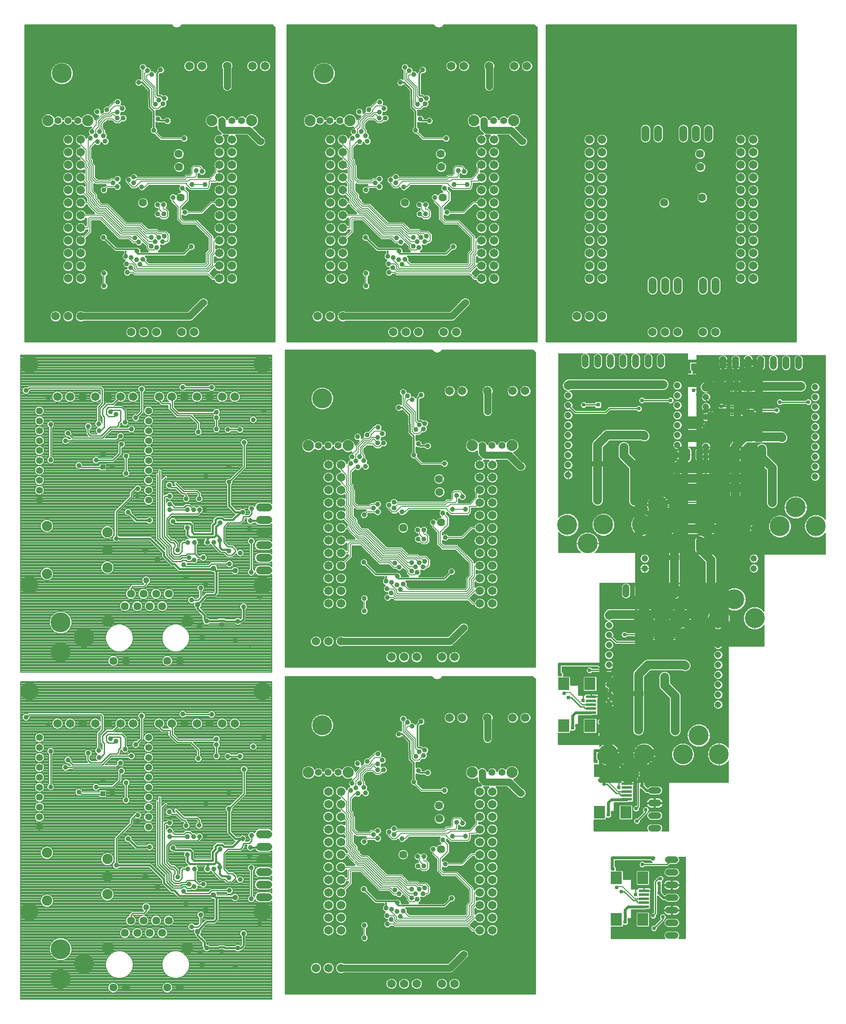
<source format=gbl>
G75*
G70*
%OFA0B0*%
%FSLAX24Y24*%
%IPPOS*%
%LPD*%
G04 *
G04 macro definitions for tiled file 'copperStiched.GBL':*
G04 *
%AMOC8*
5,1,8,0,0,1.08239X$1,22.5*
%
G04 *
G04 aperture list for tiled file 'copperStiched.GBL':*
G04 *
%ADD34R,0.0396X0.0396*%
%ADD33C,0.0010*%
%ADD15C,0.1580*%
%ADD26R,0.0787X0.0197*%
%ADD20C,0.0560*%
%ADD40R,0.0390X0.0390*%
%ADD39C,0.0437*%
%ADD28C,0.0310*%
%ADD25R,0.0866X0.0984*%
%ADD14C,0.0160*%
%ADD13C,0.0550*%
%ADD16C,0.0885*%
%ADD31C,0.0515*%
%ADD27C,0.0520*%
%ADD36C,0.0634*%
%ADD29C,0.0100*%
%ADD24C,0.0555*%
%ADD38C,0.0825*%
%ADD18C,0.0390*%
%ADD21R,0.0476X0.0476*%
%ADD11C,0.1400*%
%ADD30C,0.0240*%
%ADD37C,0.0945*%
%ADD19C,0.0080*%
%ADD22C,0.0476*%
%ADD23C,0.0120*%
%ADD32C,0.0700*%
%ADD12C,0.0640*%
%ADD10C,0.0673*%
%ADD17C,0.0500*%
%ADD35R,0.0310X0.0310*%
G04 *
G04 next data from source file './prgm/bottom_copper.GBL', *
G04 source file key is 'infile_0003'. *
G04 *
D10*
X044900Y056245D03*
X045900Y056245D03*
X046900Y056245D03*
X048900Y054995D03*
X049900Y054995D03*
X050900Y054995D03*
X051900Y054995D03*
X052900Y054995D03*
X053900Y054995D03*
X054900Y054995D03*
X055900Y054995D03*
X057900Y056245D03*
X058900Y056245D03*
X059900Y056245D03*
X059900Y059245D03*
X059900Y060245D03*
X059900Y061245D03*
X059900Y062245D03*
X059900Y063245D03*
X059900Y064245D03*
X059900Y065245D03*
X059900Y066245D03*
X059900Y067245D03*
X059900Y068245D03*
X059900Y069245D03*
X059900Y070245D03*
X058900Y070245D03*
X057900Y070245D03*
X057900Y069245D03*
X057900Y068245D03*
X057900Y067245D03*
X057900Y066245D03*
X057900Y065245D03*
X057900Y064245D03*
X057900Y063245D03*
X057900Y062245D03*
X057900Y061245D03*
X057900Y060245D03*
X057900Y059245D03*
X058900Y059245D03*
X058900Y060245D03*
X058900Y061245D03*
X058900Y062245D03*
X058900Y063245D03*
X058900Y064245D03*
X058900Y065245D03*
X058900Y066245D03*
X058900Y067245D03*
X058900Y068245D03*
X058900Y069245D03*
X046900Y069245D03*
X045900Y069245D03*
X045900Y070245D03*
X046900Y070245D03*
X046900Y068245D03*
X045900Y068245D03*
X045900Y067245D03*
X045900Y066245D03*
X045900Y065245D03*
X045900Y064245D03*
X045900Y063245D03*
X045900Y062245D03*
X045900Y061245D03*
X045900Y060245D03*
X045900Y059245D03*
X046900Y059245D03*
X046900Y060245D03*
X046900Y061245D03*
X046900Y062245D03*
X046900Y063245D03*
X046900Y064245D03*
X046900Y065245D03*
X046900Y066245D03*
X046900Y067245D03*
X044900Y067245D03*
X044900Y068245D03*
X044900Y069245D03*
X044900Y070245D03*
X044900Y066245D03*
X044900Y065245D03*
X044900Y064245D03*
X044900Y063245D03*
X044900Y062245D03*
X044900Y061245D03*
X044900Y060245D03*
X044900Y059245D03*
D11*
X043150Y054995D03*
X043150Y072495D03*
X061650Y072495D03*
X061650Y054995D03*
D12*
X054850Y065665D03*
X054710Y068085D03*
X054670Y069125D03*
X051830Y065245D03*
D12*
X051350Y070425D02*
X051350Y071065D01*
X052350Y071065D02*
X052350Y070425D01*
X053350Y070425D02*
X053350Y071065D01*
X054350Y071065D02*
X054350Y070425D01*
X055350Y070425D02*
X055350Y071065D01*
X050350Y071065D02*
X050350Y070425D01*
X050910Y058985D02*
X050910Y058345D01*
X051910Y058345D02*
X051910Y058985D01*
X052910Y058985D02*
X052910Y058345D01*
X053910Y058345D02*
X053910Y058985D01*
X054910Y058985D02*
X054910Y058345D01*
X055910Y058345D02*
X055910Y058985D01*
D14*
X042500Y054245D02*
X042500Y079325D01*
X062280Y079325D01*
X062280Y054245D01*
X042500Y054245D01*
X042500Y054378D02*
X062280Y054378D01*
X062280Y054536D02*
X056038Y054536D01*
X055995Y054518D02*
X056170Y054591D01*
X056304Y054725D01*
X056377Y054900D01*
X056377Y055090D01*
X056304Y055265D01*
X056170Y055399D01*
X055995Y055471D01*
X055806Y055471D01*
X055630Y055399D01*
X055496Y055265D01*
X055424Y055090D01*
X055424Y054900D01*
X055496Y054725D01*
X055630Y054591D01*
X055806Y054518D01*
X055995Y054518D01*
X055763Y054536D02*
X055038Y054536D01*
X054995Y054518D02*
X055170Y054591D01*
X055304Y054725D01*
X055377Y054900D01*
X055377Y055090D01*
X055304Y055265D01*
X055170Y055399D01*
X054995Y055471D01*
X054806Y055471D01*
X054630Y055399D01*
X054496Y055265D01*
X054424Y055090D01*
X054424Y054900D01*
X054496Y054725D01*
X054630Y054591D01*
X054806Y054518D01*
X054995Y054518D01*
X054763Y054536D02*
X053038Y054536D01*
X052995Y054518D02*
X053170Y054591D01*
X053304Y054725D01*
X053377Y054900D01*
X053377Y055090D01*
X053304Y055265D01*
X053170Y055399D01*
X052995Y055471D01*
X052806Y055471D01*
X052630Y055399D01*
X052496Y055265D01*
X052424Y055090D01*
X052424Y054900D01*
X052496Y054725D01*
X052630Y054591D01*
X052806Y054518D01*
X052995Y054518D01*
X052763Y054536D02*
X052038Y054536D01*
X051995Y054518D02*
X052170Y054591D01*
X052304Y054725D01*
X052377Y054900D01*
X052377Y055090D01*
X052304Y055265D01*
X052170Y055399D01*
X051995Y055471D01*
X051806Y055471D01*
X051630Y055399D01*
X051496Y055265D01*
X051424Y055090D01*
X051424Y054900D01*
X051496Y054725D01*
X051630Y054591D01*
X051806Y054518D01*
X051995Y054518D01*
X051763Y054536D02*
X051038Y054536D01*
X050995Y054518D02*
X051170Y054591D01*
X051304Y054725D01*
X051377Y054900D01*
X051377Y055090D01*
X051304Y055265D01*
X051170Y055399D01*
X050995Y055471D01*
X050806Y055471D01*
X050630Y055399D01*
X050496Y055265D01*
X050424Y055090D01*
X050424Y054900D01*
X050496Y054725D01*
X050630Y054591D01*
X050806Y054518D01*
X050995Y054518D01*
X050763Y054536D02*
X042500Y054536D01*
X042500Y054695D02*
X050527Y054695D01*
X050443Y054853D02*
X042500Y054853D01*
X042500Y055012D02*
X050424Y055012D01*
X050457Y055170D02*
X042500Y055170D01*
X042500Y055329D02*
X050560Y055329D01*
X051240Y055329D02*
X051560Y055329D01*
X051457Y055170D02*
X051343Y055170D01*
X051377Y055012D02*
X051424Y055012D01*
X051443Y054853D02*
X051357Y054853D01*
X051274Y054695D02*
X051527Y054695D01*
X052274Y054695D02*
X052527Y054695D01*
X052443Y054853D02*
X052357Y054853D01*
X052377Y055012D02*
X052424Y055012D01*
X052457Y055170D02*
X052343Y055170D01*
X052240Y055329D02*
X052560Y055329D01*
X053240Y055329D02*
X054560Y055329D01*
X054457Y055170D02*
X053343Y055170D01*
X053377Y055012D02*
X054424Y055012D01*
X054443Y054853D02*
X053357Y054853D01*
X053274Y054695D02*
X054527Y054695D01*
X055274Y054695D02*
X055527Y054695D01*
X055443Y054853D02*
X055357Y054853D01*
X055377Y055012D02*
X055424Y055012D01*
X055457Y055170D02*
X055343Y055170D01*
X055240Y055329D02*
X055560Y055329D01*
X056240Y055329D02*
X062280Y055329D01*
X062280Y055487D02*
X042500Y055487D01*
X042500Y055646D02*
X062280Y055646D01*
X062280Y055805D02*
X047082Y055805D01*
X046995Y055768D02*
X047170Y055841D01*
X047304Y055975D01*
X047377Y056150D01*
X047377Y056340D01*
X047304Y056515D01*
X047170Y056649D01*
X046995Y056721D01*
X046806Y056721D01*
X046630Y056649D01*
X046496Y056515D01*
X046424Y056340D01*
X046424Y056150D01*
X046496Y055975D01*
X046630Y055841D01*
X046806Y055768D01*
X046995Y055768D01*
X046718Y055805D02*
X046082Y055805D01*
X045995Y055768D02*
X046170Y055841D01*
X046304Y055975D01*
X046377Y056150D01*
X046377Y056340D01*
X046304Y056515D01*
X046170Y056649D01*
X045995Y056721D01*
X045806Y056721D01*
X045630Y056649D01*
X045496Y056515D01*
X045424Y056340D01*
X045424Y056150D01*
X045496Y055975D01*
X045630Y055841D01*
X045806Y055768D01*
X045995Y055768D01*
X045718Y055805D02*
X045082Y055805D01*
X044995Y055768D02*
X045170Y055841D01*
X045304Y055975D01*
X045377Y056150D01*
X045377Y056340D01*
X045304Y056515D01*
X045170Y056649D01*
X044995Y056721D01*
X044806Y056721D01*
X044630Y056649D01*
X044496Y056515D01*
X044424Y056340D01*
X044424Y056150D01*
X044496Y055975D01*
X044630Y055841D01*
X044806Y055768D01*
X044995Y055768D01*
X044718Y055805D02*
X042500Y055805D01*
X042500Y055963D02*
X044508Y055963D01*
X044436Y056122D02*
X042500Y056122D01*
X042500Y056280D02*
X044424Y056280D01*
X044465Y056439D02*
X042500Y056439D01*
X042500Y056597D02*
X044579Y056597D01*
X045222Y056597D02*
X045579Y056597D01*
X045465Y056439D02*
X045336Y056439D01*
X045377Y056280D02*
X045424Y056280D01*
X045436Y056122D02*
X045365Y056122D01*
X045292Y055963D02*
X045508Y055963D01*
X046222Y056597D02*
X046579Y056597D01*
X046465Y056439D02*
X046336Y056439D01*
X046377Y056280D02*
X046424Y056280D01*
X046436Y056122D02*
X046365Y056122D01*
X046292Y055963D02*
X046508Y055963D01*
X047292Y055963D02*
X062280Y055963D01*
X062280Y056122D02*
X047365Y056122D01*
X047377Y056280D02*
X062280Y056280D01*
X062280Y056439D02*
X047336Y056439D01*
X047222Y056597D02*
X062280Y056597D01*
X062280Y056756D02*
X042500Y056756D01*
X042500Y056914D02*
X062280Y056914D01*
X062280Y057073D02*
X042500Y057073D01*
X042500Y057231D02*
X062280Y057231D01*
X062280Y057390D02*
X042500Y057390D01*
X042500Y057549D02*
X062280Y057549D01*
X062280Y057707D02*
X042500Y057707D01*
X042500Y057866D02*
X062280Y057866D01*
X062280Y058024D02*
X056240Y058024D01*
X056300Y058084D02*
X056370Y058253D01*
X056370Y059076D01*
X056300Y059245D01*
X056171Y059375D01*
X056002Y059445D01*
X055819Y059445D01*
X055650Y059375D01*
X055520Y059245D01*
X055450Y059076D01*
X055450Y058253D01*
X055520Y058084D01*
X055650Y057955D01*
X055819Y057885D01*
X056002Y057885D01*
X056171Y057955D01*
X056300Y058084D01*
X056341Y058183D02*
X062280Y058183D01*
X062280Y058341D02*
X056370Y058341D01*
X056370Y058500D02*
X062280Y058500D01*
X062280Y058658D02*
X056370Y058658D01*
X056370Y058817D02*
X057689Y058817D01*
X057630Y058841D02*
X057806Y058768D01*
X057995Y058768D01*
X058170Y058841D01*
X058304Y058975D01*
X058377Y059150D01*
X058377Y059340D01*
X058304Y059515D01*
X058170Y059649D01*
X057995Y059721D01*
X057806Y059721D01*
X057630Y059649D01*
X057496Y059515D01*
X057424Y059340D01*
X057424Y059150D01*
X057496Y058975D01*
X057630Y058841D01*
X057496Y058975D02*
X056370Y058975D01*
X056346Y059134D02*
X057430Y059134D01*
X057424Y059292D02*
X056253Y059292D01*
X055567Y059292D02*
X055253Y059292D01*
X055300Y059245D02*
X055171Y059375D01*
X055002Y059445D01*
X054819Y059445D01*
X054650Y059375D01*
X054520Y059245D01*
X054450Y059076D01*
X054450Y058253D01*
X054520Y058084D01*
X054650Y057955D01*
X054819Y057885D01*
X055002Y057885D01*
X055171Y057955D01*
X055300Y058084D01*
X055370Y058253D01*
X055370Y059076D01*
X055300Y059245D01*
X055346Y059134D02*
X055474Y059134D01*
X055450Y058975D02*
X055370Y058975D01*
X055370Y058817D02*
X055450Y058817D01*
X055450Y058658D02*
X055370Y058658D01*
X055370Y058500D02*
X055450Y058500D01*
X055450Y058341D02*
X055370Y058341D01*
X055341Y058183D02*
X055480Y058183D01*
X055581Y058024D02*
X055240Y058024D01*
X054581Y058024D02*
X053240Y058024D01*
X053300Y058084D02*
X053370Y058253D01*
X053370Y059076D01*
X053300Y059245D01*
X053171Y059375D01*
X053002Y059445D01*
X052819Y059445D01*
X052650Y059375D01*
X052520Y059245D01*
X052450Y059076D01*
X052450Y058253D01*
X052520Y058084D01*
X052650Y057955D01*
X052819Y057885D01*
X053002Y057885D01*
X053171Y057955D01*
X053300Y058084D01*
X053341Y058183D02*
X054480Y058183D01*
X054450Y058341D02*
X053370Y058341D01*
X053370Y058500D02*
X054450Y058500D01*
X054450Y058658D02*
X053370Y058658D01*
X053370Y058817D02*
X054450Y058817D01*
X054450Y058975D02*
X053370Y058975D01*
X053346Y059134D02*
X054474Y059134D01*
X054567Y059292D02*
X053253Y059292D01*
X052567Y059292D02*
X052253Y059292D01*
X052300Y059245D02*
X052171Y059375D01*
X052002Y059445D01*
X051819Y059445D01*
X051650Y059375D01*
X051520Y059245D01*
X051450Y059076D01*
X051450Y058253D01*
X051520Y058084D01*
X051650Y057955D01*
X051819Y057885D01*
X052002Y057885D01*
X052171Y057955D01*
X052300Y058084D01*
X052370Y058253D01*
X052370Y059076D01*
X052300Y059245D01*
X052346Y059134D02*
X052474Y059134D01*
X052450Y058975D02*
X052370Y058975D01*
X052370Y058817D02*
X052450Y058817D01*
X052450Y058658D02*
X052370Y058658D01*
X052370Y058500D02*
X052450Y058500D01*
X052450Y058341D02*
X052370Y058341D01*
X052341Y058183D02*
X052480Y058183D01*
X052581Y058024D02*
X052240Y058024D01*
X051581Y058024D02*
X051240Y058024D01*
X051300Y058084D02*
X051171Y057955D01*
X051002Y057885D01*
X050819Y057885D01*
X050650Y057955D01*
X050520Y058084D01*
X050450Y058253D01*
X050450Y059076D01*
X050520Y059245D01*
X050650Y059375D01*
X050819Y059445D01*
X051002Y059445D01*
X051171Y059375D01*
X051300Y059245D01*
X051370Y059076D01*
X051370Y058253D01*
X051300Y058084D01*
X051341Y058183D02*
X051480Y058183D01*
X051450Y058341D02*
X051370Y058341D01*
X051370Y058500D02*
X051450Y058500D01*
X051450Y058658D02*
X051370Y058658D01*
X051370Y058817D02*
X051450Y058817D01*
X051450Y058975D02*
X051370Y058975D01*
X051346Y059134D02*
X051474Y059134D01*
X051567Y059292D02*
X051253Y059292D01*
X050567Y059292D02*
X047377Y059292D01*
X047377Y059340D02*
X047304Y059515D01*
X047170Y059649D01*
X046995Y059721D01*
X046806Y059721D01*
X046630Y059649D01*
X046496Y059515D01*
X046424Y059340D01*
X046424Y059150D01*
X046496Y058975D01*
X046630Y058841D01*
X046806Y058768D01*
X046995Y058768D01*
X047170Y058841D01*
X047304Y058975D01*
X047377Y059150D01*
X047377Y059340D01*
X047331Y059451D02*
X057470Y059451D01*
X057591Y059610D02*
X047210Y059610D01*
X047170Y059841D02*
X046995Y059768D01*
X046806Y059768D01*
X046630Y059841D01*
X046496Y059975D01*
X046424Y060150D01*
X046424Y060340D01*
X046496Y060515D01*
X046630Y060649D01*
X046806Y060721D01*
X046995Y060721D01*
X047170Y060649D01*
X047304Y060515D01*
X047377Y060340D01*
X047377Y060150D01*
X047304Y059975D01*
X047170Y059841D01*
X047256Y059927D02*
X057545Y059927D01*
X057496Y059975D02*
X057630Y059841D01*
X057806Y059768D01*
X057995Y059768D01*
X058170Y059841D01*
X058304Y059975D01*
X058377Y060150D01*
X058377Y060340D01*
X058304Y060515D01*
X058170Y060649D01*
X057995Y060721D01*
X057806Y060721D01*
X057630Y060649D01*
X057496Y060515D01*
X057424Y060340D01*
X057424Y060150D01*
X057496Y059975D01*
X057451Y060085D02*
X047350Y060085D01*
X047377Y060244D02*
X057424Y060244D01*
X057450Y060402D02*
X047351Y060402D01*
X047258Y060561D02*
X057542Y060561D01*
X057630Y060841D02*
X057806Y060768D01*
X057995Y060768D01*
X058170Y060841D01*
X058304Y060975D01*
X058377Y061150D01*
X058377Y061340D01*
X058304Y061515D01*
X058170Y061649D01*
X057995Y061721D01*
X057806Y061721D01*
X057630Y061649D01*
X057496Y061515D01*
X057424Y061340D01*
X057424Y061150D01*
X057496Y060975D01*
X057630Y060841D01*
X057593Y060878D02*
X047207Y060878D01*
X047170Y060841D02*
X047304Y060975D01*
X047377Y061150D01*
X047377Y061340D01*
X047304Y061515D01*
X047170Y061649D01*
X046995Y061721D01*
X046806Y061721D01*
X046630Y061649D01*
X046496Y061515D01*
X046424Y061340D01*
X046424Y061150D01*
X046496Y060975D01*
X046630Y060841D01*
X046806Y060768D01*
X046995Y060768D01*
X047170Y060841D01*
X047000Y060719D02*
X057801Y060719D01*
X058000Y060719D02*
X058801Y060719D01*
X058806Y060721D02*
X058630Y060649D01*
X058496Y060515D01*
X058424Y060340D01*
X058424Y060150D01*
X058496Y059975D01*
X058630Y059841D01*
X058806Y059768D01*
X058995Y059768D01*
X059170Y059841D01*
X059304Y059975D01*
X059377Y060150D01*
X059377Y060340D01*
X059304Y060515D01*
X059170Y060649D01*
X058995Y060721D01*
X058806Y060721D01*
X058806Y060768D02*
X058995Y060768D01*
X059170Y060841D01*
X059304Y060975D01*
X059377Y061150D01*
X059377Y061340D01*
X059304Y061515D01*
X059170Y061649D01*
X058995Y061721D01*
X058806Y061721D01*
X058630Y061649D01*
X058496Y061515D01*
X058424Y061340D01*
X058424Y061150D01*
X058496Y060975D01*
X058630Y060841D01*
X058806Y060768D01*
X059000Y060719D02*
X062280Y060719D01*
X062280Y060561D02*
X059258Y060561D01*
X059351Y060402D02*
X062280Y060402D01*
X062280Y060244D02*
X059377Y060244D01*
X059350Y060085D02*
X062280Y060085D01*
X062280Y059927D02*
X059256Y059927D01*
X059170Y059649D02*
X058995Y059721D01*
X058806Y059721D01*
X058630Y059649D01*
X058496Y059515D01*
X058424Y059340D01*
X058424Y059150D01*
X058496Y058975D01*
X058630Y058841D01*
X058806Y058768D01*
X058995Y058768D01*
X059170Y058841D01*
X059304Y058975D01*
X059377Y059150D01*
X059377Y059340D01*
X059304Y059515D01*
X059170Y059649D01*
X059210Y059610D02*
X062280Y059610D01*
X062280Y059768D02*
X042500Y059768D01*
X042500Y059610D02*
X045591Y059610D01*
X045630Y059649D02*
X045496Y059515D01*
X045424Y059340D01*
X045424Y059150D01*
X045496Y058975D01*
X045630Y058841D01*
X045806Y058768D01*
X045995Y058768D01*
X046170Y058841D01*
X046304Y058975D01*
X046377Y059150D01*
X046377Y059340D01*
X046304Y059515D01*
X046170Y059649D01*
X045995Y059721D01*
X045806Y059721D01*
X045630Y059649D01*
X045630Y059841D02*
X045806Y059768D01*
X045995Y059768D01*
X046170Y059841D01*
X046304Y059975D01*
X046377Y060150D01*
X046377Y060340D01*
X046304Y060515D01*
X046170Y060649D01*
X045995Y060721D01*
X045806Y060721D01*
X045630Y060649D01*
X045496Y060515D01*
X045424Y060340D01*
X045424Y060150D01*
X045496Y059975D01*
X045630Y059841D01*
X045545Y059927D02*
X042500Y059927D01*
X042500Y060085D02*
X045451Y060085D01*
X045424Y060244D02*
X042500Y060244D01*
X042500Y060402D02*
X045450Y060402D01*
X045542Y060561D02*
X042500Y060561D01*
X042500Y060719D02*
X045801Y060719D01*
X045806Y060768D02*
X045995Y060768D01*
X046170Y060841D01*
X046304Y060975D01*
X046377Y061150D01*
X046377Y061340D01*
X046304Y061515D01*
X046170Y061649D01*
X045995Y061721D01*
X045806Y061721D01*
X045630Y061649D01*
X045496Y061515D01*
X045424Y061340D01*
X045424Y061150D01*
X045496Y060975D01*
X045630Y060841D01*
X045806Y060768D01*
X046000Y060719D02*
X046801Y060719D01*
X046593Y060878D02*
X046207Y060878D01*
X046330Y061036D02*
X046471Y061036D01*
X046424Y061195D02*
X046377Y061195D01*
X046371Y061354D02*
X046430Y061354D01*
X046495Y061512D02*
X046305Y061512D01*
X046118Y061671D02*
X046683Y061671D01*
X046806Y061768D02*
X046630Y061841D01*
X046496Y061975D01*
X046424Y062150D01*
X046424Y062340D01*
X046496Y062515D01*
X046630Y062649D01*
X046806Y062721D01*
X046995Y062721D01*
X047170Y062649D01*
X047304Y062515D01*
X047377Y062340D01*
X047377Y062150D01*
X047304Y061975D01*
X047170Y061841D01*
X046995Y061768D01*
X046806Y061768D01*
X046659Y061829D02*
X046142Y061829D01*
X046170Y061841D02*
X046304Y061975D01*
X046377Y062150D01*
X046377Y062340D01*
X046304Y062515D01*
X046170Y062649D01*
X045995Y062721D01*
X045806Y062721D01*
X045630Y062649D01*
X045496Y062515D01*
X045424Y062340D01*
X045424Y062150D01*
X045496Y061975D01*
X045630Y061841D01*
X045806Y061768D01*
X045995Y061768D01*
X046170Y061841D01*
X046310Y061988D02*
X046491Y061988D01*
X046425Y062146D02*
X046375Y062146D01*
X046377Y062305D02*
X046424Y062305D01*
X046475Y062463D02*
X046326Y062463D01*
X046197Y062622D02*
X046603Y062622D01*
X046630Y062841D02*
X046806Y062768D01*
X046995Y062768D01*
X047170Y062841D01*
X047304Y062975D01*
X047377Y063150D01*
X047377Y063340D01*
X047304Y063515D01*
X047170Y063649D01*
X046995Y063721D01*
X046806Y063721D01*
X046630Y063649D01*
X046496Y063515D01*
X046424Y063340D01*
X046424Y063150D01*
X046496Y062975D01*
X046630Y062841D01*
X046532Y062939D02*
X046268Y062939D01*
X046304Y062975D02*
X046170Y062841D01*
X045995Y062768D01*
X045806Y062768D01*
X045630Y062841D01*
X045496Y062975D01*
X045424Y063150D01*
X045424Y063340D01*
X045496Y063515D01*
X045630Y063649D01*
X045806Y063721D01*
X045995Y063721D01*
X046170Y063649D01*
X046304Y063515D01*
X046377Y063340D01*
X046377Y063150D01*
X046304Y062975D01*
X046355Y063098D02*
X046446Y063098D01*
X046424Y063256D02*
X046377Y063256D01*
X046346Y063415D02*
X046455Y063415D01*
X046555Y063573D02*
X046246Y063573D01*
X046170Y063841D02*
X045995Y063768D01*
X045806Y063768D01*
X045630Y063841D01*
X045496Y063975D01*
X045424Y064150D01*
X045424Y064340D01*
X045496Y064515D01*
X045630Y064649D01*
X045806Y064721D01*
X045995Y064721D01*
X046170Y064649D01*
X046304Y064515D01*
X046377Y064340D01*
X046377Y064150D01*
X046304Y063975D01*
X046170Y063841D01*
X046220Y063890D02*
X046581Y063890D01*
X046630Y063841D02*
X046496Y063975D01*
X046424Y064150D01*
X046424Y064340D01*
X046496Y064515D01*
X046630Y064649D01*
X046806Y064721D01*
X046995Y064721D01*
X047170Y064649D01*
X047304Y064515D01*
X047377Y064340D01*
X047377Y064150D01*
X047304Y063975D01*
X047170Y063841D01*
X046995Y063768D01*
X046806Y063768D01*
X046630Y063841D01*
X046466Y064049D02*
X046335Y064049D01*
X046377Y064207D02*
X046424Y064207D01*
X046435Y064366D02*
X046366Y064366D01*
X046295Y064524D02*
X046506Y064524D01*
X046713Y064683D02*
X046088Y064683D01*
X045995Y064768D02*
X046170Y064841D01*
X046304Y064975D01*
X046377Y065150D01*
X046377Y065340D01*
X046304Y065515D01*
X046170Y065649D01*
X045995Y065721D01*
X045806Y065721D01*
X045630Y065649D01*
X045496Y065515D01*
X045424Y065340D01*
X045424Y065150D01*
X045496Y064975D01*
X045630Y064841D01*
X045806Y064768D01*
X045995Y064768D01*
X046171Y064841D02*
X046630Y064841D01*
X046806Y064768D01*
X046995Y064768D01*
X047170Y064841D01*
X047304Y064975D01*
X047377Y065150D01*
X047377Y065340D01*
X047304Y065515D01*
X047170Y065649D01*
X046995Y065721D01*
X046806Y065721D01*
X046630Y065649D01*
X046496Y065515D01*
X046424Y065340D01*
X046424Y065150D01*
X046496Y064975D01*
X046630Y064841D01*
X046486Y065000D02*
X046315Y065000D01*
X046377Y065159D02*
X046424Y065159D01*
X046424Y065317D02*
X046377Y065317D01*
X046321Y065476D02*
X046480Y065476D01*
X046616Y065634D02*
X046185Y065634D01*
X046054Y065793D02*
X046747Y065793D01*
X046806Y065768D02*
X046995Y065768D01*
X047170Y065841D01*
X047304Y065975D01*
X047377Y066150D01*
X047377Y066340D01*
X047304Y066515D01*
X047170Y066649D01*
X046995Y066721D01*
X046806Y066721D01*
X046630Y066649D01*
X046496Y066515D01*
X046424Y066340D01*
X046424Y066150D01*
X046496Y065975D01*
X046630Y065841D01*
X046806Y065768D01*
X047054Y065793D02*
X054405Y065793D01*
X054390Y065756D02*
X054390Y065573D01*
X054460Y065404D01*
X054590Y065275D01*
X054759Y065205D01*
X054942Y065205D01*
X055111Y065275D01*
X055240Y065404D01*
X055310Y065573D01*
X055310Y065756D01*
X055240Y065925D01*
X055111Y066055D01*
X054942Y066125D01*
X054759Y066125D01*
X054590Y066055D01*
X054460Y065925D01*
X054390Y065756D01*
X054390Y065634D02*
X052091Y065634D01*
X052091Y065635D02*
X051922Y065705D01*
X051739Y065705D01*
X051570Y065635D01*
X051440Y065505D01*
X051370Y065336D01*
X051370Y065153D01*
X051440Y064984D01*
X051570Y064855D01*
X051739Y064785D01*
X051922Y064785D01*
X052091Y064855D01*
X052220Y064984D01*
X052290Y065153D01*
X052290Y065336D01*
X052220Y065505D01*
X052091Y065635D01*
X052233Y065476D02*
X054431Y065476D01*
X054548Y065317D02*
X052290Y065317D01*
X052290Y065159D02*
X057424Y065159D01*
X057424Y065150D02*
X057496Y064975D01*
X057630Y064841D01*
X057806Y064768D01*
X057995Y064768D01*
X058170Y064841D01*
X058304Y064975D01*
X058377Y065150D01*
X058377Y065340D01*
X058304Y065515D01*
X058170Y065649D01*
X057995Y065721D01*
X057806Y065721D01*
X057630Y065649D01*
X057496Y065515D01*
X057424Y065340D01*
X057424Y065150D01*
X057486Y065000D02*
X052227Y065000D01*
X052058Y064841D02*
X057630Y064841D01*
X057713Y064683D02*
X047088Y064683D01*
X047171Y064841D02*
X051602Y064841D01*
X051434Y065000D02*
X047315Y065000D01*
X047377Y065159D02*
X051370Y065159D01*
X051370Y065317D02*
X047377Y065317D01*
X047321Y065476D02*
X051428Y065476D01*
X051569Y065634D02*
X047185Y065634D01*
X047281Y065951D02*
X054486Y065951D01*
X054722Y066110D02*
X047360Y066110D01*
X047377Y066268D02*
X057424Y066268D01*
X057424Y066340D02*
X057424Y066150D01*
X057496Y065975D01*
X057630Y065841D01*
X057806Y065768D01*
X057995Y065768D01*
X058170Y065841D01*
X058304Y065975D01*
X058377Y066150D01*
X058377Y066340D01*
X058304Y066515D01*
X058170Y066649D01*
X057995Y066721D01*
X057806Y066721D01*
X057630Y066649D01*
X057496Y066515D01*
X057424Y066340D01*
X057460Y066427D02*
X047341Y066427D01*
X047234Y066585D02*
X057567Y066585D01*
X057630Y066841D02*
X057806Y066768D01*
X057995Y066768D01*
X058170Y066841D01*
X058304Y066975D01*
X058377Y067150D01*
X058377Y067340D01*
X058304Y067515D01*
X058170Y067649D01*
X057995Y067721D01*
X057806Y067721D01*
X057630Y067649D01*
X057496Y067515D01*
X057424Y067340D01*
X057424Y067150D01*
X057496Y066975D01*
X057630Y066841D01*
X057569Y066903D02*
X047232Y066903D01*
X047170Y066841D02*
X047304Y066975D01*
X047377Y067150D01*
X047377Y067340D01*
X047304Y067515D01*
X047170Y067649D01*
X046995Y067721D01*
X046806Y067721D01*
X046630Y067649D01*
X046496Y067515D01*
X046424Y067340D01*
X046424Y067150D01*
X046496Y066975D01*
X046630Y066841D01*
X046806Y066768D01*
X046995Y066768D01*
X047170Y066841D01*
X047340Y067061D02*
X057461Y067061D01*
X057424Y067220D02*
X047377Y067220D01*
X047361Y067378D02*
X057440Y067378D01*
X057518Y067537D02*
X047282Y067537D01*
X047058Y067695D02*
X054449Y067695D01*
X054450Y067695D02*
X054619Y067625D01*
X054802Y067625D01*
X054971Y067695D01*
X055100Y067824D01*
X055170Y067993D01*
X055170Y068176D01*
X055100Y068345D01*
X054971Y068475D01*
X054802Y068545D01*
X054619Y068545D01*
X054450Y068475D01*
X054320Y068345D01*
X054250Y068176D01*
X054250Y067993D01*
X054320Y067824D01*
X054450Y067695D01*
X054308Y067854D02*
X047183Y067854D01*
X047170Y067841D02*
X047304Y067975D01*
X047377Y068150D01*
X047377Y068340D01*
X047304Y068515D01*
X047170Y068649D01*
X046995Y068721D01*
X046806Y068721D01*
X046630Y068649D01*
X046496Y068515D01*
X046424Y068340D01*
X046424Y068150D01*
X046496Y067975D01*
X046630Y067841D01*
X046806Y067768D01*
X046995Y067768D01*
X047170Y067841D01*
X047320Y068012D02*
X054250Y068012D01*
X054250Y068171D02*
X047377Y068171D01*
X047377Y068329D02*
X054314Y068329D01*
X054481Y068488D02*
X047315Y068488D01*
X047173Y068647D02*
X057628Y068647D01*
X057630Y068649D02*
X057496Y068515D01*
X057424Y068340D01*
X057424Y068150D01*
X057496Y067975D01*
X057630Y067841D01*
X057806Y067768D01*
X057995Y067768D01*
X058170Y067841D01*
X058304Y067975D01*
X058377Y068150D01*
X058377Y068340D01*
X058304Y068515D01*
X058170Y068649D01*
X057995Y068721D01*
X057806Y068721D01*
X057630Y068649D01*
X057717Y068805D02*
X055001Y068805D01*
X055060Y068864D02*
X055130Y069033D01*
X055130Y069216D01*
X055060Y069385D01*
X054931Y069515D01*
X054762Y069585D01*
X054579Y069585D01*
X054410Y069515D01*
X054280Y069385D01*
X054210Y069216D01*
X054210Y069033D01*
X054280Y068864D01*
X054410Y068735D01*
X054579Y068665D01*
X054762Y068665D01*
X054931Y068735D01*
X055060Y068864D01*
X055101Y068964D02*
X057508Y068964D01*
X057496Y068975D02*
X057630Y068841D01*
X057806Y068768D01*
X057995Y068768D01*
X058170Y068841D01*
X058304Y068975D01*
X058377Y069150D01*
X058377Y069340D01*
X058304Y069515D01*
X058170Y069649D01*
X057995Y069721D01*
X057806Y069721D01*
X057630Y069649D01*
X057496Y069515D01*
X057424Y069340D01*
X057424Y069150D01*
X057496Y068975D01*
X057435Y069122D02*
X055130Y069122D01*
X055104Y069281D02*
X057424Y069281D01*
X057465Y069439D02*
X055006Y069439D01*
X055259Y069965D02*
X055090Y070035D01*
X054960Y070164D01*
X054890Y070333D01*
X054890Y071156D01*
X054960Y071325D01*
X055090Y071455D01*
X055259Y071525D01*
X055442Y071525D01*
X055611Y071455D01*
X055740Y071325D01*
X055810Y071156D01*
X055810Y070333D01*
X055740Y070164D01*
X055611Y070035D01*
X055442Y069965D01*
X055259Y069965D01*
X055051Y070073D02*
X054649Y070073D01*
X054611Y070035D02*
X054740Y070164D01*
X054810Y070333D01*
X054810Y071156D01*
X054740Y071325D01*
X054611Y071455D01*
X054442Y071525D01*
X054259Y071525D01*
X054090Y071455D01*
X053960Y071325D01*
X053890Y071156D01*
X053890Y070333D01*
X053960Y070164D01*
X054090Y070035D01*
X054259Y069965D01*
X054442Y069965D01*
X054611Y070035D01*
X054768Y070232D02*
X054932Y070232D01*
X054890Y070391D02*
X054810Y070391D01*
X054810Y070549D02*
X054890Y070549D01*
X054890Y070708D02*
X054810Y070708D01*
X054810Y070866D02*
X054890Y070866D01*
X054890Y071025D02*
X054810Y071025D01*
X054799Y071183D02*
X054901Y071183D01*
X054977Y071342D02*
X054724Y071342D01*
X054501Y071500D02*
X055199Y071500D01*
X055501Y071500D02*
X062280Y071500D01*
X062280Y071342D02*
X055724Y071342D01*
X055799Y071183D02*
X062280Y071183D01*
X062280Y071025D02*
X055810Y071025D01*
X055810Y070866D02*
X062280Y070866D01*
X062280Y070708D02*
X059028Y070708D01*
X058995Y070721D02*
X058806Y070721D01*
X058630Y070649D01*
X058496Y070515D01*
X058424Y070340D01*
X058424Y070150D01*
X058496Y069975D01*
X058630Y069841D01*
X058806Y069768D01*
X058995Y069768D01*
X059170Y069841D01*
X059304Y069975D01*
X059377Y070150D01*
X059377Y070340D01*
X059304Y070515D01*
X059170Y070649D01*
X058995Y070721D01*
X058772Y070708D02*
X058028Y070708D01*
X057995Y070721D02*
X057806Y070721D01*
X057630Y070649D01*
X057496Y070515D01*
X057424Y070340D01*
X057424Y070150D01*
X057496Y069975D01*
X057630Y069841D01*
X057806Y069768D01*
X057995Y069768D01*
X058170Y069841D01*
X058304Y069975D01*
X058377Y070150D01*
X058377Y070340D01*
X058304Y070515D01*
X058170Y070649D01*
X057995Y070721D01*
X057772Y070708D02*
X055810Y070708D01*
X055810Y070549D02*
X057531Y070549D01*
X057445Y070391D02*
X055810Y070391D01*
X055768Y070232D02*
X057424Y070232D01*
X057456Y070073D02*
X055649Y070073D01*
X054334Y069439D02*
X047336Y069439D01*
X047304Y069515D02*
X047377Y069340D01*
X047377Y069150D01*
X047304Y068975D01*
X047170Y068841D01*
X046995Y068768D01*
X046806Y068768D01*
X046630Y068841D01*
X046496Y068975D01*
X046424Y069150D01*
X046424Y069340D01*
X046496Y069515D01*
X046630Y069649D01*
X046806Y069721D01*
X046995Y069721D01*
X047170Y069649D01*
X047304Y069515D01*
X047221Y069598D02*
X057579Y069598D01*
X057556Y069915D02*
X047244Y069915D01*
X047304Y069975D02*
X047170Y069841D01*
X046995Y069768D01*
X046806Y069768D01*
X046630Y069841D01*
X046496Y069975D01*
X046424Y070150D01*
X046424Y070340D01*
X046496Y070515D01*
X046630Y070649D01*
X046806Y070721D01*
X046995Y070721D01*
X047170Y070649D01*
X047304Y070515D01*
X047377Y070340D01*
X047377Y070150D01*
X047304Y069975D01*
X047345Y070073D02*
X050051Y070073D01*
X050090Y070035D02*
X049960Y070164D01*
X049890Y070333D01*
X049890Y071156D01*
X049960Y071325D01*
X050090Y071455D01*
X050259Y071525D01*
X050442Y071525D01*
X050611Y071455D01*
X050740Y071325D01*
X050810Y071156D01*
X050810Y070333D01*
X050740Y070164D01*
X050611Y070035D01*
X050442Y069965D01*
X050259Y069965D01*
X050090Y070035D01*
X049932Y070232D02*
X047377Y070232D01*
X047356Y070391D02*
X049890Y070391D01*
X049890Y070549D02*
X047270Y070549D01*
X047028Y070708D02*
X049890Y070708D01*
X049890Y070866D02*
X042500Y070866D01*
X042500Y070708D02*
X045772Y070708D01*
X045806Y070721D02*
X045630Y070649D01*
X045496Y070515D01*
X045424Y070340D01*
X045424Y070150D01*
X045496Y069975D01*
X045630Y069841D01*
X045806Y069768D01*
X045995Y069768D01*
X046170Y069841D01*
X046304Y069975D01*
X046377Y070150D01*
X046377Y070340D01*
X046304Y070515D01*
X046170Y070649D01*
X045995Y070721D01*
X045806Y070721D01*
X046028Y070708D02*
X046772Y070708D01*
X046531Y070549D02*
X046270Y070549D01*
X046356Y070391D02*
X046445Y070391D01*
X046424Y070232D02*
X046377Y070232D01*
X046345Y070073D02*
X046456Y070073D01*
X046556Y069915D02*
X046244Y069915D01*
X046170Y069649D02*
X045995Y069721D01*
X045806Y069721D01*
X045630Y069649D01*
X045496Y069515D01*
X045424Y069340D01*
X045424Y069150D01*
X045496Y068975D01*
X045630Y068841D01*
X045806Y068768D01*
X045995Y068768D01*
X046170Y068841D01*
X046304Y068975D01*
X046377Y069150D01*
X046377Y069340D01*
X046304Y069515D01*
X046170Y069649D01*
X046221Y069598D02*
X046579Y069598D01*
X046465Y069439D02*
X046336Y069439D01*
X046377Y069281D02*
X046424Y069281D01*
X046435Y069122D02*
X046365Y069122D01*
X046293Y068964D02*
X046508Y068964D01*
X046717Y068805D02*
X046084Y068805D01*
X045995Y068721D02*
X046170Y068649D01*
X046304Y068515D01*
X046377Y068340D01*
X046377Y068150D01*
X046304Y067975D01*
X046170Y067841D01*
X045995Y067768D01*
X045806Y067768D01*
X045630Y067841D01*
X045496Y067975D01*
X045424Y068150D01*
X045424Y068340D01*
X045496Y068515D01*
X045630Y068649D01*
X045806Y068721D01*
X045995Y068721D01*
X046173Y068647D02*
X046628Y068647D01*
X046485Y068488D02*
X046315Y068488D01*
X046377Y068329D02*
X046424Y068329D01*
X046424Y068171D02*
X046377Y068171D01*
X046320Y068012D02*
X046481Y068012D01*
X046617Y067854D02*
X046183Y067854D01*
X046058Y067695D02*
X046742Y067695D01*
X046518Y067537D02*
X046282Y067537D01*
X046304Y067515D02*
X046170Y067649D01*
X045995Y067721D01*
X045806Y067721D01*
X045630Y067649D01*
X045496Y067515D01*
X045424Y067340D01*
X045424Y067150D01*
X045496Y066975D01*
X045630Y066841D01*
X045806Y066768D01*
X045995Y066768D01*
X046170Y066841D01*
X046304Y066975D01*
X046377Y067150D01*
X046377Y067340D01*
X046304Y067515D01*
X046361Y067378D02*
X046440Y067378D01*
X046424Y067220D02*
X046377Y067220D01*
X046340Y067061D02*
X046461Y067061D01*
X046569Y066903D02*
X046232Y066903D01*
X046170Y066649D02*
X045995Y066721D01*
X045806Y066721D01*
X045630Y066649D01*
X045496Y066515D01*
X045424Y066340D01*
X045424Y066150D01*
X045496Y065975D01*
X045630Y065841D01*
X045806Y065768D01*
X045995Y065768D01*
X046170Y065841D01*
X046304Y065975D01*
X046377Y066150D01*
X046377Y066340D01*
X046304Y066515D01*
X046170Y066649D01*
X046234Y066585D02*
X046567Y066585D01*
X046460Y066427D02*
X046341Y066427D01*
X046377Y066268D02*
X046424Y066268D01*
X046440Y066110D02*
X046360Y066110D01*
X046281Y065951D02*
X046520Y065951D01*
X045747Y065793D02*
X042500Y065793D01*
X042500Y065951D02*
X045520Y065951D01*
X045440Y066110D02*
X042500Y066110D01*
X042500Y066268D02*
X045424Y066268D01*
X045460Y066427D02*
X042500Y066427D01*
X042500Y066585D02*
X045567Y066585D01*
X045569Y066903D02*
X042500Y066903D01*
X042500Y067061D02*
X045461Y067061D01*
X045424Y067220D02*
X042500Y067220D01*
X042500Y067378D02*
X045440Y067378D01*
X045518Y067537D02*
X042500Y067537D01*
X042500Y067695D02*
X045742Y067695D01*
X045617Y067854D02*
X042500Y067854D01*
X042500Y068012D02*
X045481Y068012D01*
X045424Y068171D02*
X042500Y068171D01*
X042500Y068329D02*
X045424Y068329D01*
X045485Y068488D02*
X042500Y068488D01*
X042500Y068647D02*
X045628Y068647D01*
X045717Y068805D02*
X042500Y068805D01*
X042500Y068964D02*
X045508Y068964D01*
X045435Y069122D02*
X042500Y069122D01*
X042500Y069281D02*
X045424Y069281D01*
X045465Y069439D02*
X042500Y069439D01*
X042500Y069598D02*
X045579Y069598D01*
X045556Y069915D02*
X042500Y069915D01*
X042500Y070073D02*
X045456Y070073D01*
X045424Y070232D02*
X042500Y070232D01*
X042500Y070391D02*
X045445Y070391D01*
X045531Y070549D02*
X042500Y070549D01*
X042500Y071025D02*
X049890Y071025D01*
X049901Y071183D02*
X042500Y071183D01*
X042500Y071342D02*
X049977Y071342D01*
X050199Y071500D02*
X042500Y071500D01*
X042500Y071659D02*
X062280Y071659D01*
X062280Y071817D02*
X042500Y071817D01*
X042500Y071976D02*
X062280Y071976D01*
X062280Y072134D02*
X042500Y072134D01*
X042500Y072293D02*
X062280Y072293D01*
X062280Y072452D02*
X042500Y072452D01*
X042500Y072610D02*
X062280Y072610D01*
X062280Y072769D02*
X042500Y072769D01*
X042500Y072927D02*
X062280Y072927D01*
X062280Y073086D02*
X042500Y073086D01*
X042500Y073244D02*
X062280Y073244D01*
X062280Y073403D02*
X042500Y073403D01*
X042500Y073561D02*
X062280Y073561D01*
X062280Y073720D02*
X042500Y073720D01*
X042500Y073878D02*
X062280Y073878D01*
X062280Y074037D02*
X042500Y074037D01*
X042500Y074196D02*
X062280Y074196D01*
X062280Y074354D02*
X042500Y074354D01*
X042500Y074513D02*
X062280Y074513D01*
X062280Y074671D02*
X042500Y074671D01*
X042500Y074830D02*
X062280Y074830D01*
X062280Y074988D02*
X042500Y074988D01*
X042500Y075147D02*
X062280Y075147D01*
X062280Y075305D02*
X042500Y075305D01*
X042500Y075464D02*
X062280Y075464D01*
X062280Y075622D02*
X042500Y075622D01*
X042500Y075781D02*
X062280Y075781D01*
X062280Y075940D02*
X042500Y075940D01*
X042500Y076098D02*
X062280Y076098D01*
X062280Y076257D02*
X042500Y076257D01*
X042500Y076415D02*
X062280Y076415D01*
X062280Y076574D02*
X042500Y076574D01*
X042500Y076732D02*
X062280Y076732D01*
X062280Y076891D02*
X042500Y076891D01*
X042500Y077049D02*
X062280Y077049D01*
X062280Y077208D02*
X042500Y077208D01*
X042500Y077366D02*
X062280Y077366D01*
X062280Y077525D02*
X042500Y077525D01*
X042500Y077684D02*
X062280Y077684D01*
X062280Y077842D02*
X042500Y077842D01*
X042500Y078001D02*
X062280Y078001D01*
X062280Y078159D02*
X042500Y078159D01*
X042500Y078318D02*
X062280Y078318D01*
X062280Y078476D02*
X042500Y078476D01*
X042500Y078635D02*
X062280Y078635D01*
X062280Y078793D02*
X042500Y078793D01*
X042500Y078952D02*
X062280Y078952D01*
X062280Y079110D02*
X042500Y079110D01*
X042500Y079269D02*
X062280Y079269D01*
X062280Y070549D02*
X059270Y070549D01*
X059356Y070391D02*
X062280Y070391D01*
X062280Y070232D02*
X059377Y070232D01*
X059345Y070073D02*
X062280Y070073D01*
X062280Y069915D02*
X059244Y069915D01*
X059170Y069649D02*
X058995Y069721D01*
X058806Y069721D01*
X058630Y069649D01*
X058496Y069515D01*
X058424Y069340D01*
X058424Y069150D01*
X058496Y068975D01*
X058630Y068841D01*
X058806Y068768D01*
X058995Y068768D01*
X059170Y068841D01*
X059304Y068975D01*
X059377Y069150D01*
X059377Y069340D01*
X059304Y069515D01*
X059170Y069649D01*
X059221Y069598D02*
X062280Y069598D01*
X062280Y069756D02*
X042500Y069756D01*
X042500Y066744D02*
X062280Y066744D01*
X062280Y066585D02*
X059234Y066585D01*
X059170Y066649D02*
X058995Y066721D01*
X058806Y066721D01*
X058630Y066649D01*
X058496Y066515D01*
X058424Y066340D01*
X058424Y066150D01*
X058496Y065975D01*
X058630Y065841D01*
X058806Y065768D01*
X058995Y065768D01*
X059170Y065841D01*
X059304Y065975D01*
X059377Y066150D01*
X059377Y066340D01*
X059304Y066515D01*
X059170Y066649D01*
X059170Y066841D02*
X059304Y066975D01*
X059377Y067150D01*
X059377Y067340D01*
X059304Y067515D01*
X059170Y067649D01*
X058995Y067721D01*
X058806Y067721D01*
X058630Y067649D01*
X058496Y067515D01*
X058424Y067340D01*
X058424Y067150D01*
X058496Y066975D01*
X058630Y066841D01*
X058806Y066768D01*
X058995Y066768D01*
X059170Y066841D01*
X059232Y066903D02*
X062280Y066903D01*
X062280Y067061D02*
X059340Y067061D01*
X059377Y067220D02*
X062280Y067220D01*
X062280Y067378D02*
X059361Y067378D01*
X059282Y067537D02*
X062280Y067537D01*
X062280Y067695D02*
X059058Y067695D01*
X058995Y067768D02*
X059170Y067841D01*
X059304Y067975D01*
X059377Y068150D01*
X059377Y068340D01*
X059304Y068515D01*
X059170Y068649D01*
X058995Y068721D01*
X058806Y068721D01*
X058630Y068649D01*
X058496Y068515D01*
X058424Y068340D01*
X058424Y068150D01*
X058496Y067975D01*
X058630Y067841D01*
X058806Y067768D01*
X058995Y067768D01*
X059183Y067854D02*
X062280Y067854D01*
X062280Y068012D02*
X059320Y068012D01*
X059377Y068171D02*
X062280Y068171D01*
X062280Y068329D02*
X059377Y068329D01*
X059315Y068488D02*
X062280Y068488D01*
X062280Y068647D02*
X059173Y068647D01*
X059084Y068805D02*
X062280Y068805D01*
X062280Y068964D02*
X059293Y068964D01*
X059365Y069122D02*
X062280Y069122D01*
X062280Y069281D02*
X059377Y069281D01*
X059336Y069439D02*
X062280Y069439D01*
X062280Y066427D02*
X059341Y066427D01*
X059377Y066268D02*
X062280Y066268D01*
X062280Y066110D02*
X059360Y066110D01*
X059281Y065951D02*
X062280Y065951D01*
X062280Y065793D02*
X059054Y065793D01*
X058995Y065721D02*
X058806Y065721D01*
X058630Y065649D01*
X058496Y065515D01*
X058424Y065340D01*
X058424Y065150D01*
X058496Y064975D01*
X058630Y064841D01*
X058806Y064768D01*
X058995Y064768D01*
X059170Y064841D01*
X059304Y064975D01*
X059377Y065150D01*
X059377Y065340D01*
X059304Y065515D01*
X059170Y065649D01*
X058995Y065721D01*
X059185Y065634D02*
X062280Y065634D01*
X062280Y065476D02*
X059321Y065476D01*
X059377Y065317D02*
X062280Y065317D01*
X062280Y065159D02*
X059377Y065159D01*
X059315Y065000D02*
X062280Y065000D01*
X062280Y064841D02*
X059171Y064841D01*
X059088Y064683D02*
X062280Y064683D01*
X062280Y064524D02*
X059295Y064524D01*
X059304Y064515D02*
X059170Y064649D01*
X058995Y064721D01*
X058806Y064721D01*
X058630Y064649D01*
X058496Y064515D01*
X058424Y064340D01*
X058424Y064150D01*
X058496Y063975D01*
X058630Y063841D01*
X058806Y063768D01*
X058995Y063768D01*
X059170Y063841D01*
X059304Y063975D01*
X059377Y064150D01*
X059377Y064340D01*
X059304Y064515D01*
X059366Y064366D02*
X062280Y064366D01*
X062280Y064207D02*
X059377Y064207D01*
X059335Y064049D02*
X062280Y064049D01*
X062280Y063890D02*
X059220Y063890D01*
X059170Y063649D02*
X058995Y063721D01*
X058806Y063721D01*
X058630Y063649D01*
X058496Y063515D01*
X058424Y063340D01*
X058424Y063150D01*
X058496Y062975D01*
X058630Y062841D01*
X058806Y062768D01*
X058995Y062768D01*
X059170Y062841D01*
X059304Y062975D01*
X059377Y063150D01*
X059377Y063340D01*
X059304Y063515D01*
X059170Y063649D01*
X059246Y063573D02*
X062280Y063573D01*
X062280Y063415D02*
X059346Y063415D01*
X059377Y063256D02*
X062280Y063256D01*
X062280Y063098D02*
X059355Y063098D01*
X059268Y062939D02*
X062280Y062939D01*
X062280Y062780D02*
X059024Y062780D01*
X058995Y062721D02*
X058806Y062721D01*
X058630Y062649D01*
X058496Y062515D01*
X058424Y062340D01*
X058424Y062150D01*
X058496Y061975D01*
X058630Y061841D01*
X058806Y061768D01*
X058995Y061768D01*
X059170Y061841D01*
X059304Y061975D01*
X059377Y062150D01*
X059377Y062340D01*
X059304Y062515D01*
X059170Y062649D01*
X058995Y062721D01*
X059197Y062622D02*
X062280Y062622D01*
X062280Y062463D02*
X059326Y062463D01*
X059377Y062305D02*
X062280Y062305D01*
X062280Y062146D02*
X059375Y062146D01*
X059310Y061988D02*
X062280Y061988D01*
X062280Y061829D02*
X059142Y061829D01*
X059118Y061671D02*
X062280Y061671D01*
X062280Y061512D02*
X059305Y061512D01*
X059371Y061354D02*
X062280Y061354D01*
X062280Y061195D02*
X059377Y061195D01*
X059330Y061036D02*
X062280Y061036D01*
X062280Y060878D02*
X059207Y060878D01*
X058593Y060878D02*
X058207Y060878D01*
X058330Y061036D02*
X058471Y061036D01*
X058424Y061195D02*
X058377Y061195D01*
X058371Y061354D02*
X058430Y061354D01*
X058495Y061512D02*
X058305Y061512D01*
X058118Y061671D02*
X058683Y061671D01*
X058659Y061829D02*
X058142Y061829D01*
X058170Y061841D02*
X058304Y061975D01*
X058377Y062150D01*
X058377Y062340D01*
X058304Y062515D01*
X058170Y062649D01*
X057995Y062721D01*
X057806Y062721D01*
X057630Y062649D01*
X057496Y062515D01*
X057424Y062340D01*
X057424Y062150D01*
X057496Y061975D01*
X057630Y061841D01*
X057806Y061768D01*
X057995Y061768D01*
X058170Y061841D01*
X058310Y061988D02*
X058491Y061988D01*
X058425Y062146D02*
X058375Y062146D01*
X058377Y062305D02*
X058424Y062305D01*
X058475Y062463D02*
X058326Y062463D01*
X058197Y062622D02*
X058603Y062622D01*
X058776Y062780D02*
X058024Y062780D01*
X057995Y062768D02*
X058170Y062841D01*
X058304Y062975D01*
X058377Y063150D01*
X058377Y063340D01*
X058304Y063515D01*
X058170Y063649D01*
X057995Y063721D01*
X057806Y063721D01*
X057630Y063649D01*
X057496Y063515D01*
X057424Y063340D01*
X057424Y063150D01*
X057496Y062975D01*
X057630Y062841D01*
X057806Y062768D01*
X057995Y062768D01*
X057776Y062780D02*
X047024Y062780D01*
X047197Y062622D02*
X057603Y062622D01*
X057475Y062463D02*
X047326Y062463D01*
X047377Y062305D02*
X057424Y062305D01*
X057425Y062146D02*
X047375Y062146D01*
X047310Y061988D02*
X057491Y061988D01*
X057659Y061829D02*
X047142Y061829D01*
X047118Y061671D02*
X057683Y061671D01*
X057495Y061512D02*
X047305Y061512D01*
X047371Y061354D02*
X057430Y061354D01*
X057424Y061195D02*
X047377Y061195D01*
X047330Y061036D02*
X057471Y061036D01*
X058258Y060561D02*
X058542Y060561D01*
X058450Y060402D02*
X058351Y060402D01*
X058377Y060244D02*
X058424Y060244D01*
X058451Y060085D02*
X058350Y060085D01*
X058256Y059927D02*
X058545Y059927D01*
X058591Y059610D02*
X058210Y059610D01*
X058331Y059451D02*
X058470Y059451D01*
X058424Y059292D02*
X058377Y059292D01*
X058370Y059134D02*
X058430Y059134D01*
X058496Y058975D02*
X058304Y058975D01*
X058112Y058817D02*
X058689Y058817D01*
X059112Y058817D02*
X062280Y058817D01*
X062280Y058975D02*
X059304Y058975D01*
X059370Y059134D02*
X062280Y059134D01*
X062280Y059292D02*
X059377Y059292D01*
X059331Y059451D02*
X062280Y059451D01*
X062280Y063732D02*
X042500Y063732D01*
X042500Y063890D02*
X045581Y063890D01*
X045466Y064049D02*
X042500Y064049D01*
X042500Y064207D02*
X045424Y064207D01*
X045435Y064366D02*
X042500Y064366D01*
X042500Y064524D02*
X045506Y064524D01*
X045713Y064683D02*
X042500Y064683D01*
X042500Y064841D02*
X045630Y064841D01*
X045486Y065000D02*
X042500Y065000D01*
X042500Y065159D02*
X045424Y065159D01*
X045424Y065317D02*
X042500Y065317D01*
X042500Y065476D02*
X045480Y065476D01*
X045616Y065634D02*
X042500Y065634D01*
X042500Y063573D02*
X045555Y063573D01*
X045455Y063415D02*
X042500Y063415D01*
X042500Y063256D02*
X045424Y063256D01*
X045446Y063098D02*
X042500Y063098D01*
X042500Y062939D02*
X045532Y062939D01*
X045776Y062780D02*
X042500Y062780D01*
X042500Y062622D02*
X045603Y062622D01*
X045475Y062463D02*
X042500Y062463D01*
X042500Y062305D02*
X045424Y062305D01*
X045425Y062146D02*
X042500Y062146D01*
X042500Y061988D02*
X045491Y061988D01*
X045659Y061829D02*
X042500Y061829D01*
X042500Y061671D02*
X045683Y061671D01*
X045495Y061512D02*
X042500Y061512D01*
X042500Y061354D02*
X045430Y061354D01*
X045424Y061195D02*
X042500Y061195D01*
X042500Y061036D02*
X045471Y061036D01*
X045593Y060878D02*
X042500Y060878D01*
X042500Y059451D02*
X045470Y059451D01*
X045424Y059292D02*
X042500Y059292D01*
X042500Y059134D02*
X045430Y059134D01*
X045496Y058975D02*
X042500Y058975D01*
X042500Y058817D02*
X045689Y058817D01*
X046112Y058817D02*
X046689Y058817D01*
X046496Y058975D02*
X046304Y058975D01*
X046370Y059134D02*
X046430Y059134D01*
X046424Y059292D02*
X046377Y059292D01*
X046331Y059451D02*
X046470Y059451D01*
X046591Y059610D02*
X046210Y059610D01*
X046256Y059927D02*
X046545Y059927D01*
X046451Y060085D02*
X046350Y060085D01*
X046377Y060244D02*
X046424Y060244D01*
X046450Y060402D02*
X046351Y060402D01*
X046258Y060561D02*
X046542Y060561D01*
X047370Y059134D02*
X050474Y059134D01*
X050450Y058975D02*
X047304Y058975D01*
X047112Y058817D02*
X050450Y058817D01*
X050450Y058658D02*
X042500Y058658D01*
X042500Y058500D02*
X050450Y058500D01*
X050450Y058341D02*
X042500Y058341D01*
X042500Y058183D02*
X050480Y058183D01*
X050581Y058024D02*
X042500Y058024D01*
X046024Y062780D02*
X046776Y062780D01*
X047268Y062939D02*
X057532Y062939D01*
X057446Y063098D02*
X047355Y063098D01*
X047377Y063256D02*
X057424Y063256D01*
X057455Y063415D02*
X047346Y063415D01*
X047246Y063573D02*
X057555Y063573D01*
X057630Y063841D02*
X057806Y063768D01*
X057995Y063768D01*
X058170Y063841D01*
X058304Y063975D01*
X058377Y064150D01*
X058377Y064340D01*
X058304Y064515D01*
X058170Y064649D01*
X057995Y064721D01*
X057806Y064721D01*
X057630Y064649D01*
X057496Y064515D01*
X057424Y064340D01*
X057424Y064150D01*
X057496Y063975D01*
X057630Y063841D01*
X057581Y063890D02*
X047220Y063890D01*
X047335Y064049D02*
X057466Y064049D01*
X057424Y064207D02*
X047377Y064207D01*
X047366Y064366D02*
X057435Y064366D01*
X057506Y064524D02*
X047295Y064524D01*
X047084Y068805D02*
X054340Y068805D01*
X054239Y068964D02*
X047293Y068964D01*
X047365Y069122D02*
X054210Y069122D01*
X054237Y069281D02*
X047377Y069281D01*
X050649Y070073D02*
X051051Y070073D01*
X051090Y070035D02*
X051259Y069965D01*
X051442Y069965D01*
X051611Y070035D01*
X051740Y070164D01*
X051810Y070333D01*
X051810Y071156D01*
X051740Y071325D01*
X051611Y071455D01*
X051442Y071525D01*
X051259Y071525D01*
X051090Y071455D01*
X050960Y071325D01*
X050890Y071156D01*
X050890Y070333D01*
X050960Y070164D01*
X051090Y070035D01*
X050932Y070232D02*
X050768Y070232D01*
X050810Y070391D02*
X050890Y070391D01*
X050890Y070549D02*
X050810Y070549D01*
X050810Y070708D02*
X050890Y070708D01*
X050890Y070866D02*
X050810Y070866D01*
X050810Y071025D02*
X050890Y071025D01*
X050901Y071183D02*
X050799Y071183D01*
X050724Y071342D02*
X050977Y071342D01*
X051199Y071500D02*
X050501Y071500D01*
X051501Y071500D02*
X053199Y071500D01*
X053259Y071525D02*
X053090Y071455D01*
X052960Y071325D01*
X052890Y071156D01*
X052890Y070333D01*
X052960Y070164D01*
X053090Y070035D01*
X053259Y069965D01*
X053442Y069965D01*
X053611Y070035D01*
X053740Y070164D01*
X053810Y070333D01*
X053810Y071156D01*
X053740Y071325D01*
X053611Y071455D01*
X053442Y071525D01*
X053259Y071525D01*
X053501Y071500D02*
X054199Y071500D01*
X053977Y071342D02*
X053724Y071342D01*
X053799Y071183D02*
X053901Y071183D01*
X053890Y071025D02*
X053810Y071025D01*
X053810Y070866D02*
X053890Y070866D01*
X053890Y070708D02*
X053810Y070708D01*
X053810Y070549D02*
X053890Y070549D01*
X053890Y070391D02*
X053810Y070391D01*
X053768Y070232D02*
X053932Y070232D01*
X054051Y070073D02*
X053649Y070073D01*
X053051Y070073D02*
X051649Y070073D01*
X051768Y070232D02*
X052932Y070232D01*
X052890Y070391D02*
X051810Y070391D01*
X051810Y070549D02*
X052890Y070549D01*
X052890Y070708D02*
X051810Y070708D01*
X051810Y070866D02*
X052890Y070866D01*
X052890Y071025D02*
X051810Y071025D01*
X051799Y071183D02*
X052901Y071183D01*
X052977Y071342D02*
X051724Y071342D01*
X054939Y068488D02*
X057485Y068488D01*
X057424Y068329D02*
X055107Y068329D01*
X055170Y068171D02*
X057424Y068171D01*
X057481Y068012D02*
X055170Y068012D01*
X055112Y067854D02*
X057617Y067854D01*
X057742Y067695D02*
X054971Y067695D01*
X054978Y066110D02*
X057440Y066110D01*
X057520Y065951D02*
X055214Y065951D01*
X055295Y065793D02*
X057747Y065793D01*
X057616Y065634D02*
X055310Y065634D01*
X055270Y065476D02*
X057480Y065476D01*
X057424Y065317D02*
X055153Y065317D01*
X058054Y065793D02*
X058747Y065793D01*
X058616Y065634D02*
X058185Y065634D01*
X058321Y065476D02*
X058480Y065476D01*
X058424Y065317D02*
X058377Y065317D01*
X058377Y065159D02*
X058424Y065159D01*
X058486Y065000D02*
X058315Y065000D01*
X058171Y064841D02*
X058630Y064841D01*
X058713Y064683D02*
X058088Y064683D01*
X058295Y064524D02*
X058506Y064524D01*
X058435Y064366D02*
X058366Y064366D01*
X058377Y064207D02*
X058424Y064207D01*
X058466Y064049D02*
X058335Y064049D01*
X058220Y063890D02*
X058581Y063890D01*
X058555Y063573D02*
X058246Y063573D01*
X058346Y063415D02*
X058455Y063415D01*
X058424Y063256D02*
X058377Y063256D01*
X058355Y063098D02*
X058446Y063098D01*
X058532Y062939D02*
X058268Y062939D01*
X058281Y065951D02*
X058520Y065951D01*
X058440Y066110D02*
X058360Y066110D01*
X058377Y066268D02*
X058424Y066268D01*
X058460Y066427D02*
X058341Y066427D01*
X058234Y066585D02*
X058567Y066585D01*
X058569Y066903D02*
X058232Y066903D01*
X058340Y067061D02*
X058461Y067061D01*
X058424Y067220D02*
X058377Y067220D01*
X058361Y067378D02*
X058440Y067378D01*
X058518Y067537D02*
X058282Y067537D01*
X058058Y067695D02*
X058742Y067695D01*
X058617Y067854D02*
X058183Y067854D01*
X058320Y068012D02*
X058481Y068012D01*
X058424Y068171D02*
X058377Y068171D01*
X058377Y068329D02*
X058424Y068329D01*
X058485Y068488D02*
X058315Y068488D01*
X058173Y068647D02*
X058628Y068647D01*
X058717Y068805D02*
X058084Y068805D01*
X058293Y068964D02*
X058508Y068964D01*
X058435Y069122D02*
X058365Y069122D01*
X058377Y069281D02*
X058424Y069281D01*
X058465Y069439D02*
X058336Y069439D01*
X058221Y069598D02*
X058579Y069598D01*
X058556Y069915D02*
X058244Y069915D01*
X058345Y070073D02*
X058456Y070073D01*
X058424Y070232D02*
X058377Y070232D01*
X058356Y070391D02*
X058445Y070391D01*
X058531Y070549D02*
X058270Y070549D01*
X056343Y055170D02*
X062280Y055170D01*
X062280Y055012D02*
X056377Y055012D01*
X056357Y054853D02*
X062280Y054853D01*
X062280Y054695D02*
X056274Y054695D01*
G04 *
G04 next data from source file './dyio2/bottom_copper.GBL', *
G04 source file key is 'infile_0010'. *
G04 *
D15*
X004037Y075509D03*
X002187Y076690D03*
X004037Y077871D03*
D10*
X004534Y070245D03*
X004534Y069245D03*
X004534Y068245D03*
X004534Y067245D03*
X004534Y066245D03*
X004534Y065245D03*
X004534Y064245D03*
X004534Y063245D03*
X004534Y062245D03*
X004534Y061245D03*
X004534Y060245D03*
X004534Y059245D03*
X005534Y059245D03*
X005534Y060245D03*
X005534Y061245D03*
X005534Y062245D03*
X005534Y063245D03*
X005534Y064245D03*
X005534Y065245D03*
X005534Y066245D03*
X005534Y067245D03*
X005534Y068245D03*
X005534Y069245D03*
X005534Y070245D03*
X003534Y070245D03*
X003534Y069245D03*
X003534Y068245D03*
X003534Y067245D03*
X003534Y066245D03*
X003534Y065245D03*
X003534Y064245D03*
X003534Y063245D03*
X003534Y062245D03*
X003534Y061245D03*
X003534Y060245D03*
X003534Y059245D03*
X003534Y056245D03*
X004534Y056245D03*
X005534Y056245D03*
X007534Y054995D03*
X008534Y054995D03*
X009534Y054995D03*
X010534Y054995D03*
X011534Y054995D03*
X012534Y054995D03*
X013534Y054995D03*
X014534Y054995D03*
X016534Y056245D03*
X017534Y056245D03*
X018534Y056245D03*
X018534Y059245D03*
X018534Y060245D03*
X018534Y061245D03*
X018534Y062245D03*
X018534Y063245D03*
X018534Y064245D03*
X018534Y065245D03*
X018534Y066245D03*
X018534Y067245D03*
X018534Y068245D03*
X018534Y069245D03*
X018534Y070245D03*
X017534Y070245D03*
X017534Y069245D03*
X017534Y068245D03*
X017534Y067245D03*
X017534Y066245D03*
X017534Y065245D03*
X017534Y064245D03*
X017534Y063245D03*
X017534Y062245D03*
X017534Y061245D03*
X017534Y060245D03*
X017534Y059245D03*
X016534Y059245D03*
X016534Y060245D03*
X016534Y061245D03*
X016534Y062245D03*
X016534Y063245D03*
X016534Y064245D03*
X016534Y065245D03*
X016534Y066245D03*
X016534Y067245D03*
X016534Y068245D03*
X016534Y069245D03*
X016534Y070245D03*
X016154Y076095D03*
X015154Y076095D03*
X014154Y076095D03*
X017154Y076095D03*
X018154Y076095D03*
X019154Y076095D03*
X020154Y076095D03*
D11*
X020284Y072495D03*
X020284Y054995D03*
X001784Y054995D03*
X001784Y072495D03*
D13*
X003737Y071764D03*
X004524Y071764D03*
X005311Y071764D03*
X016737Y071764D03*
X017524Y071764D03*
X018311Y071764D03*
D16*
X019099Y071764D03*
X015949Y071764D03*
X006099Y071764D03*
X002949Y071764D03*
D17*
X001338Y073923D03*
D12*
X010464Y065245D03*
X013344Y068085D03*
X013304Y069125D03*
X013484Y065665D03*
D18*
X012854Y065675D03*
X012104Y065085D03*
X011624Y065085D03*
X011644Y064345D03*
X012124Y064345D03*
X012184Y062585D03*
X011744Y062485D03*
X011444Y062145D03*
X011584Y061705D03*
X011144Y061805D03*
X011144Y062485D03*
X010464Y061545D03*
X010004Y061425D03*
X009544Y060905D03*
X009104Y061005D03*
X009184Y060405D03*
X009504Y060085D03*
X009224Y059725D03*
X009964Y060725D03*
X010244Y060345D03*
X010484Y060765D03*
X010144Y062125D03*
X009824Y062445D03*
X012044Y062145D03*
X013804Y064485D03*
X013604Y066395D03*
X014384Y066705D03*
X014704Y067805D03*
X015164Y067725D03*
X015404Y066705D03*
X012744Y068745D03*
X012884Y069565D03*
X013744Y070345D03*
X012404Y071745D03*
X011664Y071905D03*
X011324Y071005D03*
X010504Y072015D03*
X010644Y072635D03*
X011464Y073045D03*
X011744Y073405D03*
X012064Y073085D03*
X012184Y073525D03*
X011164Y075425D03*
X010824Y075725D03*
X010464Y076005D03*
X009704Y076025D03*
X010124Y074785D03*
X008464Y073225D03*
X008824Y072725D03*
X008444Y072425D03*
X008444Y071965D03*
X008904Y071965D03*
X007604Y072625D03*
X006844Y072465D03*
X007024Y070885D03*
X007344Y070565D03*
X007484Y070125D03*
X006864Y070085D03*
X006724Y070545D03*
X006424Y070885D03*
X006304Y070345D03*
X007564Y067825D03*
X008444Y067125D03*
X008104Y066825D03*
X008444Y066525D03*
X009344Y067045D03*
X009744Y066825D03*
X009744Y067285D03*
X010384Y066505D03*
X010424Y068385D03*
X007364Y066265D03*
X007344Y062505D03*
X007244Y061345D03*
X007384Y059645D03*
X007384Y058645D03*
X011704Y057685D03*
X014304Y061765D03*
X015194Y061225D03*
X015264Y057325D03*
X019824Y070125D03*
X015804Y073005D03*
X015804Y073505D03*
X011884Y075785D03*
D19*
X011164Y075425D02*
X010884Y075425D01*
X010744Y075285D01*
X010744Y075105D01*
X011444Y074405D01*
X011444Y073705D01*
X011744Y073405D01*
X012064Y073085D02*
X011704Y072725D01*
X011344Y072725D01*
X011164Y072905D01*
X011164Y074285D01*
X010464Y074985D01*
X010464Y076005D01*
X010824Y075725D02*
X010604Y075505D01*
X010604Y075045D01*
X011304Y074345D01*
X011304Y073205D01*
X011464Y073045D01*
X011324Y071005D02*
X011324Y070945D01*
X011924Y070345D01*
X013744Y070345D01*
X012944Y069565D02*
X012884Y069565D01*
X014384Y067985D02*
X014384Y067545D01*
X014224Y067385D01*
X013904Y067385D01*
X013744Y067225D01*
X009804Y067225D01*
X009744Y067285D01*
X010004Y067085D02*
X013824Y067085D01*
X013984Y067245D01*
X014604Y067245D01*
X014704Y067345D01*
X014704Y067805D01*
X014524Y068125D02*
X014984Y068125D01*
X015104Y068005D01*
X015104Y067685D01*
X015144Y067725D01*
X015164Y067725D01*
X015104Y067685D02*
X015104Y067645D01*
X014524Y068125D02*
X014384Y067985D01*
X014244Y067105D02*
X015784Y067105D01*
X016284Y067645D01*
X016284Y068105D01*
X016424Y068245D01*
X016534Y068245D01*
X016534Y067245D02*
X016274Y066945D01*
X015724Y066945D01*
X015744Y066885D01*
X015744Y066625D01*
X015704Y066585D01*
X015704Y066465D01*
X015604Y066365D01*
X014264Y066365D01*
X013924Y066705D01*
X013924Y066765D01*
X013904Y066785D01*
X010904Y066785D01*
X010624Y066505D01*
X010384Y066505D01*
X010324Y066945D02*
X014044Y066945D01*
X014244Y067105D01*
X014384Y066705D02*
X015404Y066705D01*
X015904Y065245D02*
X015144Y064485D01*
X013804Y064485D01*
X013424Y064895D02*
X013424Y064025D01*
X013664Y063785D01*
X014714Y063785D01*
X015944Y062555D01*
X015944Y061415D01*
X015704Y061175D01*
X015704Y060425D01*
X015464Y060185D01*
X010404Y060185D01*
X010244Y060345D01*
X009944Y060305D02*
X009944Y060105D01*
X010024Y060025D01*
X015524Y060025D01*
X015864Y060365D01*
X015864Y061105D01*
X016104Y061345D01*
X016104Y062125D01*
X016204Y062225D01*
X016514Y062225D01*
X016534Y062245D01*
X015794Y062495D02*
X015794Y061475D01*
X015554Y061235D01*
X015554Y060485D01*
X015404Y060335D01*
X010914Y060335D01*
X010484Y060765D01*
X009944Y060305D02*
X009544Y060705D01*
X009544Y060905D01*
X009664Y060385D02*
X009204Y060385D01*
X009184Y060405D01*
X009504Y060085D02*
X009524Y060065D01*
X009564Y060065D01*
X009884Y059745D01*
X015644Y059745D01*
X016144Y060245D01*
X016534Y060245D01*
X016004Y060305D02*
X016004Y061045D01*
X016204Y061245D01*
X016534Y061245D01*
X016004Y060305D02*
X015584Y059885D01*
X009944Y059885D01*
X009804Y060025D01*
X009804Y060245D01*
X009664Y060385D01*
X009704Y059725D02*
X009224Y059725D01*
X009304Y059805D01*
X009704Y059725D02*
X009824Y059605D01*
X015644Y059605D01*
X016004Y059245D01*
X016534Y059245D01*
X015794Y062495D02*
X014654Y063635D01*
X013604Y063635D01*
X013274Y063965D01*
X013274Y064925D01*
X012854Y065345D01*
X012854Y065675D01*
X012104Y065085D02*
X012104Y064765D01*
X012144Y064725D01*
X012264Y064725D01*
X012424Y064565D01*
X012424Y064185D01*
X012284Y064045D01*
X011984Y064045D01*
X011684Y064345D01*
X011644Y064345D01*
X011784Y064725D02*
X011784Y064925D01*
X011624Y065085D01*
X011784Y064725D02*
X012124Y064385D01*
X012124Y064345D01*
X011564Y063065D02*
X011704Y062925D01*
X012264Y062925D01*
X012484Y062705D01*
X012484Y062265D01*
X012364Y062145D01*
X012044Y062145D01*
X011744Y062485D02*
X011444Y062785D01*
X010704Y062785D01*
X010184Y063305D01*
X009004Y063305D01*
X007504Y064805D01*
X007044Y064805D01*
X006644Y065205D01*
X006644Y065285D01*
X006444Y065485D01*
X006444Y065745D01*
X006144Y066045D01*
X006144Y066845D01*
X005984Y067005D01*
X005984Y067945D01*
X005684Y068245D01*
X005534Y068245D01*
X005984Y068145D02*
X006124Y068005D01*
X006124Y067065D01*
X006284Y066905D01*
X006284Y066105D01*
X006584Y065805D01*
X006584Y065545D01*
X006784Y065345D01*
X006784Y065265D01*
X007104Y064945D01*
X007564Y064945D01*
X009064Y063445D01*
X010244Y063445D01*
X010764Y062925D01*
X011504Y062925D01*
X011644Y062785D01*
X011984Y062785D01*
X012184Y062585D01*
X011564Y063065D02*
X010824Y063065D01*
X010304Y063585D01*
X009124Y063585D01*
X007624Y065085D01*
X007164Y065085D01*
X006924Y065325D01*
X006924Y065405D01*
X006724Y065605D01*
X006724Y065865D01*
X006424Y066165D01*
X006424Y066965D01*
X006264Y067125D01*
X006264Y068065D01*
X006124Y068205D01*
X006124Y068485D01*
X005984Y068625D01*
X005984Y069425D01*
X005534Y069875D01*
X005534Y070245D01*
X006124Y070165D02*
X006304Y070345D01*
X006124Y070165D02*
X006124Y068685D01*
X006264Y068545D01*
X006264Y068265D01*
X006404Y068125D01*
X006404Y067185D01*
X006764Y066825D01*
X008104Y066825D01*
X007804Y066965D02*
X006824Y066965D01*
X006544Y067245D01*
X006544Y068185D01*
X006404Y068325D01*
X006404Y068605D01*
X006264Y068745D01*
X006264Y069665D01*
X006684Y070085D01*
X006864Y070085D01*
X006724Y070545D02*
X006724Y071065D01*
X006924Y071265D01*
X006924Y071685D01*
X007424Y072185D01*
X007804Y072185D01*
X008024Y072405D01*
X008424Y072405D01*
X008444Y072425D01*
X008144Y072265D02*
X008444Y071965D01*
X008324Y071665D02*
X008584Y071665D01*
X008884Y071965D01*
X008904Y071965D01*
X008824Y072725D02*
X008824Y072765D01*
X008664Y072925D01*
X008224Y072925D01*
X007904Y072605D01*
X007904Y072485D01*
X007744Y072325D01*
X007364Y072325D01*
X006784Y071745D01*
X006784Y071425D01*
X006424Y071065D01*
X006424Y070885D01*
X007024Y070885D02*
X007064Y070925D01*
X007064Y071625D01*
X007484Y072045D01*
X007864Y072045D01*
X008084Y072265D01*
X008144Y072265D01*
X008084Y071905D02*
X008324Y071665D01*
X008084Y071905D02*
X007544Y071905D01*
X007204Y071565D01*
X007204Y071125D01*
X007344Y070985D01*
X007344Y070565D01*
X007604Y072625D02*
X008204Y073225D01*
X008464Y073225D01*
X005534Y069245D02*
X005534Y068875D01*
X005984Y068425D01*
X005984Y068145D01*
X005534Y067245D02*
X006004Y066775D01*
X006004Y065985D01*
X006304Y065685D01*
X006304Y065425D01*
X006504Y065225D01*
X006504Y065145D01*
X006984Y064665D01*
X007444Y064665D01*
X008944Y063165D01*
X010124Y063165D01*
X010804Y062485D01*
X011144Y062485D01*
X010944Y062145D02*
X011444Y062145D01*
X011584Y061705D02*
X011384Y061505D01*
X011004Y061505D01*
X010844Y061665D01*
X010844Y061845D01*
X009944Y062745D01*
X008764Y062745D01*
X007264Y064245D01*
X005534Y064245D01*
X006124Y063945D02*
X006124Y063325D01*
X006044Y063245D01*
X005534Y063245D01*
X006264Y062975D02*
X005534Y062245D01*
X006264Y062975D02*
X006264Y063885D01*
X006344Y063965D01*
X007124Y063965D01*
X008624Y062465D01*
X009384Y062465D01*
X009724Y062125D01*
X010144Y062125D01*
X009824Y062445D02*
X009604Y062445D01*
X009444Y062605D01*
X008684Y062605D01*
X007184Y064105D01*
X006284Y064105D01*
X006124Y063945D01*
X006864Y064385D02*
X006224Y065025D01*
X006224Y065105D01*
X006084Y065245D01*
X005534Y065245D01*
X006164Y065365D02*
X006364Y065165D01*
X006364Y065085D01*
X006924Y064525D01*
X007384Y064525D01*
X008884Y063025D01*
X010064Y063025D01*
X010944Y062145D01*
X010944Y062005D02*
X010884Y062005D01*
X010004Y062885D01*
X008824Y062885D01*
X007324Y064385D01*
X006864Y064385D01*
X006164Y065365D02*
X006164Y065615D01*
X005534Y066245D01*
X007364Y066265D02*
X007624Y066525D01*
X008444Y066525D01*
X008444Y067125D02*
X007964Y067125D01*
X007804Y066965D01*
X009344Y067045D02*
X009344Y066785D01*
X009624Y066505D01*
X009884Y066505D01*
X010324Y066945D01*
X010004Y067085D02*
X009744Y066825D01*
X009944Y067025D01*
X010424Y068385D02*
X010444Y068385D01*
X010464Y068405D01*
X013424Y064895D02*
X013994Y065465D01*
X013994Y066035D01*
X013634Y066395D01*
X013604Y066395D01*
X015904Y065245D02*
X016534Y065245D01*
X011144Y061805D02*
X010944Y062005D01*
X007384Y059645D02*
X007384Y058645D01*
D20*
X005534Y056245D02*
X014184Y056245D01*
X015264Y057325D01*
X019764Y070125D02*
X018984Y070905D01*
X018964Y070905D01*
X018864Y071005D01*
X016944Y071005D01*
X016737Y071212D01*
X016737Y071764D01*
X017164Y074465D02*
X017164Y076085D01*
X017154Y076095D01*
X019764Y070125D02*
X019824Y070125D01*
D14*
X001134Y079325D02*
X001134Y054245D01*
X020914Y054245D01*
X020914Y079148D01*
X020868Y079167D01*
X020726Y079309D01*
X020719Y079325D01*
X013589Y079325D01*
X013582Y079309D01*
X013440Y079167D01*
X013255Y079090D01*
X013054Y079090D01*
X012868Y079167D01*
X012726Y079309D01*
X012719Y079325D01*
X001134Y079325D01*
X001134Y079269D02*
X012766Y079269D01*
X013004Y079110D02*
X001134Y079110D01*
X001134Y078952D02*
X020914Y078952D01*
X020914Y079110D02*
X013304Y079110D01*
X013542Y079269D02*
X020766Y079269D01*
X020914Y078793D02*
X001134Y078793D01*
X001134Y078635D02*
X020914Y078635D01*
X020914Y078476D02*
X001134Y078476D01*
X001134Y078318D02*
X020914Y078318D01*
X020914Y078159D02*
X001134Y078159D01*
X001134Y078001D02*
X020914Y078001D01*
X020914Y077842D02*
X001134Y077842D01*
X001134Y077684D02*
X020914Y077684D01*
X020914Y077525D02*
X001134Y077525D01*
X001134Y077366D02*
X020914Y077366D01*
X020914Y077208D02*
X001134Y077208D01*
X001134Y077049D02*
X020914Y077049D01*
X020914Y076891D02*
X001134Y076891D01*
X001134Y076732D02*
X020914Y076732D01*
X020914Y076574D02*
X001134Y076574D01*
X001134Y076415D02*
X003795Y076415D01*
X003852Y076439D02*
X003510Y076297D01*
X003249Y076036D01*
X003107Y075694D01*
X003107Y075324D01*
X003249Y074982D01*
X003510Y074720D01*
X003852Y074579D01*
X004222Y074579D01*
X004564Y074720D01*
X004825Y074982D01*
X004967Y075324D01*
X004967Y075694D01*
X004825Y076036D01*
X004564Y076297D01*
X004222Y076439D01*
X003852Y076439D01*
X003470Y076257D02*
X001134Y076257D01*
X001134Y076098D02*
X003311Y076098D01*
X003209Y075940D02*
X001134Y075940D01*
X001134Y075781D02*
X003143Y075781D01*
X003107Y075622D02*
X001134Y075622D01*
X001134Y075464D02*
X003107Y075464D01*
X003115Y075305D02*
X001134Y075305D01*
X001134Y075147D02*
X003180Y075147D01*
X003246Y074988D02*
X001134Y074988D01*
X001134Y074830D02*
X003401Y074830D01*
X003629Y074671D02*
X001134Y074671D01*
X001134Y074513D02*
X009923Y074513D01*
X009934Y074501D02*
X010057Y074450D01*
X010191Y074450D01*
X010314Y074501D01*
X010368Y074555D01*
X010785Y074123D01*
X010804Y072823D01*
X010804Y072742D01*
X010805Y072741D01*
X010805Y072739D01*
X010863Y072683D01*
X011124Y072422D01*
X011124Y071279D01*
X011040Y071195D01*
X010989Y071072D01*
X010989Y070938D01*
X011040Y070815D01*
X011134Y070721D01*
X011257Y070670D01*
X011345Y070670D01*
X011850Y070165D01*
X011999Y070165D01*
X013456Y070165D01*
X013460Y070155D01*
X013554Y070061D01*
X013677Y070010D01*
X013811Y070010D01*
X013934Y070061D01*
X014028Y070155D01*
X014079Y070278D01*
X014079Y070412D01*
X014028Y070535D01*
X013934Y070629D01*
X013811Y070680D01*
X013677Y070680D01*
X013554Y070629D01*
X013460Y070535D01*
X013456Y070525D01*
X011999Y070525D01*
X011637Y070886D01*
X011659Y070938D01*
X011659Y071072D01*
X011608Y071195D01*
X011524Y071279D01*
X011524Y071600D01*
X011597Y071570D01*
X011716Y071570D01*
X011741Y071545D01*
X011907Y071545D01*
X012130Y071545D01*
X012214Y071461D01*
X012337Y071410D01*
X012471Y071410D01*
X012594Y071461D01*
X012688Y071555D01*
X012739Y071678D01*
X012739Y071812D01*
X012688Y071935D01*
X012594Y072029D01*
X012471Y072080D01*
X012337Y072080D01*
X012214Y072029D01*
X012130Y071945D01*
X011999Y071945D01*
X011999Y071972D01*
X011948Y072095D01*
X011854Y072189D01*
X011731Y072240D01*
X011597Y072240D01*
X011524Y072209D01*
X011524Y072422D01*
X011524Y072545D01*
X011630Y072545D01*
X011779Y072545D01*
X011988Y072754D01*
X011997Y072750D01*
X012131Y072750D01*
X012254Y072801D01*
X012348Y072895D01*
X012399Y073018D01*
X012399Y073152D01*
X012364Y073237D01*
X012374Y073241D01*
X012468Y073335D01*
X012519Y073458D01*
X012519Y073592D01*
X012468Y073715D01*
X012374Y073809D01*
X012251Y073860D01*
X012117Y073860D01*
X012057Y073835D01*
X011967Y073925D01*
X011804Y073925D01*
X011804Y075422D01*
X011832Y075450D01*
X011951Y075450D01*
X012074Y075501D01*
X012168Y075595D01*
X012219Y075718D01*
X012219Y075852D01*
X012168Y075975D01*
X012074Y076069D01*
X011951Y076120D01*
X011817Y076120D01*
X011694Y076069D01*
X011600Y075975D01*
X011549Y075852D01*
X011549Y075733D01*
X011440Y075623D01*
X011354Y075709D01*
X011231Y075760D01*
X011159Y075760D01*
X011159Y075792D01*
X011108Y075915D01*
X011014Y076009D01*
X010891Y076060D01*
X010799Y076060D01*
X010799Y076072D01*
X010748Y076195D01*
X010654Y076289D01*
X010531Y076340D01*
X010397Y076340D01*
X010274Y076289D01*
X010180Y076195D01*
X010129Y076072D01*
X010129Y075938D01*
X010180Y075815D01*
X010274Y075721D01*
X010284Y075717D01*
X010284Y075081D01*
X010191Y075120D01*
X010057Y075120D01*
X009934Y075069D01*
X009840Y074975D01*
X009789Y074852D01*
X009789Y074718D01*
X009840Y074595D01*
X009934Y074501D01*
X009809Y074671D02*
X004445Y074671D01*
X004673Y074830D02*
X009789Y074830D01*
X009854Y074988D02*
X004828Y074988D01*
X004894Y075147D02*
X010284Y075147D01*
X010284Y075305D02*
X004959Y075305D01*
X004967Y075464D02*
X010284Y075464D01*
X010284Y075622D02*
X004967Y075622D01*
X004931Y075781D02*
X010214Y075781D01*
X010129Y075940D02*
X004865Y075940D01*
X004763Y076098D02*
X010140Y076098D01*
X010242Y076257D02*
X004605Y076257D01*
X004279Y076415D02*
X013800Y076415D01*
X013750Y076365D02*
X013884Y076499D01*
X014059Y076571D01*
X014249Y076571D01*
X014424Y076499D01*
X014558Y076365D01*
X014631Y076190D01*
X014631Y076000D01*
X014558Y075825D01*
X014424Y075691D01*
X014249Y075618D01*
X014059Y075618D01*
X013884Y075691D01*
X013750Y075825D01*
X013678Y076000D01*
X013678Y076190D01*
X013750Y076365D01*
X013705Y076257D02*
X010686Y076257D01*
X010788Y076098D02*
X011765Y076098D01*
X012003Y076098D02*
X013678Y076098D01*
X013703Y075940D02*
X012183Y075940D01*
X012219Y075781D02*
X013794Y075781D01*
X014049Y075622D02*
X012179Y075622D01*
X011984Y075464D02*
X016744Y075464D01*
X016744Y075622D02*
X015259Y075622D01*
X015249Y075618D02*
X015424Y075691D01*
X015558Y075825D01*
X015631Y076000D01*
X015631Y076190D01*
X015558Y076365D01*
X015424Y076499D01*
X015249Y076571D01*
X015059Y076571D01*
X014884Y076499D01*
X014750Y076365D01*
X014678Y076190D01*
X014678Y076000D01*
X014750Y075825D01*
X014884Y075691D01*
X015059Y075618D01*
X015249Y075618D01*
X015049Y075622D02*
X014259Y075622D01*
X014514Y075781D02*
X014794Y075781D01*
X014703Y075940D02*
X014605Y075940D01*
X014631Y076098D02*
X014678Y076098D01*
X014705Y076257D02*
X014603Y076257D01*
X014508Y076415D02*
X014800Y076415D01*
X015508Y076415D02*
X016800Y076415D01*
X016750Y076365D02*
X016678Y076190D01*
X016678Y076000D01*
X016744Y075839D01*
X016744Y074381D01*
X016808Y074227D01*
X016926Y074109D01*
X017081Y074045D01*
X017248Y074045D01*
X017402Y074109D01*
X017520Y074227D01*
X017584Y074381D01*
X017584Y075888D01*
X017631Y076000D01*
X017631Y076190D01*
X017558Y076365D01*
X017424Y076499D01*
X017249Y076571D01*
X017059Y076571D01*
X016884Y076499D01*
X016750Y076365D01*
X016705Y076257D02*
X015603Y076257D01*
X015631Y076098D02*
X016678Y076098D01*
X016703Y075940D02*
X015605Y075940D01*
X015514Y075781D02*
X016744Y075781D01*
X016744Y075305D02*
X011804Y075305D01*
X011804Y075147D02*
X016744Y075147D01*
X016744Y074988D02*
X011804Y074988D01*
X011804Y074830D02*
X016744Y074830D01*
X016744Y074671D02*
X011804Y074671D01*
X011804Y074513D02*
X016744Y074513D01*
X016755Y074354D02*
X011804Y074354D01*
X011804Y074196D02*
X016839Y074196D01*
X017489Y074196D02*
X020914Y074196D01*
X020914Y074354D02*
X017573Y074354D01*
X017584Y074513D02*
X020914Y074513D01*
X020914Y074671D02*
X017584Y074671D01*
X017584Y074830D02*
X020914Y074830D01*
X020914Y074988D02*
X017584Y074988D01*
X017584Y075147D02*
X020914Y075147D01*
X020914Y075305D02*
X017584Y075305D01*
X017584Y075464D02*
X020914Y075464D01*
X020914Y075622D02*
X020259Y075622D01*
X020249Y075618D02*
X020424Y075691D01*
X020558Y075825D01*
X020631Y076000D01*
X020631Y076190D01*
X020558Y076365D01*
X020424Y076499D01*
X020249Y076571D01*
X020059Y076571D01*
X019884Y076499D01*
X019750Y076365D01*
X019678Y076190D01*
X019678Y076000D01*
X019750Y075825D01*
X019884Y075691D01*
X020059Y075618D01*
X020249Y075618D01*
X020049Y075622D02*
X019259Y075622D01*
X019249Y075618D02*
X019424Y075691D01*
X019558Y075825D01*
X019631Y076000D01*
X019631Y076190D01*
X019558Y076365D01*
X019424Y076499D01*
X019249Y076571D01*
X019059Y076571D01*
X018884Y076499D01*
X018750Y076365D01*
X018678Y076190D01*
X018678Y076000D01*
X018750Y075825D01*
X018884Y075691D01*
X019059Y075618D01*
X019249Y075618D01*
X019049Y075622D02*
X017584Y075622D01*
X017584Y075781D02*
X018794Y075781D01*
X018703Y075940D02*
X017605Y075940D01*
X017631Y076098D02*
X018678Y076098D01*
X018705Y076257D02*
X017603Y076257D01*
X017508Y076415D02*
X018800Y076415D01*
X019508Y076415D02*
X019800Y076415D01*
X019705Y076257D02*
X019603Y076257D01*
X019631Y076098D02*
X019678Y076098D01*
X019703Y075940D02*
X019605Y075940D01*
X019514Y075781D02*
X019794Y075781D01*
X020514Y075781D02*
X020914Y075781D01*
X020914Y075940D02*
X020605Y075940D01*
X020631Y076098D02*
X020914Y076098D01*
X020914Y076257D02*
X020603Y076257D01*
X020508Y076415D02*
X020914Y076415D01*
X020914Y074037D02*
X011804Y074037D01*
X012013Y073878D02*
X020914Y073878D01*
X020914Y073720D02*
X012463Y073720D01*
X012519Y073561D02*
X020914Y073561D01*
X020914Y073403D02*
X012496Y073403D01*
X012377Y073244D02*
X020914Y073244D01*
X020914Y073086D02*
X012399Y073086D01*
X012361Y072927D02*
X020914Y072927D01*
X020914Y072769D02*
X012176Y072769D01*
X011844Y072610D02*
X020914Y072610D01*
X020914Y072452D02*
X011524Y072452D01*
X011524Y072293D02*
X015704Y072293D01*
X015619Y072258D02*
X015455Y072094D01*
X015367Y071880D01*
X015367Y071648D01*
X015455Y071434D01*
X015619Y071270D01*
X015833Y071182D01*
X016065Y071182D01*
X016279Y071270D01*
X016317Y071308D01*
X016317Y071129D01*
X016381Y070974D01*
X016499Y070856D01*
X016637Y070718D01*
X016629Y070721D01*
X016439Y070721D01*
X016264Y070649D01*
X016130Y070515D01*
X016058Y070340D01*
X016058Y070150D01*
X016130Y069975D01*
X016264Y069841D01*
X016439Y069768D01*
X016629Y069768D01*
X016804Y069841D01*
X016938Y069975D01*
X017011Y070150D01*
X017011Y070340D01*
X016938Y070515D01*
X016868Y070585D01*
X017028Y070585D01*
X017200Y070585D01*
X017130Y070515D01*
X017058Y070340D01*
X017058Y070150D01*
X017130Y069975D01*
X017264Y069841D01*
X017439Y069768D01*
X017629Y069768D01*
X017804Y069841D01*
X017938Y069975D01*
X018011Y070150D01*
X018011Y070340D01*
X017938Y070515D01*
X017868Y070585D01*
X018690Y070585D01*
X018726Y070549D01*
X017904Y070549D01*
X017990Y070391D02*
X018905Y070391D01*
X018760Y070535D02*
X019526Y069769D01*
X019681Y069705D01*
X019848Y069705D01*
X019908Y069705D01*
X020062Y069769D01*
X020180Y069887D01*
X020244Y070041D01*
X020244Y070208D01*
X020180Y070363D01*
X020062Y070481D01*
X019960Y070523D01*
X019340Y071143D01*
X019276Y071207D01*
X019429Y071270D01*
X019593Y071434D01*
X019681Y071648D01*
X019681Y071880D01*
X019593Y072094D01*
X019429Y072258D01*
X019215Y072347D01*
X018983Y072347D01*
X018769Y072258D01*
X018605Y072094D01*
X018594Y072068D01*
X018547Y072116D01*
X018394Y072179D01*
X018229Y072179D01*
X018076Y072116D01*
X017960Y071999D01*
X017918Y071898D01*
X017876Y071999D01*
X017759Y072116D01*
X017607Y072179D01*
X017441Y072179D01*
X017289Y072116D01*
X017172Y071999D01*
X017133Y071905D01*
X017093Y072002D01*
X016975Y072120D01*
X016820Y072184D01*
X016653Y072184D01*
X016499Y072120D01*
X016452Y072073D01*
X016443Y072094D01*
X016279Y072258D01*
X016065Y072347D01*
X015833Y072347D01*
X015619Y072258D01*
X015496Y072134D02*
X011908Y072134D01*
X011997Y071976D02*
X012161Y071976D01*
X012175Y071500D02*
X011524Y071500D01*
X011524Y071342D02*
X015548Y071342D01*
X015428Y071500D02*
X012633Y071500D01*
X012731Y071659D02*
X015367Y071659D01*
X015367Y071817D02*
X012737Y071817D01*
X012647Y071976D02*
X015407Y071976D01*
X015829Y071183D02*
X011613Y071183D01*
X011659Y071025D02*
X016360Y071025D01*
X016317Y071183D02*
X016069Y071183D01*
X016489Y070866D02*
X011657Y070866D01*
X011816Y070708D02*
X016406Y070708D01*
X016164Y070549D02*
X014014Y070549D01*
X014079Y070391D02*
X016079Y070391D01*
X016058Y070232D02*
X014060Y070232D01*
X013946Y070073D02*
X016089Y070073D01*
X016190Y069915D02*
X007748Y069915D01*
X007768Y069935D02*
X007674Y069841D01*
X007551Y069790D01*
X007417Y069790D01*
X007294Y069841D01*
X007200Y069935D01*
X007182Y069978D01*
X007148Y069895D01*
X007054Y069801D01*
X006931Y069750D01*
X006797Y069750D01*
X006674Y069801D01*
X006664Y069811D01*
X006444Y069590D01*
X006444Y068819D01*
X006584Y068679D01*
X006584Y068530D01*
X006584Y068399D01*
X006724Y068259D01*
X006724Y068110D01*
X006724Y067319D01*
X006899Y067145D01*
X007730Y067145D01*
X007890Y067305D01*
X008039Y067305D01*
X008156Y067305D01*
X008160Y067315D01*
X008254Y067409D01*
X008377Y067460D01*
X008511Y067460D01*
X008634Y067409D01*
X008728Y067315D01*
X008779Y067192D01*
X008779Y067058D01*
X008728Y066935D01*
X008634Y066841D01*
X008595Y066825D01*
X008634Y066809D01*
X008728Y066715D01*
X008779Y066592D01*
X008779Y066458D01*
X008728Y066335D01*
X008634Y066241D01*
X008511Y066190D01*
X008377Y066190D01*
X008254Y066241D01*
X008160Y066335D01*
X008156Y066345D01*
X007699Y066345D01*
X007695Y066341D01*
X007699Y066332D01*
X007699Y066198D01*
X007648Y066075D01*
X007554Y065981D01*
X007431Y065930D01*
X007297Y065930D01*
X007174Y065981D01*
X007080Y066075D01*
X007029Y066198D01*
X007029Y066332D01*
X007080Y066455D01*
X007174Y066549D01*
X007297Y066600D01*
X007431Y066600D01*
X007440Y066596D01*
X007490Y066645D01*
X006839Y066645D01*
X006690Y066645D01*
X006604Y066730D01*
X006604Y066239D01*
X006904Y065939D01*
X006904Y065790D01*
X006904Y065679D01*
X006999Y065585D01*
X006999Y065585D01*
X007104Y065479D01*
X007104Y065399D01*
X007239Y065265D01*
X007550Y065265D01*
X007699Y065265D01*
X009199Y063765D01*
X010230Y063765D01*
X010379Y063765D01*
X010899Y063245D01*
X011490Y063245D01*
X011639Y063245D01*
X011779Y063105D01*
X012190Y063105D01*
X012339Y063105D01*
X012559Y062885D01*
X012664Y062779D01*
X012664Y062339D01*
X012664Y062190D01*
X012544Y062070D01*
X012439Y061965D01*
X012332Y061965D01*
X012328Y061955D01*
X012234Y061861D01*
X012111Y061810D01*
X011977Y061810D01*
X011888Y061847D01*
X011919Y061772D01*
X011919Y061638D01*
X011868Y061515D01*
X011774Y061421D01*
X011735Y061405D01*
X013661Y061405D01*
X013969Y061713D01*
X013969Y061832D01*
X014020Y061955D01*
X014114Y062049D01*
X014237Y062100D01*
X014371Y062100D01*
X014494Y062049D01*
X014588Y061955D01*
X014639Y061832D01*
X014639Y061698D01*
X014588Y061575D01*
X014494Y061481D01*
X014371Y061430D01*
X014252Y061430D01*
X013827Y061005D01*
X013661Y061005D01*
X010718Y061005D01*
X010768Y060955D01*
X010819Y060832D01*
X010819Y060698D01*
X010815Y060689D01*
X010989Y060515D01*
X015330Y060515D01*
X015374Y060559D01*
X015374Y061160D01*
X015374Y061309D01*
X015614Y061549D01*
X015614Y062420D01*
X014580Y063455D01*
X013679Y063455D01*
X013530Y063455D01*
X013200Y063785D01*
X013094Y063890D01*
X012384Y063890D01*
X012359Y063865D02*
X012499Y064005D01*
X012604Y064110D01*
X012604Y064490D01*
X012604Y064639D01*
X012444Y064799D01*
X012368Y064875D01*
X012388Y064895D01*
X012439Y065018D01*
X012439Y065152D01*
X012388Y065275D01*
X012294Y065369D01*
X012171Y065420D01*
X012037Y065420D01*
X011914Y065369D01*
X011864Y065319D01*
X011814Y065369D01*
X011691Y065420D01*
X011557Y065420D01*
X011434Y065369D01*
X011340Y065275D01*
X011289Y065152D01*
X011289Y065018D01*
X011340Y064895D01*
X011434Y064801D01*
X011557Y064750D01*
X011604Y064750D01*
X011604Y064680D01*
X011577Y064680D01*
X011454Y064629D01*
X011360Y064535D01*
X011309Y064412D01*
X011309Y064278D01*
X011360Y064155D01*
X011454Y064061D01*
X011577Y064010D01*
X011711Y064010D01*
X011749Y064026D01*
X011804Y063970D01*
X011910Y063865D01*
X012210Y063865D01*
X012359Y063865D01*
X012542Y064049D02*
X013094Y064049D01*
X013094Y064207D02*
X012604Y064207D01*
X012604Y064366D02*
X013094Y064366D01*
X013094Y064524D02*
X012604Y064524D01*
X012561Y064683D02*
X013094Y064683D01*
X013094Y064841D02*
X012402Y064841D01*
X012431Y065000D02*
X012944Y065000D01*
X013094Y064850D02*
X013094Y063890D01*
X013253Y063732D02*
X010412Y063732D01*
X010570Y063573D02*
X013411Y063573D01*
X013739Y063965D02*
X013604Y064099D01*
X013604Y064211D01*
X013614Y064201D01*
X013737Y064150D01*
X013871Y064150D01*
X013994Y064201D01*
X014088Y064295D01*
X014092Y064305D01*
X015219Y064305D01*
X015324Y064410D01*
X015979Y065065D01*
X016093Y065065D01*
X016130Y064975D01*
X016264Y064841D01*
X016439Y064768D01*
X016629Y064768D01*
X016804Y064841D01*
X016938Y064975D01*
X017011Y065150D01*
X017011Y065340D01*
X016938Y065515D01*
X016804Y065649D01*
X016629Y065721D01*
X016439Y065721D01*
X016264Y065649D01*
X016130Y065515D01*
X016093Y065425D01*
X015979Y065425D01*
X015830Y065425D01*
X015070Y064665D01*
X014092Y064665D01*
X014088Y064675D01*
X013994Y064769D01*
X013871Y064820D01*
X013737Y064820D01*
X013614Y064769D01*
X013604Y064759D01*
X013604Y064820D01*
X014069Y065285D01*
X014174Y065390D01*
X014174Y065960D01*
X014174Y066109D01*
X013939Y066344D01*
X013939Y066435D01*
X014084Y066290D01*
X014190Y066185D01*
X015530Y066185D01*
X015679Y066185D01*
X015779Y066285D01*
X015884Y066390D01*
X015884Y066510D01*
X015924Y066550D01*
X015924Y066765D01*
X016207Y066765D01*
X016213Y066760D01*
X016280Y066765D01*
X016349Y066765D01*
X016354Y066770D01*
X016361Y066771D01*
X016380Y066793D01*
X016439Y066768D01*
X016629Y066768D01*
X016804Y066841D01*
X016938Y066975D01*
X017011Y067150D01*
X017011Y067340D01*
X016938Y067515D01*
X016804Y067649D01*
X016629Y067721D01*
X016464Y067721D01*
X016464Y067768D01*
X016629Y067768D01*
X016804Y067841D01*
X016938Y067975D01*
X017011Y068150D01*
X017011Y068340D01*
X016938Y068515D01*
X016804Y068649D01*
X016629Y068721D01*
X016439Y068721D01*
X016264Y068649D01*
X016130Y068515D01*
X016058Y068340D01*
X016058Y068150D01*
X016104Y068038D01*
X016104Y068030D01*
X016104Y067715D01*
X015705Y067285D01*
X014884Y067285D01*
X014884Y067517D01*
X014894Y067521D01*
X014974Y067441D01*
X015097Y067390D01*
X015231Y067390D01*
X015354Y067441D01*
X015448Y067535D01*
X015499Y067658D01*
X015499Y067792D01*
X015448Y067915D01*
X015354Y068009D01*
X015284Y068038D01*
X015284Y068079D01*
X015179Y068185D01*
X015059Y068305D01*
X014910Y068305D01*
X014450Y068305D01*
X014344Y068199D01*
X014204Y068059D01*
X014204Y067910D01*
X014204Y067619D01*
X014150Y067565D01*
X013830Y067565D01*
X013724Y067459D01*
X013670Y067405D01*
X010057Y067405D01*
X010028Y067475D01*
X009934Y067569D01*
X009811Y067620D01*
X009677Y067620D01*
X009554Y067569D01*
X009460Y067475D01*
X009419Y067376D01*
X009411Y067380D01*
X009277Y067380D01*
X009154Y067329D01*
X009060Y067235D01*
X009009Y067112D01*
X009009Y066978D01*
X009060Y066855D01*
X009154Y066761D01*
X009164Y066757D01*
X009164Y066710D01*
X009444Y066430D01*
X009550Y066325D01*
X009810Y066325D01*
X009959Y066325D01*
X010056Y066422D01*
X010100Y066315D01*
X010194Y066221D01*
X010317Y066170D01*
X010451Y066170D01*
X010574Y066221D01*
X010668Y066315D01*
X010672Y066325D01*
X010699Y066325D01*
X010979Y066605D01*
X013340Y066605D01*
X013320Y066585D01*
X013269Y066462D01*
X013269Y066328D01*
X013320Y066205D01*
X013400Y066125D01*
X013393Y066125D01*
X013224Y066055D01*
X013094Y065925D01*
X013089Y065914D01*
X013044Y065959D01*
X012921Y066010D01*
X012787Y066010D01*
X012664Y065959D01*
X012570Y065865D01*
X012519Y065742D01*
X012519Y065608D01*
X012570Y065485D01*
X012664Y065391D01*
X012674Y065387D01*
X012674Y065270D01*
X012780Y065165D01*
X013094Y064850D01*
X012786Y065159D02*
X012436Y065159D01*
X012346Y065317D02*
X012674Y065317D01*
X012580Y065476D02*
X010866Y065476D01*
X010854Y065505D02*
X010725Y065635D01*
X010556Y065705D01*
X010373Y065705D01*
X010204Y065635D01*
X010074Y065505D01*
X010004Y065336D01*
X010004Y065153D01*
X010074Y064984D01*
X010204Y064855D01*
X010373Y064785D01*
X010556Y064785D01*
X010725Y064855D01*
X010854Y064984D01*
X010924Y065153D01*
X010924Y065336D01*
X010854Y065505D01*
X010725Y065634D02*
X012519Y065634D01*
X012540Y065793D02*
X006904Y065793D01*
X006892Y065951D02*
X007246Y065951D01*
X007482Y065951D02*
X012657Y065951D01*
X013051Y065951D02*
X013120Y065951D01*
X013356Y066110D02*
X007662Y066110D01*
X007699Y066268D02*
X008227Y066268D01*
X008661Y066268D02*
X010147Y066268D01*
X010621Y066268D02*
X013294Y066268D01*
X013269Y066427D02*
X010801Y066427D01*
X010959Y066585D02*
X013321Y066585D01*
X013939Y066427D02*
X013948Y066427D01*
X014015Y066268D02*
X014106Y066268D01*
X014174Y066110D02*
X016074Y066110D01*
X016058Y066150D02*
X016130Y065975D01*
X016264Y065841D01*
X016439Y065768D01*
X016629Y065768D01*
X016804Y065841D01*
X016938Y065975D01*
X017011Y066150D01*
X017011Y066340D01*
X016938Y066515D01*
X016804Y066649D01*
X016629Y066721D01*
X016439Y066721D01*
X016264Y066649D01*
X016130Y066515D01*
X016058Y066340D01*
X016058Y066150D01*
X016058Y066268D02*
X015762Y066268D01*
X015884Y066427D02*
X016094Y066427D01*
X016201Y066585D02*
X015924Y066585D01*
X015924Y066744D02*
X020914Y066744D01*
X020914Y066903D02*
X017866Y066903D01*
X017804Y066841D02*
X017938Y066975D01*
X018011Y067150D01*
X018011Y067340D01*
X017938Y067515D01*
X017804Y067649D01*
X017629Y067721D01*
X017439Y067721D01*
X017264Y067649D01*
X017130Y067515D01*
X017058Y067340D01*
X017058Y067150D01*
X017130Y066975D01*
X017264Y066841D01*
X017439Y066768D01*
X017629Y066768D01*
X017804Y066841D01*
X017804Y066649D02*
X017629Y066721D01*
X017439Y066721D01*
X017264Y066649D01*
X017130Y066515D01*
X017058Y066340D01*
X017058Y066150D01*
X017130Y065975D01*
X017264Y065841D01*
X017439Y065768D01*
X017629Y065768D01*
X017804Y065841D01*
X017938Y065975D01*
X018011Y066150D01*
X018011Y066340D01*
X017938Y066515D01*
X017804Y066649D01*
X017867Y066585D02*
X020914Y066585D01*
X020914Y066427D02*
X017974Y066427D01*
X018011Y066268D02*
X020914Y066268D01*
X020914Y066110D02*
X017994Y066110D01*
X017914Y065951D02*
X020914Y065951D01*
X020914Y065793D02*
X017688Y065793D01*
X017629Y065721D02*
X017804Y065649D01*
X017938Y065515D01*
X018011Y065340D01*
X018011Y065150D01*
X017938Y064975D01*
X017804Y064841D01*
X017629Y064768D01*
X017439Y064768D01*
X017264Y064841D01*
X017130Y064975D01*
X017058Y065150D01*
X017058Y065340D01*
X017130Y065515D01*
X017264Y065649D01*
X017439Y065721D01*
X017629Y065721D01*
X017819Y065634D02*
X020914Y065634D01*
X020914Y065476D02*
X017954Y065476D01*
X018011Y065317D02*
X020914Y065317D01*
X020914Y065159D02*
X018011Y065159D01*
X017948Y065000D02*
X020914Y065000D01*
X020914Y064841D02*
X017805Y064841D01*
X017722Y064683D02*
X020914Y064683D01*
X020914Y064524D02*
X017928Y064524D01*
X017938Y064515D02*
X017804Y064649D01*
X017629Y064721D01*
X017439Y064721D01*
X017264Y064649D01*
X017130Y064515D01*
X017058Y064340D01*
X017058Y064150D01*
X017130Y063975D01*
X017264Y063841D01*
X017439Y063768D01*
X017629Y063768D01*
X017804Y063841D01*
X017938Y063975D01*
X018011Y064150D01*
X018011Y064340D01*
X017938Y064515D01*
X018000Y064366D02*
X020914Y064366D01*
X020914Y064207D02*
X018011Y064207D01*
X017969Y064049D02*
X020914Y064049D01*
X020914Y063890D02*
X017853Y063890D01*
X017804Y063649D02*
X017629Y063721D01*
X017439Y063721D01*
X017264Y063649D01*
X017130Y063515D01*
X017058Y063340D01*
X017058Y063150D01*
X017130Y062975D01*
X017264Y062841D01*
X017439Y062768D01*
X017629Y062768D01*
X017804Y062841D01*
X017938Y062975D01*
X018011Y063150D01*
X018011Y063340D01*
X017938Y063515D01*
X017804Y063649D01*
X017880Y063573D02*
X020914Y063573D01*
X020914Y063415D02*
X017980Y063415D01*
X018011Y063256D02*
X020914Y063256D01*
X020914Y063098D02*
X017989Y063098D01*
X017902Y062939D02*
X020914Y062939D01*
X020914Y062780D02*
X017658Y062780D01*
X017629Y062721D02*
X017439Y062721D01*
X017264Y062649D01*
X017130Y062515D01*
X017058Y062340D01*
X017058Y062150D01*
X017130Y061975D01*
X017264Y061841D01*
X017439Y061768D01*
X017629Y061768D01*
X017804Y061841D01*
X017938Y061975D01*
X018011Y062150D01*
X018011Y062340D01*
X017938Y062515D01*
X017804Y062649D01*
X017629Y062721D01*
X017831Y062622D02*
X020914Y062622D01*
X020914Y062463D02*
X017959Y062463D01*
X018011Y062305D02*
X020914Y062305D01*
X020914Y062146D02*
X018009Y062146D01*
X017943Y061988D02*
X020914Y061988D01*
X020914Y061829D02*
X017776Y061829D01*
X017751Y061671D02*
X020914Y061671D01*
X020914Y061512D02*
X017939Y061512D01*
X017938Y061515D02*
X017804Y061649D01*
X017629Y061721D01*
X017439Y061721D01*
X017264Y061649D01*
X017130Y061515D01*
X017058Y061340D01*
X017058Y061150D01*
X017130Y060975D01*
X017264Y060841D01*
X017439Y060768D01*
X017629Y060768D01*
X017804Y060841D01*
X017938Y060975D01*
X018011Y061150D01*
X018011Y061340D01*
X017938Y061515D01*
X018005Y061354D02*
X020914Y061354D01*
X020914Y061195D02*
X018011Y061195D01*
X017964Y061036D02*
X020914Y061036D01*
X020914Y060878D02*
X017841Y060878D01*
X017804Y060649D02*
X017629Y060721D01*
X017439Y060721D01*
X017264Y060649D01*
X017130Y060515D01*
X017058Y060340D01*
X017058Y060150D01*
X017130Y059975D01*
X017264Y059841D01*
X017439Y059768D01*
X017629Y059768D01*
X017804Y059841D01*
X017938Y059975D01*
X018011Y060150D01*
X018011Y060340D01*
X017938Y060515D01*
X017804Y060649D01*
X017892Y060561D02*
X020914Y060561D01*
X020914Y060719D02*
X017634Y060719D01*
X017434Y060719D02*
X016634Y060719D01*
X016629Y060721D02*
X016439Y060721D01*
X016264Y060649D01*
X016184Y060569D01*
X016184Y060921D01*
X016264Y060841D01*
X016439Y060768D01*
X016629Y060768D01*
X016804Y060841D01*
X016938Y060975D01*
X017011Y061150D01*
X017011Y061340D01*
X016938Y061515D01*
X016804Y061649D01*
X016629Y061721D01*
X016439Y061721D01*
X016284Y061657D01*
X016284Y061833D01*
X016439Y061768D01*
X016629Y061768D01*
X016804Y061841D01*
X016938Y061975D01*
X017011Y062150D01*
X017011Y062340D01*
X016938Y062515D01*
X016804Y062649D01*
X016629Y062721D01*
X016439Y062721D01*
X016264Y062649D01*
X016130Y062515D01*
X016124Y062500D01*
X016124Y062629D01*
X014894Y063859D01*
X014789Y063965D01*
X013739Y063965D01*
X013655Y064049D02*
X016100Y064049D01*
X016130Y063975D02*
X016264Y063841D01*
X016439Y063768D01*
X016629Y063768D01*
X016804Y063841D01*
X016938Y063975D01*
X017011Y064150D01*
X017011Y064340D01*
X016938Y064515D01*
X016804Y064649D01*
X016629Y064721D01*
X016439Y064721D01*
X016264Y064649D01*
X016130Y064515D01*
X016058Y064340D01*
X016058Y064150D01*
X016130Y063975D01*
X016215Y063890D02*
X014863Y063890D01*
X015022Y063732D02*
X020914Y063732D01*
X020914Y067061D02*
X017974Y067061D01*
X018011Y067220D02*
X020914Y067220D01*
X020914Y067378D02*
X017995Y067378D01*
X017916Y067537D02*
X020914Y067537D01*
X020914Y067695D02*
X017692Y067695D01*
X017629Y067768D02*
X017804Y067841D01*
X017938Y067975D01*
X018011Y068150D01*
X018011Y068340D01*
X017938Y068515D01*
X017804Y068649D01*
X017629Y068721D01*
X017439Y068721D01*
X017264Y068649D01*
X017130Y068515D01*
X017058Y068340D01*
X017058Y068150D01*
X017130Y067975D01*
X017264Y067841D01*
X017439Y067768D01*
X017629Y067768D01*
X017817Y067854D02*
X020914Y067854D01*
X020914Y068012D02*
X017954Y068012D01*
X018011Y068171D02*
X020914Y068171D01*
X020914Y068329D02*
X018011Y068329D01*
X017949Y068488D02*
X020914Y068488D01*
X020914Y068647D02*
X017806Y068647D01*
X017717Y068805D02*
X020914Y068805D01*
X020914Y068964D02*
X017927Y068964D01*
X017938Y068975D02*
X018011Y069150D01*
X018011Y069340D01*
X017938Y069515D01*
X017804Y069649D01*
X017629Y069721D01*
X017439Y069721D01*
X017264Y069649D01*
X017130Y069515D01*
X017058Y069340D01*
X017058Y069150D01*
X017130Y068975D01*
X017264Y068841D01*
X017439Y068768D01*
X017629Y068768D01*
X017804Y068841D01*
X017938Y068975D01*
X017999Y069122D02*
X020914Y069122D01*
X020914Y069281D02*
X018011Y069281D01*
X017969Y069439D02*
X020914Y069439D01*
X020914Y069598D02*
X017855Y069598D01*
X017878Y069915D02*
X019380Y069915D01*
X019222Y070073D02*
X017979Y070073D01*
X018011Y070232D02*
X019063Y070232D01*
X018760Y070535D02*
X018726Y070549D01*
X019300Y071183D02*
X020914Y071183D01*
X020914Y071025D02*
X019458Y071025D01*
X019617Y070866D02*
X020914Y070866D01*
X020914Y070708D02*
X019775Y070708D01*
X019934Y070549D02*
X020914Y070549D01*
X020914Y070391D02*
X020152Y070391D01*
X020234Y070232D02*
X020914Y070232D01*
X020914Y070073D02*
X020244Y070073D01*
X020192Y069915D02*
X020914Y069915D01*
X020914Y069756D02*
X020032Y069756D01*
X019556Y069756D02*
X006946Y069756D01*
X006782Y069756D02*
X006610Y069756D01*
X006451Y069598D02*
X016213Y069598D01*
X016264Y069649D02*
X016130Y069515D01*
X016058Y069340D01*
X016058Y069150D01*
X016130Y068975D01*
X016264Y068841D01*
X016439Y068768D01*
X016629Y068768D01*
X016804Y068841D01*
X016938Y068975D01*
X017011Y069150D01*
X017011Y069340D01*
X016938Y069515D01*
X016804Y069649D01*
X016629Y069721D01*
X016439Y069721D01*
X016264Y069649D01*
X016099Y069439D02*
X013640Y069439D01*
X013694Y069385D02*
X013565Y069515D01*
X013396Y069585D01*
X013213Y069585D01*
X013044Y069515D01*
X012914Y069385D01*
X012844Y069216D01*
X012844Y069033D01*
X012914Y068864D01*
X013044Y068735D01*
X013213Y068665D01*
X013396Y068665D01*
X013565Y068735D01*
X013694Y068864D01*
X013764Y069033D01*
X013764Y069216D01*
X013694Y069385D01*
X013737Y069281D02*
X016058Y069281D01*
X016069Y069122D02*
X013764Y069122D01*
X013735Y068964D02*
X016141Y068964D01*
X016351Y068805D02*
X013635Y068805D01*
X013573Y068488D02*
X016119Y068488D01*
X016058Y068329D02*
X013741Y068329D01*
X013734Y068345D02*
X013605Y068475D01*
X013436Y068545D01*
X013253Y068545D01*
X013084Y068475D01*
X012954Y068345D01*
X012884Y068176D01*
X012884Y067993D01*
X012954Y067824D01*
X013084Y067695D01*
X013253Y067625D01*
X013436Y067625D01*
X013605Y067695D01*
X014204Y067695D01*
X014204Y067854D02*
X013746Y067854D01*
X013734Y067824D02*
X013804Y067993D01*
X013804Y068176D01*
X013734Y068345D01*
X013804Y068171D02*
X014316Y068171D01*
X014204Y068012D02*
X013804Y068012D01*
X013734Y067824D02*
X013605Y067695D01*
X013801Y067537D02*
X009966Y067537D01*
X009522Y067537D02*
X006724Y067537D01*
X006724Y067695D02*
X013083Y067695D01*
X012942Y067854D02*
X006724Y067854D01*
X006724Y068012D02*
X012884Y068012D01*
X012884Y068171D02*
X006724Y068171D01*
X006654Y068329D02*
X012948Y068329D01*
X013115Y068488D02*
X006584Y068488D01*
X006584Y068647D02*
X016262Y068647D01*
X016717Y068805D02*
X017351Y068805D01*
X017262Y068647D02*
X016806Y068647D01*
X016949Y068488D02*
X017119Y068488D01*
X017058Y068329D02*
X017011Y068329D01*
X017011Y068171D02*
X017058Y068171D01*
X017115Y068012D02*
X016954Y068012D01*
X016817Y067854D02*
X017251Y067854D01*
X017376Y067695D02*
X016692Y067695D01*
X016916Y067537D02*
X017152Y067537D01*
X017074Y067378D02*
X016995Y067378D01*
X017011Y067220D02*
X017058Y067220D01*
X017094Y067061D02*
X016974Y067061D01*
X016866Y066903D02*
X017203Y066903D01*
X017201Y066585D02*
X016867Y066585D01*
X016974Y066427D02*
X017094Y066427D01*
X017058Y066268D02*
X017011Y066268D01*
X016994Y066110D02*
X017074Y066110D01*
X017154Y065951D02*
X016914Y065951D01*
X016688Y065793D02*
X017380Y065793D01*
X017249Y065634D02*
X016819Y065634D01*
X016954Y065476D02*
X017114Y065476D01*
X017058Y065317D02*
X017011Y065317D01*
X017011Y065159D02*
X017058Y065159D01*
X017120Y065000D02*
X016948Y065000D01*
X016805Y064841D02*
X017264Y064841D01*
X017346Y064683D02*
X016722Y064683D01*
X016928Y064524D02*
X017140Y064524D01*
X017068Y064366D02*
X017000Y064366D01*
X017011Y064207D02*
X017058Y064207D01*
X017100Y064049D02*
X016969Y064049D01*
X016853Y063890D02*
X017215Y063890D01*
X017188Y063573D02*
X016880Y063573D01*
X016938Y063515D02*
X016804Y063649D01*
X016629Y063721D01*
X016439Y063721D01*
X016264Y063649D01*
X016130Y063515D01*
X016058Y063340D01*
X016058Y063150D01*
X016130Y062975D01*
X016264Y062841D01*
X016439Y062768D01*
X016629Y062768D01*
X016804Y062841D01*
X016938Y062975D01*
X017011Y063150D01*
X017011Y063340D01*
X016938Y063515D01*
X016980Y063415D02*
X017089Y063415D01*
X017058Y063256D02*
X017011Y063256D01*
X016989Y063098D02*
X017079Y063098D01*
X017166Y062939D02*
X016902Y062939D01*
X016658Y062780D02*
X017410Y062780D01*
X017237Y062622D02*
X016831Y062622D01*
X016959Y062463D02*
X017109Y062463D01*
X017058Y062305D02*
X017011Y062305D01*
X017009Y062146D02*
X017059Y062146D01*
X017125Y061988D02*
X016943Y061988D01*
X016776Y061829D02*
X017293Y061829D01*
X017317Y061671D02*
X016751Y061671D01*
X016939Y061512D02*
X017129Y061512D01*
X017063Y061354D02*
X017005Y061354D01*
X017011Y061195D02*
X017058Y061195D01*
X017105Y061036D02*
X016964Y061036D01*
X016841Y060878D02*
X017227Y060878D01*
X017176Y060561D02*
X016892Y060561D01*
X016938Y060515D02*
X016804Y060649D01*
X016629Y060721D01*
X016434Y060719D02*
X016184Y060719D01*
X016184Y060878D02*
X016227Y060878D01*
X016284Y061671D02*
X016317Y061671D01*
X016293Y061829D02*
X016284Y061829D01*
X015614Y061829D02*
X014639Y061829D01*
X014628Y061671D02*
X015614Y061671D01*
X015577Y061512D02*
X014525Y061512D01*
X014176Y061354D02*
X015418Y061354D01*
X015374Y061195D02*
X014017Y061195D01*
X013858Y061036D02*
X015374Y061036D01*
X015374Y060878D02*
X010800Y060878D01*
X010819Y060719D02*
X015374Y060719D01*
X015374Y060561D02*
X010943Y060561D01*
X010850Y061405D02*
X010339Y061405D01*
X010339Y061492D01*
X010288Y061615D01*
X010194Y061709D01*
X010071Y061760D01*
X009937Y061760D01*
X009901Y061745D01*
X008387Y061745D01*
X007679Y062453D01*
X007679Y062572D01*
X007628Y062695D01*
X007534Y062789D01*
X007411Y062840D01*
X007277Y062840D01*
X007154Y062789D01*
X007060Y062695D01*
X007009Y062572D01*
X007009Y062438D01*
X007060Y062315D01*
X007154Y062221D01*
X007277Y062170D01*
X007396Y062170D01*
X008221Y061345D01*
X008387Y061345D01*
X008904Y061345D01*
X008904Y061279D01*
X008820Y061195D01*
X008769Y061072D01*
X008769Y060938D01*
X008820Y060815D01*
X008914Y060721D01*
X008994Y060688D01*
X008900Y060595D01*
X008849Y060472D01*
X008849Y060338D01*
X008900Y060215D01*
X008994Y060121D01*
X009117Y060070D01*
X009169Y060070D01*
X009169Y060060D01*
X009157Y060060D01*
X009034Y060009D01*
X008940Y059915D01*
X008889Y059792D01*
X008889Y059658D01*
X008940Y059535D01*
X009034Y059441D01*
X009157Y059390D01*
X009291Y059390D01*
X009414Y059441D01*
X009508Y059535D01*
X009512Y059545D01*
X009630Y059545D01*
X009644Y059530D01*
X009750Y059425D01*
X015570Y059425D01*
X015824Y059170D01*
X015930Y059065D01*
X016093Y059065D01*
X016130Y058975D01*
X016264Y058841D01*
X016439Y058768D01*
X016629Y058768D01*
X016804Y058841D01*
X016938Y058975D01*
X017011Y059150D01*
X017011Y059340D01*
X016938Y059515D01*
X016804Y059649D01*
X016629Y059721D01*
X016439Y059721D01*
X016264Y059649D01*
X016130Y059515D01*
X016093Y059425D01*
X016079Y059425D01*
X015829Y059675D01*
X016130Y059976D01*
X016130Y059975D01*
X016264Y059841D01*
X016439Y059768D01*
X016629Y059768D01*
X016804Y059841D01*
X016938Y059975D01*
X017011Y060150D01*
X017011Y060340D01*
X016938Y060515D01*
X016985Y060402D02*
X017084Y060402D01*
X017058Y060244D02*
X017011Y060244D01*
X016984Y060085D02*
X017084Y060085D01*
X017178Y059927D02*
X016890Y059927D01*
X016843Y059610D02*
X017225Y059610D01*
X017264Y059649D02*
X017130Y059515D01*
X017058Y059340D01*
X017058Y059150D01*
X017130Y058975D01*
X017264Y058841D01*
X017439Y058768D01*
X017629Y058768D01*
X017804Y058841D01*
X017938Y058975D01*
X018011Y059150D01*
X018011Y059340D01*
X017938Y059515D01*
X017804Y059649D01*
X017629Y059721D01*
X017439Y059721D01*
X017264Y059649D01*
X017104Y059451D02*
X016964Y059451D01*
X017011Y059292D02*
X017058Y059292D01*
X017064Y059134D02*
X017004Y059134D01*
X016938Y058975D02*
X017130Y058975D01*
X017322Y058817D02*
X016746Y058817D01*
X016322Y058817D02*
X007675Y058817D01*
X007668Y058835D02*
X007574Y058929D01*
X007564Y058933D01*
X007564Y059357D01*
X007574Y059361D01*
X007668Y059455D01*
X007719Y059578D01*
X007719Y059712D01*
X007668Y059835D01*
X007574Y059929D01*
X007451Y059980D01*
X007317Y059980D01*
X007194Y059929D01*
X007100Y059835D01*
X007049Y059712D01*
X007049Y059578D01*
X007100Y059455D01*
X007194Y059361D01*
X007204Y059357D01*
X007204Y058933D01*
X007194Y058929D01*
X007100Y058835D01*
X007049Y058712D01*
X007049Y058578D01*
X007100Y058455D01*
X007194Y058361D01*
X007317Y058310D01*
X007451Y058310D01*
X007574Y058361D01*
X007668Y058455D01*
X007719Y058578D01*
X007719Y058712D01*
X007668Y058835D01*
X007564Y058975D02*
X016130Y058975D01*
X015861Y059134D02*
X007564Y059134D01*
X007564Y059292D02*
X015702Y059292D01*
X015894Y059610D02*
X016225Y059610D01*
X016104Y059451D02*
X016052Y059451D01*
X015922Y059768D02*
X020914Y059768D01*
X020914Y059610D02*
X017843Y059610D01*
X017964Y059451D02*
X020914Y059451D01*
X020914Y059292D02*
X018011Y059292D01*
X018004Y059134D02*
X020914Y059134D01*
X020914Y058975D02*
X017938Y058975D01*
X017746Y058817D02*
X020914Y058817D01*
X020914Y058658D02*
X007719Y058658D01*
X007687Y058500D02*
X020914Y058500D01*
X020914Y058341D02*
X007526Y058341D01*
X007242Y058341D02*
X001134Y058341D01*
X001134Y058183D02*
X020914Y058183D01*
X020914Y058024D02*
X001134Y058024D01*
X001134Y057866D02*
X020914Y057866D01*
X020914Y057707D02*
X015439Y057707D01*
X015502Y057681D02*
X015348Y057745D01*
X015181Y057745D01*
X015026Y057681D01*
X014010Y056665D01*
X005765Y056665D01*
X005629Y056721D01*
X005439Y056721D01*
X005264Y056649D01*
X005130Y056515D01*
X005058Y056340D01*
X005058Y056150D01*
X005130Y055975D01*
X005264Y055841D01*
X005439Y055768D01*
X005629Y055768D01*
X005765Y055825D01*
X014101Y055825D01*
X014268Y055825D01*
X014422Y055889D01*
X015620Y057087D01*
X015684Y057241D01*
X015684Y057408D01*
X015620Y057563D01*
X015502Y057681D01*
X015626Y057549D02*
X020914Y057549D01*
X020914Y057390D02*
X015684Y057390D01*
X015680Y057231D02*
X020914Y057231D01*
X020914Y057073D02*
X015606Y057073D01*
X015447Y056914D02*
X020914Y056914D01*
X020914Y056756D02*
X015289Y056756D01*
X015130Y056597D02*
X020914Y056597D01*
X020914Y056439D02*
X014972Y056439D01*
X014813Y056280D02*
X020914Y056280D01*
X020914Y056122D02*
X014655Y056122D01*
X014496Y055963D02*
X020914Y055963D01*
X020914Y055805D02*
X005716Y055805D01*
X005352Y055805D02*
X004716Y055805D01*
X004629Y055768D02*
X004804Y055841D01*
X004938Y055975D01*
X005011Y056150D01*
X005011Y056340D01*
X004938Y056515D01*
X004804Y056649D01*
X004629Y056721D01*
X004439Y056721D01*
X004264Y056649D01*
X004130Y056515D01*
X004058Y056340D01*
X004058Y056150D01*
X004130Y055975D01*
X004264Y055841D01*
X004439Y055768D01*
X004629Y055768D01*
X004352Y055805D02*
X003716Y055805D01*
X003629Y055768D02*
X003804Y055841D01*
X003938Y055975D01*
X004011Y056150D01*
X004011Y056340D01*
X003938Y056515D01*
X003804Y056649D01*
X003629Y056721D01*
X003439Y056721D01*
X003264Y056649D01*
X003130Y056515D01*
X003058Y056340D01*
X003058Y056150D01*
X003130Y055975D01*
X003264Y055841D01*
X003439Y055768D01*
X003629Y055768D01*
X003352Y055805D02*
X001134Y055805D01*
X001134Y055963D02*
X003142Y055963D01*
X003069Y056122D02*
X001134Y056122D01*
X001134Y056280D02*
X003058Y056280D01*
X003099Y056439D02*
X001134Y056439D01*
X001134Y056597D02*
X003213Y056597D01*
X003856Y056597D02*
X004213Y056597D01*
X004099Y056439D02*
X003970Y056439D01*
X004011Y056280D02*
X004058Y056280D01*
X004069Y056122D02*
X003999Y056122D01*
X003926Y055963D02*
X004142Y055963D01*
X004926Y055963D02*
X005142Y055963D01*
X005069Y056122D02*
X004999Y056122D01*
X005011Y056280D02*
X005058Y056280D01*
X005099Y056439D02*
X004970Y056439D01*
X004856Y056597D02*
X005213Y056597D01*
X005439Y058768D02*
X005264Y058841D01*
X005130Y058975D01*
X005058Y059150D01*
X005058Y059340D01*
X005130Y059515D01*
X005264Y059649D01*
X005439Y059721D01*
X005629Y059721D01*
X005804Y059649D01*
X005938Y059515D01*
X006011Y059340D01*
X006011Y059150D01*
X005938Y058975D01*
X005804Y058841D01*
X005629Y058768D01*
X005439Y058768D01*
X005322Y058817D02*
X004746Y058817D01*
X004804Y058841D02*
X004938Y058975D01*
X005011Y059150D01*
X005011Y059340D01*
X004938Y059515D01*
X004804Y059649D01*
X004629Y059721D01*
X004439Y059721D01*
X004264Y059649D01*
X004130Y059515D01*
X004058Y059340D01*
X004058Y059150D01*
X004130Y058975D01*
X004264Y058841D01*
X004439Y058768D01*
X004629Y058768D01*
X004804Y058841D01*
X004938Y058975D02*
X005130Y058975D01*
X005064Y059134D02*
X005004Y059134D01*
X005011Y059292D02*
X005058Y059292D01*
X005104Y059451D02*
X004964Y059451D01*
X004843Y059610D02*
X005225Y059610D01*
X005264Y059841D02*
X005130Y059975D01*
X005058Y060150D01*
X005058Y060340D01*
X005130Y060515D01*
X005264Y060649D01*
X005439Y060721D01*
X005629Y060721D01*
X005804Y060649D01*
X005938Y060515D01*
X006011Y060340D01*
X006011Y060150D01*
X005938Y059975D01*
X005804Y059841D01*
X005629Y059768D01*
X005439Y059768D01*
X005264Y059841D01*
X005178Y059927D02*
X004890Y059927D01*
X004938Y059975D02*
X005011Y060150D01*
X005011Y060340D01*
X004938Y060515D01*
X004804Y060649D01*
X004629Y060721D01*
X004439Y060721D01*
X004264Y060649D01*
X004130Y060515D01*
X004058Y060340D01*
X004058Y060150D01*
X004130Y059975D01*
X004264Y059841D01*
X004439Y059768D01*
X004629Y059768D01*
X004804Y059841D01*
X004938Y059975D01*
X004984Y060085D02*
X005084Y060085D01*
X005058Y060244D02*
X005011Y060244D01*
X004985Y060402D02*
X005084Y060402D01*
X005176Y060561D02*
X004892Y060561D01*
X004804Y060841D02*
X004938Y060975D01*
X005011Y061150D01*
X005011Y061340D01*
X004938Y061515D01*
X004804Y061649D01*
X004629Y061721D01*
X004439Y061721D01*
X004264Y061649D01*
X004130Y061515D01*
X004058Y061340D01*
X004058Y061150D01*
X004130Y060975D01*
X004264Y060841D01*
X004439Y060768D01*
X004629Y060768D01*
X004804Y060841D01*
X004841Y060878D02*
X005227Y060878D01*
X005264Y060841D02*
X005439Y060768D01*
X005629Y060768D01*
X005804Y060841D01*
X005938Y060975D01*
X006011Y061150D01*
X006011Y061340D01*
X005938Y061515D01*
X005804Y061649D01*
X005629Y061721D01*
X005439Y061721D01*
X005264Y061649D01*
X005130Y061515D01*
X005058Y061340D01*
X005058Y061150D01*
X005130Y060975D01*
X005264Y060841D01*
X005434Y060719D02*
X004634Y060719D01*
X004434Y060719D02*
X001134Y060719D01*
X001134Y060561D02*
X004176Y060561D01*
X004084Y060402D02*
X001134Y060402D01*
X001134Y060244D02*
X004058Y060244D01*
X004084Y060085D02*
X001134Y060085D01*
X001134Y059927D02*
X004178Y059927D01*
X004225Y059610D02*
X001134Y059610D01*
X001134Y059768D02*
X007073Y059768D01*
X007049Y059610D02*
X005843Y059610D01*
X005964Y059451D02*
X007104Y059451D01*
X007204Y059292D02*
X006011Y059292D01*
X006004Y059134D02*
X007204Y059134D01*
X007204Y058975D02*
X005938Y058975D01*
X005746Y058817D02*
X007093Y058817D01*
X007049Y058658D02*
X001134Y058658D01*
X001134Y058500D02*
X007082Y058500D01*
X007664Y059451D02*
X009024Y059451D01*
X008909Y059610D02*
X007719Y059610D01*
X007696Y059768D02*
X008889Y059768D01*
X008952Y059927D02*
X007576Y059927D01*
X007192Y059927D02*
X005890Y059927D01*
X005984Y060085D02*
X009081Y060085D01*
X008888Y060244D02*
X006011Y060244D01*
X005985Y060402D02*
X008849Y060402D01*
X008886Y060561D02*
X005892Y060561D01*
X005634Y060719D02*
X008918Y060719D01*
X008794Y060878D02*
X005841Y060878D01*
X005964Y061036D02*
X008769Y061036D01*
X008820Y061195D02*
X006011Y061195D01*
X006005Y061354D02*
X008213Y061354D01*
X008054Y061512D02*
X005939Y061512D01*
X005751Y061671D02*
X007896Y061671D01*
X007737Y061829D02*
X005776Y061829D01*
X005804Y061841D02*
X005938Y061975D01*
X006011Y062150D01*
X006011Y062340D01*
X005973Y062430D01*
X006339Y062795D01*
X006444Y062900D01*
X006444Y063785D01*
X007050Y063785D01*
X008444Y062390D01*
X008550Y062285D01*
X009310Y062285D01*
X009650Y061945D01*
X009799Y061945D01*
X009856Y061945D01*
X009860Y061935D01*
X009954Y061841D01*
X010077Y061790D01*
X010211Y061790D01*
X010334Y061841D01*
X010428Y061935D01*
X010449Y061986D01*
X010664Y061770D01*
X010664Y061590D01*
X010770Y061485D01*
X010850Y061405D01*
X010742Y061512D02*
X010331Y061512D01*
X010232Y061671D02*
X010664Y061671D01*
X010605Y061829D02*
X010305Y061829D01*
X009983Y061829D02*
X008303Y061829D01*
X008144Y061988D02*
X009607Y061988D01*
X009448Y062146D02*
X007986Y062146D01*
X007827Y062305D02*
X008530Y062305D01*
X008371Y062463D02*
X007679Y062463D01*
X007658Y062622D02*
X008213Y062622D01*
X008054Y062780D02*
X007542Y062780D01*
X007737Y063098D02*
X006444Y063098D01*
X006444Y063256D02*
X007578Y063256D01*
X007420Y063415D02*
X006444Y063415D01*
X006444Y063573D02*
X007261Y063573D01*
X007103Y063732D02*
X006444Y063732D01*
X005944Y063732D02*
X001134Y063732D01*
X001134Y063890D02*
X004215Y063890D01*
X004264Y063841D02*
X004130Y063975D01*
X004058Y064150D01*
X004058Y064340D01*
X004130Y064515D01*
X004264Y064649D01*
X004439Y064721D01*
X004629Y064721D01*
X004804Y064649D01*
X004938Y064515D01*
X005011Y064340D01*
X005011Y064150D01*
X004938Y063975D01*
X004804Y063841D01*
X004629Y063768D01*
X004439Y063768D01*
X004264Y063841D01*
X004264Y063649D02*
X004130Y063515D01*
X004058Y063340D01*
X004058Y063150D01*
X004130Y062975D01*
X004264Y062841D01*
X004439Y062768D01*
X004629Y062768D01*
X004804Y062841D01*
X004938Y062975D01*
X005011Y063150D01*
X005011Y063340D01*
X004938Y063515D01*
X004804Y063649D01*
X004629Y063721D01*
X004439Y063721D01*
X004264Y063649D01*
X004188Y063573D02*
X001134Y063573D01*
X001134Y063415D02*
X004089Y063415D01*
X004058Y063256D02*
X001134Y063256D01*
X001134Y063098D02*
X004079Y063098D01*
X004166Y062939D02*
X001134Y062939D01*
X001134Y062780D02*
X004410Y062780D01*
X004439Y062721D02*
X004264Y062649D01*
X004130Y062515D01*
X004058Y062340D01*
X004058Y062150D01*
X004130Y061975D01*
X004264Y061841D01*
X004439Y061768D01*
X004629Y061768D01*
X004804Y061841D01*
X004938Y061975D01*
X005011Y062150D01*
X005011Y062340D01*
X004938Y062515D01*
X004804Y062649D01*
X004629Y062721D01*
X004439Y062721D01*
X004237Y062622D02*
X001134Y062622D01*
X001134Y062463D02*
X004109Y062463D01*
X004058Y062305D02*
X001134Y062305D01*
X001134Y062146D02*
X004059Y062146D01*
X004125Y061988D02*
X001134Y061988D01*
X001134Y061829D02*
X004293Y061829D01*
X004317Y061671D02*
X001134Y061671D01*
X001134Y061512D02*
X004129Y061512D01*
X004063Y061354D02*
X001134Y061354D01*
X001134Y061195D02*
X004058Y061195D01*
X004105Y061036D02*
X001134Y061036D01*
X001134Y060878D02*
X004227Y060878D01*
X004751Y061671D02*
X005317Y061671D01*
X005439Y061768D02*
X005264Y061841D01*
X005130Y061975D01*
X005058Y062150D01*
X005058Y062340D01*
X005130Y062515D01*
X005264Y062649D01*
X005439Y062721D01*
X005629Y062721D01*
X005719Y062684D01*
X006084Y063049D01*
X006084Y063065D01*
X005975Y063065D01*
X005938Y062975D01*
X005804Y062841D01*
X005629Y062768D01*
X005439Y062768D01*
X005264Y062841D01*
X005130Y062975D01*
X005058Y063150D01*
X005058Y063340D01*
X005130Y063515D01*
X005264Y063649D01*
X005439Y063721D01*
X005629Y063721D01*
X005804Y063649D01*
X005938Y063515D01*
X005944Y063500D01*
X005944Y063990D01*
X005938Y063975D01*
X005804Y063841D01*
X005629Y063768D01*
X005439Y063768D01*
X005264Y063841D01*
X005130Y063975D01*
X005058Y064150D01*
X005058Y064340D01*
X005130Y064515D01*
X005264Y064649D01*
X005439Y064721D01*
X005629Y064721D01*
X005804Y064649D01*
X005938Y064515D01*
X005975Y064425D01*
X006570Y064425D01*
X006044Y064950D01*
X006044Y065030D01*
X006010Y065065D01*
X005975Y065065D01*
X005938Y064975D01*
X005804Y064841D01*
X005629Y064768D01*
X005439Y064768D01*
X005264Y064841D01*
X005130Y064975D01*
X005058Y065150D01*
X005058Y065340D01*
X005130Y065515D01*
X005264Y065649D01*
X005439Y065721D01*
X005629Y065721D01*
X005804Y065649D01*
X005938Y065515D01*
X005975Y065425D01*
X005984Y065425D01*
X005984Y065439D01*
X005984Y065540D01*
X005719Y065806D01*
X005629Y065768D01*
X005439Y065768D01*
X005264Y065841D01*
X005130Y065975D01*
X005058Y066150D01*
X005058Y066340D01*
X005130Y066515D01*
X005264Y066649D01*
X005439Y066721D01*
X005629Y066721D01*
X005804Y066649D01*
X005824Y066629D01*
X005824Y066700D01*
X005719Y066806D01*
X005629Y066768D01*
X005439Y066768D01*
X005264Y066841D01*
X005130Y066975D01*
X005058Y067150D01*
X005058Y067340D01*
X005130Y067515D01*
X005264Y067649D01*
X005439Y067721D01*
X005629Y067721D01*
X005804Y067649D01*
X005804Y067649D01*
X005804Y067841D01*
X005804Y067841D01*
X005629Y067768D01*
X005439Y067768D01*
X005264Y067841D01*
X005130Y067975D01*
X005058Y068150D01*
X005058Y068340D01*
X005130Y068515D01*
X005264Y068649D01*
X005435Y068720D01*
X005354Y068800D01*
X005354Y068804D01*
X005264Y068841D01*
X005130Y068975D01*
X005058Y069150D01*
X005058Y069340D01*
X005130Y069515D01*
X005264Y069649D01*
X005435Y069720D01*
X005354Y069800D01*
X005354Y069804D01*
X005264Y069841D01*
X005130Y069975D01*
X005058Y070150D01*
X005058Y070340D01*
X005130Y070515D01*
X005264Y070649D01*
X005439Y070721D01*
X005629Y070721D01*
X005804Y070649D01*
X005938Y070515D01*
X005975Y070426D01*
X006020Y070535D01*
X006114Y070629D01*
X006179Y070656D01*
X006140Y070695D01*
X006089Y070818D01*
X006089Y070952D01*
X006140Y071075D01*
X006234Y071169D01*
X006301Y071197D01*
X006337Y071232D01*
X006215Y071182D01*
X005983Y071182D01*
X005769Y071270D01*
X005605Y071434D01*
X005594Y071460D01*
X005547Y071412D01*
X005394Y071349D01*
X005229Y071349D01*
X005076Y071412D01*
X004960Y071529D01*
X004918Y071630D01*
X004876Y071529D01*
X004759Y071412D01*
X004607Y071349D01*
X004441Y071349D01*
X004289Y071412D01*
X004172Y071529D01*
X004130Y071630D01*
X004088Y071529D01*
X003972Y071412D01*
X003819Y071349D01*
X003654Y071349D01*
X003502Y071412D01*
X003454Y071460D01*
X003443Y071434D01*
X003279Y071270D01*
X003065Y071182D01*
X002833Y071182D01*
X002619Y071270D01*
X002455Y071434D01*
X002367Y071648D01*
X002367Y071880D01*
X002455Y072094D01*
X002619Y072258D01*
X002833Y072347D01*
X003065Y072347D01*
X003279Y072258D01*
X003443Y072094D01*
X003454Y072068D01*
X003502Y072116D01*
X003654Y072179D01*
X003819Y072179D01*
X003972Y072116D01*
X004088Y071999D01*
X004130Y071898D01*
X004172Y071999D01*
X004289Y072116D01*
X004441Y072179D01*
X004607Y072179D01*
X004759Y072116D01*
X004876Y071999D01*
X004918Y071898D01*
X004960Y071999D01*
X005076Y072116D01*
X005229Y072179D01*
X005394Y072179D01*
X005547Y072116D01*
X005594Y072068D01*
X005605Y072094D01*
X005769Y072258D01*
X005983Y072347D01*
X006215Y072347D01*
X006429Y072258D01*
X006593Y072094D01*
X006676Y071892D01*
X006710Y071925D01*
X006917Y072133D01*
X006911Y072130D01*
X006777Y072130D01*
X006654Y072181D01*
X006560Y072275D01*
X006509Y072398D01*
X006509Y072532D01*
X006560Y072655D01*
X006654Y072749D01*
X006777Y072800D01*
X006911Y072800D01*
X007034Y072749D01*
X007128Y072655D01*
X007179Y072532D01*
X007179Y072398D01*
X007176Y072392D01*
X007290Y072505D01*
X007291Y072505D01*
X007269Y072558D01*
X007269Y072692D01*
X007320Y072815D01*
X007414Y072909D01*
X007537Y072960D01*
X007671Y072960D01*
X007680Y072956D01*
X008130Y073405D01*
X008176Y073405D01*
X008180Y073415D01*
X008274Y073509D01*
X008397Y073560D01*
X008531Y073560D01*
X008654Y073509D01*
X008748Y073415D01*
X008799Y073292D01*
X008799Y073158D01*
X008766Y073078D01*
X008784Y073060D01*
X008891Y073060D01*
X009014Y073009D01*
X009108Y072915D01*
X009159Y072792D01*
X009159Y072658D01*
X009108Y072535D01*
X009014Y072441D01*
X008891Y072390D01*
X008779Y072390D01*
X008779Y072358D01*
X008738Y072259D01*
X008837Y072300D01*
X008971Y072300D01*
X009094Y072249D01*
X009188Y072155D01*
X009239Y072032D01*
X009239Y071898D01*
X009188Y071775D01*
X009094Y071681D01*
X008971Y071630D01*
X008837Y071630D01*
X008814Y071640D01*
X008659Y071485D01*
X008510Y071485D01*
X008399Y071485D01*
X008250Y071485D01*
X008010Y071725D01*
X007619Y071725D01*
X007384Y071490D01*
X007384Y071199D01*
X007524Y071059D01*
X007524Y070910D01*
X007524Y070853D01*
X007534Y070849D01*
X007628Y070755D01*
X007679Y070632D01*
X007679Y070498D01*
X007647Y070420D01*
X007674Y070409D01*
X007768Y070315D01*
X007819Y070192D01*
X007819Y070058D01*
X007768Y069935D01*
X007819Y070073D02*
X013542Y070073D01*
X013474Y070549D02*
X011974Y070549D01*
X011782Y070232D02*
X007802Y070232D01*
X007692Y070391D02*
X011624Y070391D01*
X011465Y070549D02*
X007679Y070549D01*
X007648Y070708D02*
X011166Y070708D01*
X011019Y070866D02*
X007524Y070866D01*
X007524Y071025D02*
X010989Y071025D01*
X011035Y071183D02*
X007400Y071183D01*
X007384Y071342D02*
X011124Y071342D01*
X011124Y071500D02*
X008674Y071500D01*
X009041Y071659D02*
X011124Y071659D01*
X011124Y071817D02*
X009206Y071817D01*
X009239Y071976D02*
X011124Y071976D01*
X011124Y072134D02*
X009196Y072134D01*
X008987Y072293D02*
X011124Y072293D01*
X011095Y072452D02*
X009024Y072452D01*
X009139Y072610D02*
X010936Y072610D01*
X010804Y072769D02*
X009159Y072769D01*
X009096Y072927D02*
X010803Y072927D01*
X010800Y073086D02*
X008769Y073086D01*
X008799Y073244D02*
X010798Y073244D01*
X010796Y073403D02*
X008753Y073403D01*
X008127Y073403D02*
X001134Y073403D01*
X001134Y073561D02*
X010793Y073561D01*
X010791Y073720D02*
X001134Y073720D01*
X001134Y073878D02*
X010789Y073878D01*
X010786Y074037D02*
X001134Y074037D01*
X001134Y074196D02*
X010715Y074196D01*
X010562Y074354D02*
X001134Y074354D01*
X001134Y073244D02*
X007969Y073244D01*
X007810Y073086D02*
X001134Y073086D01*
X001134Y072927D02*
X007459Y072927D01*
X007301Y072769D02*
X006986Y072769D01*
X007147Y072610D02*
X007269Y072610D01*
X007236Y072452D02*
X007179Y072452D01*
X006766Y072134D02*
X006552Y072134D01*
X006553Y072293D02*
X006344Y072293D01*
X006509Y072452D02*
X001134Y072452D01*
X001134Y072610D02*
X006542Y072610D01*
X006702Y072769D02*
X001134Y072769D01*
X001134Y072293D02*
X002704Y072293D01*
X002496Y072134D02*
X001134Y072134D01*
X001134Y071976D02*
X002407Y071976D01*
X002367Y071817D02*
X001134Y071817D01*
X001134Y071659D02*
X002367Y071659D01*
X002428Y071500D02*
X001134Y071500D01*
X001134Y071342D02*
X002548Y071342D01*
X002829Y071183D02*
X001134Y071183D01*
X001134Y071025D02*
X006119Y071025D01*
X006089Y070866D02*
X001134Y070866D01*
X001134Y070708D02*
X004406Y070708D01*
X004439Y070721D02*
X004264Y070649D01*
X004130Y070515D01*
X004058Y070340D01*
X004058Y070150D01*
X004130Y069975D01*
X004264Y069841D01*
X004439Y069768D01*
X004629Y069768D01*
X004804Y069841D01*
X004938Y069975D01*
X005011Y070150D01*
X005011Y070340D01*
X004938Y070515D01*
X004804Y070649D01*
X004629Y070721D01*
X004439Y070721D01*
X004662Y070708D02*
X005406Y070708D01*
X005662Y070708D02*
X006135Y070708D01*
X006034Y070549D02*
X005904Y070549D01*
X005398Y069756D02*
X001134Y069756D01*
X001134Y069598D02*
X004213Y069598D01*
X004264Y069649D02*
X004130Y069515D01*
X004058Y069340D01*
X004058Y069150D01*
X004130Y068975D01*
X004264Y068841D01*
X004439Y068768D01*
X004629Y068768D01*
X004804Y068841D01*
X004938Y068975D01*
X005011Y069150D01*
X005011Y069340D01*
X004938Y069515D01*
X004804Y069649D01*
X004629Y069721D01*
X004439Y069721D01*
X004264Y069649D01*
X004099Y069439D02*
X001134Y069439D01*
X001134Y069281D02*
X004058Y069281D01*
X004069Y069122D02*
X001134Y069122D01*
X001134Y068964D02*
X004141Y068964D01*
X004351Y068805D02*
X001134Y068805D01*
X001134Y068647D02*
X004262Y068647D01*
X004264Y068649D02*
X004130Y068515D01*
X004058Y068340D01*
X004058Y068150D01*
X004130Y067975D01*
X004264Y067841D01*
X004439Y067768D01*
X004629Y067768D01*
X004804Y067841D01*
X004938Y067975D01*
X005011Y068150D01*
X005011Y068340D01*
X004938Y068515D01*
X004804Y068649D01*
X004629Y068721D01*
X004439Y068721D01*
X004264Y068649D01*
X004119Y068488D02*
X001134Y068488D01*
X001134Y068329D02*
X004058Y068329D01*
X004058Y068171D02*
X001134Y068171D01*
X001134Y068012D02*
X004115Y068012D01*
X004251Y067854D02*
X001134Y067854D01*
X001134Y067695D02*
X004376Y067695D01*
X004439Y067721D02*
X004264Y067649D01*
X004130Y067515D01*
X004058Y067340D01*
X004058Y067150D01*
X004130Y066975D01*
X004264Y066841D01*
X004439Y066768D01*
X004629Y066768D01*
X004804Y066841D01*
X004938Y066975D01*
X005011Y067150D01*
X005011Y067340D01*
X004938Y067515D01*
X004804Y067649D01*
X004629Y067721D01*
X004439Y067721D01*
X004692Y067695D02*
X005376Y067695D01*
X005251Y067854D02*
X004817Y067854D01*
X004954Y068012D02*
X005115Y068012D01*
X005058Y068171D02*
X005011Y068171D01*
X005011Y068329D02*
X005058Y068329D01*
X005119Y068488D02*
X004949Y068488D01*
X004806Y068647D02*
X005262Y068647D01*
X005351Y068805D02*
X004717Y068805D01*
X004927Y068964D02*
X005141Y068964D01*
X005069Y069122D02*
X004999Y069122D01*
X005011Y069281D02*
X005058Y069281D01*
X005099Y069439D02*
X004969Y069439D01*
X004855Y069598D02*
X005213Y069598D01*
X005190Y069915D02*
X004878Y069915D01*
X004979Y070073D02*
X005089Y070073D01*
X005058Y070232D02*
X005011Y070232D01*
X004990Y070391D02*
X005079Y070391D01*
X005164Y070549D02*
X004904Y070549D01*
X004164Y070549D02*
X001134Y070549D01*
X001134Y070391D02*
X004079Y070391D01*
X004058Y070232D02*
X001134Y070232D01*
X001134Y070073D02*
X004089Y070073D01*
X004190Y069915D02*
X001134Y069915D01*
X001134Y067537D02*
X004152Y067537D01*
X004074Y067378D02*
X001134Y067378D01*
X001134Y067220D02*
X004058Y067220D01*
X004094Y067061D02*
X001134Y067061D01*
X001134Y066903D02*
X004203Y066903D01*
X004264Y066649D02*
X004130Y066515D01*
X004058Y066340D01*
X004058Y066150D01*
X004130Y065975D01*
X004264Y065841D01*
X004439Y065768D01*
X004629Y065768D01*
X004804Y065841D01*
X004938Y065975D01*
X005011Y066150D01*
X005011Y066340D01*
X004938Y066515D01*
X004804Y066649D01*
X004629Y066721D01*
X004439Y066721D01*
X004264Y066649D01*
X004201Y066585D02*
X001134Y066585D01*
X001134Y066427D02*
X004094Y066427D01*
X004058Y066268D02*
X001134Y066268D01*
X001134Y066110D02*
X004074Y066110D01*
X004154Y065951D02*
X001134Y065951D01*
X001134Y065793D02*
X004380Y065793D01*
X004439Y065721D02*
X004264Y065649D01*
X004130Y065515D01*
X004058Y065340D01*
X004058Y065150D01*
X004130Y064975D01*
X004264Y064841D01*
X004439Y064768D01*
X004629Y064768D01*
X004804Y064841D01*
X004938Y064975D01*
X005011Y065150D01*
X005011Y065340D01*
X004938Y065515D01*
X004804Y065649D01*
X004629Y065721D01*
X004439Y065721D01*
X004249Y065634D02*
X001134Y065634D01*
X001134Y065476D02*
X004114Y065476D01*
X004058Y065317D02*
X001134Y065317D01*
X001134Y065159D02*
X004058Y065159D01*
X004120Y065000D02*
X001134Y065000D01*
X001134Y064841D02*
X004264Y064841D01*
X004346Y064683D02*
X001134Y064683D01*
X001134Y064524D02*
X004140Y064524D01*
X004068Y064366D02*
X001134Y064366D01*
X001134Y064207D02*
X004058Y064207D01*
X004100Y064049D02*
X001134Y064049D01*
X001134Y066744D02*
X005780Y066744D01*
X005203Y066903D02*
X004866Y066903D01*
X004974Y067061D02*
X005094Y067061D01*
X005058Y067220D02*
X005011Y067220D01*
X004995Y067378D02*
X005074Y067378D01*
X005152Y067537D02*
X004916Y067537D01*
X005692Y067695D02*
X005804Y067695D01*
X005201Y066585D02*
X004867Y066585D01*
X004974Y066427D02*
X005094Y066427D01*
X005058Y066268D02*
X005011Y066268D01*
X004994Y066110D02*
X005074Y066110D01*
X005154Y065951D02*
X004914Y065951D01*
X004688Y065793D02*
X005380Y065793D01*
X005249Y065634D02*
X004819Y065634D01*
X004954Y065476D02*
X005114Y065476D01*
X005058Y065317D02*
X005011Y065317D01*
X005011Y065159D02*
X005058Y065159D01*
X005120Y065000D02*
X004948Y065000D01*
X004805Y064841D02*
X005264Y064841D01*
X005346Y064683D02*
X004722Y064683D01*
X004928Y064524D02*
X005140Y064524D01*
X005068Y064366D02*
X005000Y064366D01*
X005011Y064207D02*
X005058Y064207D01*
X005100Y064049D02*
X004969Y064049D01*
X004853Y063890D02*
X005215Y063890D01*
X005188Y063573D02*
X004880Y063573D01*
X004980Y063415D02*
X005089Y063415D01*
X005058Y063256D02*
X005011Y063256D01*
X004989Y063098D02*
X005079Y063098D01*
X005166Y062939D02*
X004902Y062939D01*
X004658Y062780D02*
X005410Y062780D01*
X005237Y062622D02*
X004831Y062622D01*
X004959Y062463D02*
X005109Y062463D01*
X005058Y062305D02*
X005011Y062305D01*
X005009Y062146D02*
X005059Y062146D01*
X005125Y061988D02*
X004943Y061988D01*
X004776Y061829D02*
X005293Y061829D01*
X005439Y061768D02*
X005629Y061768D01*
X005804Y061841D01*
X005943Y061988D02*
X007578Y061988D01*
X007420Y062146D02*
X006009Y062146D01*
X006011Y062305D02*
X007070Y062305D01*
X007009Y062463D02*
X006007Y062463D01*
X006166Y062622D02*
X007030Y062622D01*
X007146Y062780D02*
X006324Y062780D01*
X006444Y062939D02*
X007895Y062939D01*
X008915Y064049D02*
X011484Y064049D01*
X011338Y064207D02*
X008756Y064207D01*
X008598Y064366D02*
X011309Y064366D01*
X011356Y064524D02*
X008439Y064524D01*
X008281Y064683D02*
X011604Y064683D01*
X011394Y064841D02*
X010692Y064841D01*
X010861Y065000D02*
X011297Y065000D01*
X011292Y065159D02*
X010924Y065159D01*
X010924Y065317D02*
X011383Y065317D01*
X010203Y065634D02*
X006949Y065634D01*
X007104Y065476D02*
X010062Y065476D01*
X010004Y065317D02*
X007186Y065317D01*
X007066Y066110D02*
X006734Y066110D01*
X006604Y066268D02*
X007029Y066268D01*
X007069Y066427D02*
X006604Y066427D01*
X006604Y066585D02*
X007263Y066585D01*
X006824Y067220D02*
X007804Y067220D01*
X008224Y067378D02*
X006724Y067378D01*
X006458Y068805D02*
X012973Y068805D01*
X012873Y068964D02*
X006444Y068964D01*
X006444Y069122D02*
X012844Y069122D01*
X012871Y069281D02*
X006444Y069281D01*
X006444Y069439D02*
X012968Y069439D01*
X014894Y067521D02*
X014894Y067521D01*
X014884Y067378D02*
X015792Y067378D01*
X015939Y067537D02*
X015449Y067537D01*
X015499Y067695D02*
X016085Y067695D01*
X016104Y067854D02*
X015473Y067854D01*
X015345Y068012D02*
X016104Y068012D01*
X016058Y068171D02*
X015193Y068171D01*
X016927Y068964D02*
X017141Y068964D01*
X017069Y069122D02*
X016999Y069122D01*
X017011Y069281D02*
X017058Y069281D01*
X017099Y069439D02*
X016969Y069439D01*
X016855Y069598D02*
X017213Y069598D01*
X017190Y069915D02*
X016878Y069915D01*
X016979Y070073D02*
X017089Y070073D01*
X017058Y070232D02*
X017011Y070232D01*
X016990Y070391D02*
X017079Y070391D01*
X017164Y070549D02*
X016904Y070549D01*
X017104Y071976D02*
X017163Y071976D01*
X017334Y072134D02*
X016940Y072134D01*
X016533Y072134D02*
X016403Y072134D01*
X016195Y072293D02*
X018854Y072293D01*
X018645Y072134D02*
X018502Y072134D01*
X018121Y072134D02*
X017714Y072134D01*
X017886Y071976D02*
X017950Y071976D01*
X019344Y072293D02*
X020914Y072293D01*
X020914Y072134D02*
X019552Y072134D01*
X019642Y071976D02*
X020914Y071976D01*
X020914Y071817D02*
X019681Y071817D01*
X019681Y071659D02*
X020914Y071659D01*
X020914Y071500D02*
X019620Y071500D01*
X019500Y071342D02*
X020914Y071342D01*
X016380Y065793D02*
X014174Y065793D01*
X014174Y065951D02*
X016154Y065951D01*
X016249Y065634D02*
X014174Y065634D01*
X014174Y065476D02*
X016114Y065476D01*
X016120Y065000D02*
X015914Y065000D01*
X015755Y064841D02*
X016264Y064841D01*
X016346Y064683D02*
X015597Y064683D01*
X015438Y064524D02*
X016140Y064524D01*
X016068Y064366D02*
X015280Y064366D01*
X015088Y064683D02*
X014080Y064683D01*
X014000Y064207D02*
X016058Y064207D01*
X016188Y063573D02*
X015180Y063573D01*
X015339Y063415D02*
X016089Y063415D01*
X016058Y063256D02*
X015497Y063256D01*
X015656Y063098D02*
X016079Y063098D01*
X016166Y062939D02*
X015815Y062939D01*
X015973Y062780D02*
X016410Y062780D01*
X016237Y062622D02*
X016124Y062622D01*
X015571Y062463D02*
X012664Y062463D01*
X012664Y062305D02*
X015614Y062305D01*
X015614Y062146D02*
X012620Y062146D01*
X012461Y061988D02*
X014053Y061988D01*
X013969Y061829D02*
X012157Y061829D01*
X011931Y061829D02*
X011895Y061829D01*
X011919Y061671D02*
X013927Y061671D01*
X013768Y061512D02*
X011865Y061512D01*
X012664Y062622D02*
X015413Y062622D01*
X015254Y062780D02*
X012663Y062780D01*
X012505Y062939D02*
X015095Y062939D01*
X014937Y063098D02*
X012346Y063098D01*
X011884Y063890D02*
X009073Y063890D01*
X010068Y065000D02*
X007963Y065000D01*
X007805Y065159D02*
X010004Y065159D01*
X010236Y064841D02*
X008122Y064841D01*
X008766Y066427D02*
X009448Y066427D01*
X009289Y066585D02*
X008779Y066585D01*
X008699Y066744D02*
X009164Y066744D01*
X009040Y066903D02*
X008695Y066903D01*
X008779Y067061D02*
X009009Y067061D01*
X009054Y067220D02*
X008767Y067220D01*
X008665Y067378D02*
X009273Y067378D01*
X009415Y067378D02*
X009420Y067378D01*
X007220Y069915D02*
X007156Y069915D01*
X006269Y071183D02*
X006219Y071183D01*
X005979Y071183D02*
X003069Y071183D01*
X003351Y071342D02*
X005697Y071342D01*
X004988Y071500D02*
X004847Y071500D01*
X004886Y071976D02*
X004950Y071976D01*
X005121Y072134D02*
X004714Y072134D01*
X004334Y072134D02*
X003927Y072134D01*
X004098Y071976D02*
X004163Y071976D01*
X004201Y071500D02*
X004060Y071500D01*
X003546Y072134D02*
X003403Y072134D01*
X003195Y072293D02*
X005854Y072293D01*
X005645Y072134D02*
X005502Y072134D01*
X006642Y071976D02*
X006761Y071976D01*
X007394Y071500D02*
X008234Y071500D01*
X008076Y071659D02*
X007553Y071659D01*
X008752Y072293D02*
X008821Y072293D01*
X010326Y074513D02*
X010409Y074513D01*
X011159Y075781D02*
X011549Y075781D01*
X011586Y075940D02*
X011083Y075940D01*
X007924Y077305D02*
X007844Y077305D01*
X007844Y077345D01*
X005732Y065793D02*
X005688Y065793D01*
X005819Y065634D02*
X005890Y065634D01*
X005954Y065476D02*
X005984Y065476D01*
X005948Y065000D02*
X006044Y065000D01*
X006153Y064841D02*
X005805Y064841D01*
X005722Y064683D02*
X006311Y064683D01*
X006470Y064524D02*
X005928Y064524D01*
X005944Y063890D02*
X005853Y063890D01*
X005880Y063573D02*
X005944Y063573D01*
X005974Y062939D02*
X005902Y062939D01*
X005815Y062780D02*
X005658Y062780D01*
X005129Y061512D02*
X004939Y061512D01*
X005005Y061354D02*
X005063Y061354D01*
X005058Y061195D02*
X005011Y061195D01*
X004964Y061036D02*
X005105Y061036D01*
X004104Y059451D02*
X001134Y059451D01*
X001134Y059292D02*
X004058Y059292D01*
X004064Y059134D02*
X001134Y059134D01*
X001134Y058975D02*
X004130Y058975D01*
X004322Y058817D02*
X001134Y058817D01*
X001134Y057707D02*
X015089Y057707D01*
X014894Y057549D02*
X001134Y057549D01*
X001134Y057390D02*
X014735Y057390D01*
X014577Y057231D02*
X001134Y057231D01*
X001134Y057073D02*
X014418Y057073D01*
X014260Y056914D02*
X001134Y056914D01*
X001134Y056756D02*
X014101Y056756D01*
X014439Y055471D02*
X014264Y055399D01*
X014130Y055265D01*
X014058Y055090D01*
X014058Y054900D01*
X014130Y054725D01*
X014264Y054591D01*
X014439Y054518D01*
X014629Y054518D01*
X014804Y054591D01*
X014938Y054725D01*
X015011Y054900D01*
X015011Y055090D01*
X014938Y055265D01*
X014804Y055399D01*
X014629Y055471D01*
X014439Y055471D01*
X014194Y055329D02*
X013874Y055329D01*
X013938Y055265D02*
X013804Y055399D01*
X013629Y055471D01*
X013439Y055471D01*
X013264Y055399D01*
X013130Y055265D01*
X013058Y055090D01*
X013058Y054900D01*
X013130Y054725D01*
X013264Y054591D01*
X013439Y054518D01*
X013629Y054518D01*
X013804Y054591D01*
X013938Y054725D01*
X014011Y054900D01*
X014011Y055090D01*
X013938Y055265D01*
X013977Y055170D02*
X014091Y055170D01*
X014058Y055012D02*
X014011Y055012D01*
X013991Y054853D02*
X014077Y054853D01*
X014160Y054695D02*
X013908Y054695D01*
X013672Y054536D02*
X014396Y054536D01*
X014672Y054536D02*
X020914Y054536D01*
X020914Y054378D02*
X001134Y054378D01*
X001134Y054536D02*
X009396Y054536D01*
X009439Y054518D02*
X009629Y054518D01*
X009804Y054591D01*
X009938Y054725D01*
X010011Y054900D01*
X010011Y055090D01*
X009938Y055265D01*
X009804Y055399D01*
X009629Y055471D01*
X009439Y055471D01*
X009264Y055399D01*
X009130Y055265D01*
X009058Y055090D01*
X009058Y054900D01*
X009130Y054725D01*
X009264Y054591D01*
X009439Y054518D01*
X009672Y054536D02*
X010396Y054536D01*
X010439Y054518D02*
X010629Y054518D01*
X010804Y054591D01*
X010938Y054725D01*
X011011Y054900D01*
X011011Y055090D01*
X010938Y055265D01*
X010804Y055399D01*
X010629Y055471D01*
X010439Y055471D01*
X010264Y055399D01*
X010130Y055265D01*
X010058Y055090D01*
X010058Y054900D01*
X010130Y054725D01*
X010264Y054591D01*
X010439Y054518D01*
X010672Y054536D02*
X011396Y054536D01*
X011439Y054518D02*
X011264Y054591D01*
X011130Y054725D01*
X011058Y054900D01*
X011058Y055090D01*
X011130Y055265D01*
X011264Y055399D01*
X011439Y055471D01*
X011629Y055471D01*
X011804Y055399D01*
X011938Y055265D01*
X012011Y055090D01*
X012011Y054900D01*
X011938Y054725D01*
X011804Y054591D01*
X011629Y054518D01*
X011439Y054518D01*
X011672Y054536D02*
X013396Y054536D01*
X013160Y054695D02*
X011908Y054695D01*
X011991Y054853D02*
X013077Y054853D01*
X013058Y055012D02*
X012011Y055012D01*
X011977Y055170D02*
X013091Y055170D01*
X013194Y055329D02*
X011874Y055329D01*
X011194Y055329D02*
X010874Y055329D01*
X010977Y055170D02*
X011091Y055170D01*
X011058Y055012D02*
X011011Y055012D01*
X010991Y054853D02*
X011077Y054853D01*
X011160Y054695D02*
X010908Y054695D01*
X010160Y054695D02*
X009908Y054695D01*
X009991Y054853D02*
X010077Y054853D01*
X010058Y055012D02*
X010011Y055012D01*
X009977Y055170D02*
X010091Y055170D01*
X010194Y055329D02*
X009874Y055329D01*
X009194Y055329D02*
X001134Y055329D01*
X001134Y055487D02*
X020914Y055487D01*
X020914Y055329D02*
X014874Y055329D01*
X014977Y055170D02*
X020914Y055170D01*
X020914Y055012D02*
X015011Y055012D01*
X014991Y054853D02*
X020914Y054853D01*
X020914Y054695D02*
X014908Y054695D01*
X016080Y059927D02*
X016178Y059927D01*
X017890Y059927D02*
X020914Y059927D01*
X020914Y060085D02*
X017984Y060085D01*
X018011Y060244D02*
X020914Y060244D01*
X020914Y060402D02*
X017985Y060402D01*
X015614Y061988D02*
X014555Y061988D01*
X014778Y063256D02*
X010887Y063256D01*
X010729Y063415D02*
X014620Y063415D01*
X013608Y064207D02*
X013604Y064207D01*
X013625Y064841D02*
X015246Y064841D01*
X015405Y065000D02*
X013784Y065000D01*
X013942Y065159D02*
X015563Y065159D01*
X015722Y065317D02*
X014101Y065317D01*
X009723Y059451D02*
X009424Y059451D01*
X009091Y055170D02*
X001134Y055170D01*
X001134Y055012D02*
X009058Y055012D01*
X009077Y054853D02*
X001134Y054853D01*
X001134Y054695D02*
X009160Y054695D01*
X001134Y055646D02*
X020914Y055646D01*
D21*
X006204Y076785D03*
X007924Y077305D03*
D22*
X007264Y073605D03*
D23*
X009564Y076025D02*
X009544Y076045D01*
X009564Y076025D02*
X009704Y076025D01*
X010124Y074785D02*
X010424Y074785D01*
X010984Y074205D01*
X011004Y072825D01*
X011324Y072505D01*
X011324Y071005D01*
X011824Y071745D02*
X011664Y071905D01*
X011824Y071745D02*
X012404Y071745D01*
X012404Y071625D01*
X012184Y073525D02*
X012084Y073525D01*
X011884Y073725D01*
X011664Y073725D01*
X011604Y073785D01*
X011604Y075505D01*
X011884Y075785D01*
X007344Y062505D02*
X008304Y061545D01*
X009984Y061545D01*
X010004Y061425D01*
X009984Y061545D02*
X009984Y061305D01*
X010084Y061205D01*
X013744Y061205D01*
X014304Y061765D01*
X011744Y057705D02*
X011724Y057685D01*
X011704Y057685D01*
X009104Y061005D02*
X009104Y061385D01*
D24*
X017164Y074465D03*
G04 *
G04 next data from source file './usb/bottom_copper.GBL', *
G04 source file key is 'infile_0008'. *
G04 *
D25*
X048050Y008382D03*
X050137Y008382D03*
X050137Y011689D03*
X048050Y011689D03*
D26*
X050235Y010666D03*
X050235Y010351D03*
X050235Y010036D03*
X050235Y009721D03*
X050235Y009406D03*
D27*
X052172Y009131D02*
X052692Y009131D01*
X052692Y010131D02*
X052172Y010131D01*
X052172Y011131D02*
X052692Y011131D01*
X052692Y012131D02*
X052172Y012131D01*
X052172Y013131D02*
X052692Y013131D01*
X052692Y008131D02*
X052172Y008131D01*
X052172Y007131D02*
X052692Y007131D01*
D28*
X051022Y007696D03*
X050992Y008116D03*
X050952Y008676D03*
X051722Y008586D03*
X049572Y010356D03*
X048432Y010606D03*
X048082Y010936D03*
X047782Y012406D03*
X049652Y012886D03*
X050102Y012766D03*
X050952Y013176D03*
X051552Y011636D03*
X051432Y011256D03*
X051432Y010476D03*
X048752Y008186D03*
X049132Y007826D03*
D29*
X047622Y007780D02*
X047622Y006906D01*
X051874Y006906D01*
X051858Y006921D01*
X051802Y007057D01*
X051802Y007204D01*
X051858Y007340D01*
X051962Y007444D01*
X052098Y007501D01*
X052766Y007501D01*
X052902Y007444D01*
X053006Y007340D01*
X053062Y007204D01*
X053062Y007057D01*
X053006Y006921D01*
X052990Y006906D01*
X053505Y006906D01*
X053514Y013318D01*
X053014Y013320D01*
X053062Y013204D01*
X053062Y013057D01*
X053006Y012921D01*
X052902Y012817D01*
X052766Y012761D01*
X052288Y012761D01*
X052133Y012606D01*
X052001Y012606D01*
X050317Y012606D01*
X050252Y012541D01*
X050155Y012501D01*
X050049Y012501D01*
X049952Y012541D01*
X049877Y012616D01*
X049837Y012713D01*
X049837Y012818D01*
X049877Y012916D01*
X049952Y012990D01*
X050049Y013031D01*
X050155Y013031D01*
X050252Y012990D01*
X050317Y012926D01*
X050863Y012926D01*
X050802Y012951D01*
X050727Y013026D01*
X050719Y013046D01*
X047922Y013046D01*
X047922Y012634D01*
X047932Y012630D01*
X048007Y012556D01*
X048047Y012458D01*
X048047Y012353D01*
X048021Y012291D01*
X048529Y012291D01*
X048593Y012227D01*
X048593Y011601D01*
X049193Y011601D01*
X049222Y011572D01*
X049222Y010814D01*
X049692Y010814D01*
X049692Y010826D01*
X049779Y010914D01*
X050235Y010914D01*
X050235Y010666D01*
X050235Y010666D01*
X050235Y010914D01*
X050691Y010914D01*
X050779Y010826D01*
X050779Y010666D01*
X050236Y010666D01*
X050236Y010665D01*
X050779Y010665D01*
X050779Y010505D01*
X050739Y010465D01*
X050739Y010207D01*
X050725Y010193D01*
X050739Y010180D01*
X050739Y009892D01*
X050725Y009878D01*
X050739Y009865D01*
X050739Y009577D01*
X050725Y009563D01*
X050739Y009550D01*
X050739Y009262D01*
X050675Y009197D01*
X050352Y009197D01*
X050320Y009166D01*
X050130Y009166D01*
X049222Y009166D01*
X049222Y008499D01*
X049193Y008470D01*
X048982Y008470D01*
X048982Y008323D01*
X049017Y008238D01*
X049017Y008133D01*
X048977Y008036D01*
X048902Y007961D01*
X048805Y007921D01*
X048699Y007921D01*
X048602Y007961D01*
X048593Y007970D01*
X048593Y007844D01*
X048529Y007780D01*
X047622Y007780D01*
X047622Y007732D02*
X050757Y007732D01*
X050757Y007748D02*
X050757Y007643D01*
X050797Y007546D01*
X050872Y007471D01*
X050969Y007431D01*
X051075Y007431D01*
X051172Y007471D01*
X051247Y007546D01*
X051287Y007643D01*
X051287Y007734D01*
X051788Y008236D01*
X051834Y008281D01*
X051802Y008204D01*
X051802Y008057D01*
X051858Y007921D01*
X051962Y007817D01*
X052098Y007761D01*
X052766Y007761D01*
X052902Y007817D01*
X053006Y007921D01*
X053062Y008057D01*
X053062Y008204D01*
X053006Y008340D01*
X052902Y008444D01*
X052766Y008501D01*
X052098Y008501D01*
X051962Y008444D01*
X051882Y008364D01*
X051882Y008371D01*
X051947Y008436D01*
X051987Y008533D01*
X051987Y008638D01*
X051947Y008736D01*
X051872Y008810D01*
X051775Y008851D01*
X051669Y008851D01*
X051572Y008810D01*
X051497Y008736D01*
X051457Y008638D01*
X051457Y008533D01*
X051497Y008436D01*
X051516Y008416D01*
X051061Y007961D01*
X050969Y007961D01*
X050872Y007920D01*
X050797Y007846D01*
X050757Y007748D01*
X050791Y007831D02*
X050666Y007831D01*
X050680Y007844D02*
X050615Y007780D01*
X049658Y007780D01*
X049594Y007844D01*
X049594Y008920D01*
X049658Y008984D01*
X050615Y008984D01*
X050680Y008920D01*
X050680Y007844D01*
X050680Y007929D02*
X050894Y007929D01*
X051012Y008026D02*
X051012Y008096D01*
X050992Y008116D01*
X051128Y008028D02*
X050680Y008028D01*
X050680Y008126D02*
X051227Y008126D01*
X051325Y008225D02*
X050680Y008225D01*
X050680Y008324D02*
X051424Y008324D01*
X051511Y008422D02*
X051032Y008422D01*
X051005Y008411D02*
X051102Y008451D01*
X051177Y008526D01*
X051217Y008623D01*
X051217Y008714D01*
X051292Y008789D01*
X051292Y010247D01*
X051366Y010216D01*
X051682Y009901D01*
X051872Y009901D01*
X051879Y009901D01*
X051962Y009817D01*
X052098Y009761D01*
X052766Y009761D01*
X052902Y009817D01*
X053006Y009921D01*
X053062Y010057D01*
X053062Y010204D01*
X053006Y010340D01*
X052902Y010444D01*
X052766Y010501D01*
X052098Y010501D01*
X051962Y010444D01*
X051879Y010361D01*
X051872Y010361D01*
X051692Y010541D01*
X051662Y010613D01*
X051662Y011118D01*
X051697Y011203D01*
X051697Y011308D01*
X051661Y011394D01*
X051702Y011411D01*
X051777Y011486D01*
X051817Y011583D01*
X051817Y011688D01*
X051777Y011786D01*
X051702Y011860D01*
X051605Y011901D01*
X051499Y011901D01*
X051402Y011860D01*
X051337Y011796D01*
X051306Y011796D01*
X050972Y011462D01*
X050972Y011329D01*
X050972Y008941D01*
X050899Y008941D01*
X050802Y008900D01*
X050727Y008826D01*
X050687Y008728D01*
X050687Y008623D01*
X050727Y008526D01*
X050802Y008451D01*
X050899Y008411D01*
X051005Y008411D01*
X051172Y008521D02*
X051462Y008521D01*
X051457Y008619D02*
X051215Y008619D01*
X051220Y008718D02*
X051490Y008718D01*
X051586Y008816D02*
X051292Y008816D01*
X051292Y008915D02*
X051818Y008915D01*
X051824Y008898D02*
X051940Y008783D01*
X052090Y008721D01*
X052402Y008721D01*
X052402Y009100D01*
X052462Y009100D01*
X052462Y008721D01*
X052774Y008721D01*
X052924Y008783D01*
X053040Y008898D01*
X053102Y009049D01*
X053102Y009101D01*
X052462Y009101D01*
X052462Y009161D01*
X052402Y009161D01*
X052402Y009541D01*
X052090Y009541D01*
X051940Y009478D01*
X051824Y009363D01*
X051762Y009212D01*
X051762Y009161D01*
X052402Y009161D01*
X052402Y009101D01*
X051762Y009101D01*
X051762Y009049D01*
X051824Y008898D01*
X051857Y008816D02*
X051906Y008816D01*
X051954Y008718D02*
X053508Y008718D01*
X053508Y008619D02*
X051987Y008619D01*
X051982Y008521D02*
X053507Y008521D01*
X053507Y008422D02*
X052924Y008422D01*
X053012Y008324D02*
X053507Y008324D01*
X053507Y008225D02*
X053053Y008225D01*
X053062Y008126D02*
X053507Y008126D01*
X053507Y008028D02*
X053050Y008028D01*
X053009Y007929D02*
X053507Y007929D01*
X053506Y007831D02*
X052915Y007831D01*
X052909Y007437D02*
X053506Y007437D01*
X053506Y007338D02*
X053006Y007338D01*
X053047Y007240D02*
X053506Y007240D01*
X053506Y007141D02*
X053062Y007141D01*
X053056Y007043D02*
X053505Y007043D01*
X053505Y006944D02*
X053015Y006944D01*
X053506Y007535D02*
X051236Y007535D01*
X051283Y007634D02*
X053506Y007634D01*
X053506Y007732D02*
X051287Y007732D01*
X051383Y007831D02*
X051948Y007831D01*
X051855Y007929D02*
X051482Y007929D01*
X051581Y008028D02*
X051814Y008028D01*
X051802Y008126D02*
X051679Y008126D01*
X051778Y008225D02*
X051811Y008225D01*
X051788Y008236D02*
X051788Y008236D01*
X051722Y008396D02*
X051722Y008586D01*
X051933Y008422D02*
X051940Y008422D01*
X051722Y008396D02*
X051022Y007696D01*
X050808Y007535D02*
X047622Y007535D01*
X047622Y007634D02*
X050761Y007634D01*
X050955Y007437D02*
X047622Y007437D01*
X047622Y007338D02*
X051857Y007338D01*
X051817Y007240D02*
X047622Y007240D01*
X047622Y007141D02*
X051802Y007141D01*
X051808Y007043D02*
X047622Y007043D01*
X047622Y006944D02*
X051849Y006944D01*
X051955Y007437D02*
X051089Y007437D01*
X050871Y008422D02*
X050680Y008422D01*
X050680Y008521D02*
X050732Y008521D01*
X050688Y008619D02*
X050680Y008619D01*
X050680Y008718D02*
X050687Y008718D01*
X050680Y008816D02*
X050723Y008816D01*
X050680Y008915D02*
X050837Y008915D01*
X050972Y009013D02*
X049222Y009013D01*
X049222Y008915D02*
X049594Y008915D01*
X049594Y008816D02*
X049222Y008816D01*
X049222Y008718D02*
X049594Y008718D01*
X049594Y008619D02*
X049222Y008619D01*
X049222Y008521D02*
X049594Y008521D01*
X049594Y008422D02*
X048982Y008422D01*
X048982Y008324D02*
X049594Y008324D01*
X049594Y008225D02*
X049017Y008225D01*
X049014Y008126D02*
X049594Y008126D01*
X049594Y008028D02*
X048969Y008028D01*
X048826Y007929D02*
X049594Y007929D01*
X049607Y007831D02*
X048580Y007831D01*
X048593Y007929D02*
X048678Y007929D01*
X049222Y009112D02*
X050972Y009112D01*
X050972Y009210D02*
X050688Y009210D01*
X050739Y009309D02*
X050972Y009309D01*
X050972Y009408D02*
X050739Y009408D01*
X050739Y009506D02*
X050972Y009506D01*
X050972Y009605D02*
X050739Y009605D01*
X050739Y009703D02*
X050972Y009703D01*
X050972Y009802D02*
X050739Y009802D01*
X050739Y009900D02*
X050972Y009900D01*
X050972Y009999D02*
X050739Y009999D01*
X050739Y010097D02*
X050972Y010097D01*
X050972Y010196D02*
X050728Y010196D01*
X050739Y010294D02*
X050972Y010294D01*
X050972Y010393D02*
X050739Y010393D01*
X050766Y010492D02*
X050972Y010492D01*
X050972Y010590D02*
X050779Y010590D01*
X050779Y010689D02*
X050972Y010689D01*
X050972Y010787D02*
X050779Y010787D01*
X050719Y010886D02*
X050972Y010886D01*
X050972Y010984D02*
X049222Y010984D01*
X049222Y011083D02*
X050972Y011083D01*
X050972Y011181D02*
X050680Y011181D01*
X050680Y011151D02*
X050615Y011087D01*
X049658Y011087D01*
X049594Y011151D01*
X049594Y012227D01*
X049658Y012291D01*
X050615Y012291D01*
X050680Y012227D01*
X050680Y011151D01*
X050680Y011280D02*
X050972Y011280D01*
X050972Y011378D02*
X050680Y011378D01*
X050680Y011477D02*
X050987Y011477D01*
X051086Y011576D02*
X050680Y011576D01*
X050680Y011674D02*
X051184Y011674D01*
X051283Y011773D02*
X050680Y011773D01*
X050680Y011871D02*
X051428Y011871D01*
X051676Y011871D02*
X051908Y011871D01*
X051858Y011921D02*
X051962Y011817D01*
X052098Y011761D01*
X052766Y011761D01*
X052902Y011817D01*
X053006Y011921D01*
X053062Y012057D01*
X053062Y012204D01*
X053006Y012340D01*
X052902Y012444D01*
X052766Y012501D01*
X052098Y012501D01*
X051962Y012444D01*
X051858Y012340D01*
X051802Y012204D01*
X051802Y012057D01*
X051858Y011921D01*
X051838Y011970D02*
X050680Y011970D01*
X050680Y012068D02*
X051802Y012068D01*
X051802Y012167D02*
X050680Y012167D01*
X050641Y012265D02*
X051827Y012265D01*
X051882Y012364D02*
X048047Y012364D01*
X048045Y012462D02*
X052006Y012462D01*
X052187Y012659D02*
X053513Y012659D01*
X053513Y012561D02*
X050272Y012561D01*
X050102Y012766D02*
X052067Y012766D01*
X052432Y013131D01*
X052286Y012758D02*
X053513Y012758D01*
X053513Y012857D02*
X052941Y012857D01*
X053020Y012955D02*
X053513Y012955D01*
X053513Y013054D02*
X053061Y013054D01*
X053062Y013152D02*
X053514Y013152D01*
X053514Y013251D02*
X053043Y013251D01*
X052858Y012462D02*
X053513Y012462D01*
X053513Y012364D02*
X052982Y012364D01*
X053037Y012265D02*
X053512Y012265D01*
X053512Y012167D02*
X053062Y012167D01*
X053062Y012068D02*
X053512Y012068D01*
X053512Y011970D02*
X053026Y011970D01*
X052956Y011871D02*
X053512Y011871D01*
X053512Y011773D02*
X052794Y011773D01*
X052774Y011541D02*
X052462Y011541D01*
X052462Y011161D01*
X052402Y011161D01*
X052402Y011541D01*
X052090Y011541D01*
X051940Y011478D01*
X051824Y011363D01*
X051762Y011212D01*
X051762Y011161D01*
X052402Y011161D01*
X052402Y011101D01*
X051762Y011101D01*
X051762Y011049D01*
X051824Y010898D01*
X051940Y010783D01*
X052090Y010721D01*
X052402Y010721D01*
X052402Y011100D01*
X052462Y011100D01*
X052462Y010721D01*
X052774Y010721D01*
X052924Y010783D01*
X053040Y010898D01*
X053102Y011049D01*
X053102Y011101D01*
X052462Y011101D01*
X052462Y011161D01*
X053102Y011161D01*
X053102Y011212D01*
X053040Y011363D01*
X052924Y011478D01*
X052774Y011541D01*
X052925Y011477D02*
X053511Y011477D01*
X053511Y011576D02*
X051814Y011576D01*
X051817Y011674D02*
X053512Y011674D01*
X053511Y011378D02*
X053024Y011378D01*
X053074Y011280D02*
X053511Y011280D01*
X053511Y011181D02*
X053102Y011181D01*
X053102Y011083D02*
X053511Y011083D01*
X053511Y010984D02*
X053075Y010984D01*
X053027Y010886D02*
X053511Y010886D01*
X053510Y010787D02*
X052928Y010787D01*
X052787Y010492D02*
X053510Y010492D01*
X053510Y010393D02*
X052953Y010393D01*
X053025Y010294D02*
X053510Y010294D01*
X053510Y010196D02*
X053062Y010196D01*
X053062Y010097D02*
X053510Y010097D01*
X053509Y009999D02*
X053038Y009999D01*
X052985Y009900D02*
X053509Y009900D01*
X053509Y009802D02*
X052865Y009802D01*
X052774Y009541D02*
X052462Y009541D01*
X052462Y009161D01*
X053102Y009161D01*
X053102Y009212D01*
X053040Y009363D01*
X052924Y009478D01*
X052774Y009541D01*
X052857Y009506D02*
X053509Y009506D01*
X053509Y009408D02*
X052995Y009408D01*
X053062Y009309D02*
X053508Y009309D01*
X053508Y009210D02*
X053102Y009210D01*
X053087Y009013D02*
X053508Y009013D01*
X053508Y008915D02*
X053046Y008915D01*
X052957Y008816D02*
X053508Y008816D01*
X053508Y009112D02*
X052462Y009112D01*
X052402Y009112D02*
X051292Y009112D01*
X051292Y009013D02*
X051777Y009013D01*
X051762Y009210D02*
X051292Y009210D01*
X051292Y009309D02*
X051802Y009309D01*
X051869Y009408D02*
X051292Y009408D01*
X051292Y009506D02*
X052007Y009506D01*
X051999Y009802D02*
X051292Y009802D01*
X051292Y009900D02*
X051879Y009900D01*
X051584Y009999D02*
X051292Y009999D01*
X051292Y010097D02*
X051485Y010097D01*
X051386Y010196D02*
X051292Y010196D01*
X051741Y010492D02*
X052076Y010492D01*
X051911Y010393D02*
X051840Y010393D01*
X051671Y010590D02*
X053510Y010590D01*
X053510Y010689D02*
X051662Y010689D01*
X051662Y010787D02*
X051936Y010787D01*
X051837Y010886D02*
X051662Y010886D01*
X051662Y010984D02*
X051789Y010984D01*
X051762Y011083D02*
X051662Y011083D01*
X051688Y011181D02*
X051762Y011181D01*
X051790Y011280D02*
X051697Y011280D01*
X051668Y011378D02*
X051840Y011378D01*
X051768Y011477D02*
X051939Y011477D01*
X052069Y011773D02*
X051782Y011773D01*
X051552Y011636D02*
X051372Y011636D01*
X051132Y011396D01*
X051132Y008856D01*
X050952Y008676D01*
X051292Y009605D02*
X053509Y009605D01*
X053509Y009703D02*
X051292Y009703D01*
X050235Y009721D02*
X050230Y009726D01*
X049752Y009726D01*
X049702Y009776D01*
X049702Y009826D01*
X049652Y009876D01*
X049393Y009876D01*
X048663Y010606D01*
X048432Y010606D01*
X049222Y010886D02*
X049751Y010886D01*
X049572Y010776D02*
X049572Y010356D01*
X049512Y010036D02*
X050235Y010036D01*
X050235Y010689D02*
X050235Y010689D01*
X050235Y010787D02*
X050235Y010787D01*
X050235Y010886D02*
X050235Y010886D01*
X049594Y011181D02*
X049222Y011181D01*
X049222Y011280D02*
X049594Y011280D01*
X049594Y011378D02*
X049222Y011378D01*
X049222Y011477D02*
X049594Y011477D01*
X049594Y011576D02*
X049219Y011576D01*
X049594Y011674D02*
X048593Y011674D01*
X048593Y011773D02*
X049594Y011773D01*
X049594Y011871D02*
X048593Y011871D01*
X048593Y011970D02*
X049594Y011970D01*
X049594Y012068D02*
X048593Y012068D01*
X048593Y012167D02*
X049594Y012167D01*
X049632Y012265D02*
X048555Y012265D01*
X048001Y012561D02*
X049932Y012561D01*
X049859Y012659D02*
X047922Y012659D01*
X047922Y012758D02*
X049837Y012758D01*
X049853Y012857D02*
X047922Y012857D01*
X047922Y012955D02*
X049917Y012955D01*
X050287Y012955D02*
X050798Y012955D01*
X052402Y011477D02*
X052462Y011477D01*
X052462Y011378D02*
X052402Y011378D01*
X052402Y011280D02*
X052462Y011280D01*
X052462Y011181D02*
X052402Y011181D01*
X052402Y011083D02*
X052462Y011083D01*
X052462Y010984D02*
X052402Y010984D01*
X052402Y010886D02*
X052462Y010886D01*
X052462Y010787D02*
X052402Y010787D01*
X052402Y009506D02*
X052462Y009506D01*
X052462Y009408D02*
X052402Y009408D01*
X052402Y009309D02*
X052462Y009309D01*
X052462Y009210D02*
X052402Y009210D01*
X052402Y009013D02*
X052462Y009013D01*
X052462Y008915D02*
X052402Y008915D01*
X052402Y008816D02*
X052462Y008816D01*
D19*
X049512Y010036D02*
X049512Y010036D01*
X048552Y010996D01*
X048082Y010996D01*
X048082Y010936D01*
X049222Y007886D02*
X049162Y007826D01*
X049132Y007826D01*
D30*
X048752Y008186D02*
X048752Y009166D01*
X048982Y009396D01*
X050225Y009396D01*
X050235Y009406D01*
X051432Y010476D02*
X051432Y011256D01*
X051432Y010476D02*
X051777Y010131D01*
X052432Y010131D01*
X049652Y012886D02*
X049492Y012896D01*
X050952Y013176D02*
X050982Y013206D01*
X050982Y013276D01*
X051012Y013276D01*
X050982Y013276D02*
X047692Y013276D01*
X047692Y012406D01*
X047782Y012406D01*
G04 *
G04 next data from source file './dyio/bottom_copper.GBL', *
G04 source file key is 'infile_0007'. *
G04 *
D15*
X024827Y075509D03*
X022977Y076690D03*
X024827Y077871D03*
D10*
X025324Y070245D03*
X025324Y069245D03*
X025324Y068245D03*
X025324Y067245D03*
X025324Y066245D03*
X025324Y065245D03*
X025324Y064245D03*
X025324Y063245D03*
X025324Y062245D03*
X025324Y061245D03*
X025324Y060245D03*
X025324Y059245D03*
X026324Y059245D03*
X026324Y060245D03*
X026324Y061245D03*
X026324Y062245D03*
X026324Y063245D03*
X026324Y064245D03*
X026324Y065245D03*
X026324Y066245D03*
X026324Y067245D03*
X026324Y068245D03*
X026324Y069245D03*
X026324Y070245D03*
X024324Y070245D03*
X024324Y069245D03*
X024324Y068245D03*
X024324Y067245D03*
X024324Y066245D03*
X024324Y065245D03*
X024324Y064245D03*
X024324Y063245D03*
X024324Y062245D03*
X024324Y061245D03*
X024324Y060245D03*
X024324Y059245D03*
X024324Y056245D03*
X025324Y056245D03*
X026324Y056245D03*
X028324Y054995D03*
X029324Y054995D03*
X030324Y054995D03*
X031324Y054995D03*
X032324Y054995D03*
X033324Y054995D03*
X034324Y054995D03*
X035324Y054995D03*
X037324Y056245D03*
X038324Y056245D03*
X039324Y056245D03*
X039324Y059245D03*
X039324Y060245D03*
X039324Y061245D03*
X039324Y062245D03*
X039324Y063245D03*
X039324Y064245D03*
X039324Y065245D03*
X039324Y066245D03*
X039324Y067245D03*
X039324Y068245D03*
X039324Y069245D03*
X039324Y070245D03*
X038324Y070245D03*
X038324Y069245D03*
X038324Y068245D03*
X038324Y067245D03*
X038324Y066245D03*
X038324Y065245D03*
X038324Y064245D03*
X038324Y063245D03*
X038324Y062245D03*
X038324Y061245D03*
X038324Y060245D03*
X038324Y059245D03*
X037324Y059245D03*
X037324Y060245D03*
X037324Y061245D03*
X037324Y062245D03*
X037324Y063245D03*
X037324Y064245D03*
X037324Y065245D03*
X037324Y066245D03*
X037324Y067245D03*
X037324Y068245D03*
X037324Y069245D03*
X037324Y070245D03*
X036944Y076095D03*
X035944Y076095D03*
X034944Y076095D03*
X037944Y076095D03*
X038944Y076095D03*
X039944Y076095D03*
X040944Y076095D03*
D11*
X041074Y072495D03*
X041074Y054995D03*
X022574Y054995D03*
X022574Y072495D03*
D13*
X024527Y071764D03*
X025314Y071764D03*
X026101Y071764D03*
X037527Y071764D03*
X038314Y071764D03*
X039101Y071764D03*
D16*
X039889Y071764D03*
X036739Y071764D03*
X026889Y071764D03*
X023739Y071764D03*
D17*
X022128Y073923D03*
D12*
X031254Y065245D03*
X034134Y068085D03*
X034094Y069125D03*
X034274Y065665D03*
D18*
X033644Y065675D03*
X032894Y065085D03*
X032414Y065085D03*
X032434Y064345D03*
X032914Y064345D03*
X032974Y062585D03*
X032534Y062485D03*
X032234Y062145D03*
X032374Y061705D03*
X031934Y061805D03*
X031934Y062485D03*
X031254Y061545D03*
X030794Y061425D03*
X030334Y060905D03*
X029894Y061005D03*
X029974Y060405D03*
X030294Y060085D03*
X030014Y059725D03*
X030754Y060725D03*
X031034Y060345D03*
X031274Y060765D03*
X030934Y062125D03*
X030614Y062445D03*
X032834Y062145D03*
X034594Y064485D03*
X034394Y066395D03*
X035174Y066705D03*
X035494Y067805D03*
X035954Y067725D03*
X036194Y066705D03*
X033534Y068745D03*
X033674Y069565D03*
X034534Y070345D03*
X033194Y071745D03*
X032454Y071905D03*
X032114Y071005D03*
X031294Y072015D03*
X031434Y072635D03*
X032254Y073045D03*
X032534Y073405D03*
X032854Y073085D03*
X032974Y073525D03*
X031954Y075425D03*
X031614Y075725D03*
X031254Y076005D03*
X030494Y076025D03*
X030914Y074785D03*
X029254Y073225D03*
X029614Y072725D03*
X029234Y072425D03*
X029234Y071965D03*
X029694Y071965D03*
X028394Y072625D03*
X027634Y072465D03*
X027814Y070885D03*
X028134Y070565D03*
X028274Y070125D03*
X027654Y070085D03*
X027514Y070545D03*
X027214Y070885D03*
X027094Y070345D03*
X028354Y067825D03*
X029234Y067125D03*
X028894Y066825D03*
X029234Y066525D03*
X030134Y067045D03*
X030534Y066825D03*
X030534Y067285D03*
X031174Y066505D03*
X031214Y068385D03*
X028154Y066265D03*
X028134Y062505D03*
X028034Y061345D03*
X028174Y059645D03*
X028174Y058645D03*
X032494Y057685D03*
X035094Y061765D03*
X035984Y061225D03*
X036054Y057325D03*
X040614Y070125D03*
X036594Y073005D03*
X036594Y073505D03*
X032674Y075785D03*
D19*
X031954Y075425D02*
X031674Y075425D01*
X031534Y075285D01*
X031534Y075105D01*
X032234Y074405D01*
X032234Y073705D01*
X032534Y073405D01*
X032854Y073085D02*
X032494Y072725D01*
X032134Y072725D01*
X031954Y072905D01*
X031954Y074285D01*
X031254Y074985D01*
X031254Y076005D01*
X031614Y075725D02*
X031394Y075505D01*
X031394Y075045D01*
X032094Y074345D01*
X032094Y073205D01*
X032254Y073045D01*
X032114Y071005D02*
X032114Y070945D01*
X032714Y070345D01*
X034534Y070345D01*
X033734Y069565D02*
X033674Y069565D01*
X035174Y067985D02*
X035174Y067545D01*
X035014Y067385D01*
X034694Y067385D01*
X034534Y067225D01*
X030594Y067225D01*
X030534Y067285D01*
X030794Y067085D02*
X034614Y067085D01*
X034774Y067245D01*
X035394Y067245D01*
X035494Y067345D01*
X035494Y067805D01*
X035314Y068125D02*
X035774Y068125D01*
X035894Y068005D01*
X035894Y067685D01*
X035934Y067725D01*
X035954Y067725D01*
X035894Y067685D02*
X035894Y067645D01*
X035314Y068125D02*
X035174Y067985D01*
X035034Y067105D02*
X036574Y067105D01*
X037074Y067645D01*
X037074Y068105D01*
X037214Y068245D01*
X037324Y068245D01*
X037324Y067245D02*
X037064Y066945D01*
X036514Y066945D01*
X036534Y066885D01*
X036534Y066625D01*
X036494Y066585D01*
X036494Y066465D01*
X036394Y066365D01*
X035054Y066365D01*
X034714Y066705D01*
X034714Y066765D01*
X034694Y066785D01*
X031694Y066785D01*
X031414Y066505D01*
X031174Y066505D01*
X031114Y066945D02*
X034834Y066945D01*
X035034Y067105D01*
X035174Y066705D02*
X036194Y066705D01*
X036694Y065245D02*
X035934Y064485D01*
X034594Y064485D01*
X034214Y064895D02*
X034214Y064025D01*
X034454Y063785D01*
X035504Y063785D01*
X036734Y062555D01*
X036734Y061415D01*
X036494Y061175D01*
X036494Y060425D01*
X036254Y060185D01*
X031194Y060185D01*
X031034Y060345D01*
X030734Y060305D02*
X030734Y060105D01*
X030814Y060025D01*
X036314Y060025D01*
X036654Y060365D01*
X036654Y061105D01*
X036894Y061345D01*
X036894Y062125D01*
X036994Y062225D01*
X037304Y062225D01*
X037324Y062245D01*
X036584Y062495D02*
X036584Y061475D01*
X036344Y061235D01*
X036344Y060485D01*
X036194Y060335D01*
X031704Y060335D01*
X031274Y060765D01*
X030734Y060305D02*
X030334Y060705D01*
X030334Y060905D01*
X030454Y060385D02*
X029994Y060385D01*
X029974Y060405D01*
X030294Y060085D02*
X030314Y060065D01*
X030354Y060065D01*
X030674Y059745D01*
X036434Y059745D01*
X036934Y060245D01*
X037324Y060245D01*
X036794Y060305D02*
X036794Y061045D01*
X036994Y061245D01*
X037324Y061245D01*
X036794Y060305D02*
X036374Y059885D01*
X030734Y059885D01*
X030594Y060025D01*
X030594Y060245D01*
X030454Y060385D01*
X030494Y059725D02*
X030014Y059725D01*
X030094Y059805D01*
X030494Y059725D02*
X030614Y059605D01*
X036434Y059605D01*
X036794Y059245D01*
X037324Y059245D01*
X036584Y062495D02*
X035444Y063635D01*
X034394Y063635D01*
X034064Y063965D01*
X034064Y064925D01*
X033644Y065345D01*
X033644Y065675D01*
X032894Y065085D02*
X032894Y064765D01*
X032934Y064725D01*
X033054Y064725D01*
X033214Y064565D01*
X033214Y064185D01*
X033074Y064045D01*
X032774Y064045D01*
X032474Y064345D01*
X032434Y064345D01*
X032574Y064725D02*
X032574Y064925D01*
X032414Y065085D01*
X032574Y064725D02*
X032914Y064385D01*
X032914Y064345D01*
X032354Y063065D02*
X032494Y062925D01*
X033054Y062925D01*
X033274Y062705D01*
X033274Y062265D01*
X033154Y062145D01*
X032834Y062145D01*
X032534Y062485D02*
X032234Y062785D01*
X031494Y062785D01*
X030974Y063305D01*
X029794Y063305D01*
X028294Y064805D01*
X027834Y064805D01*
X027434Y065205D01*
X027434Y065285D01*
X027234Y065485D01*
X027234Y065745D01*
X026934Y066045D01*
X026934Y066845D01*
X026774Y067005D01*
X026774Y067945D01*
X026474Y068245D01*
X026324Y068245D01*
X026774Y068145D02*
X026914Y068005D01*
X026914Y067065D01*
X027074Y066905D01*
X027074Y066105D01*
X027374Y065805D01*
X027374Y065545D01*
X027574Y065345D01*
X027574Y065265D01*
X027894Y064945D01*
X028354Y064945D01*
X029854Y063445D01*
X031034Y063445D01*
X031554Y062925D01*
X032294Y062925D01*
X032434Y062785D01*
X032774Y062785D01*
X032974Y062585D01*
X032354Y063065D02*
X031614Y063065D01*
X031094Y063585D01*
X029914Y063585D01*
X028414Y065085D01*
X027954Y065085D01*
X027714Y065325D01*
X027714Y065405D01*
X027514Y065605D01*
X027514Y065865D01*
X027214Y066165D01*
X027214Y066965D01*
X027054Y067125D01*
X027054Y068065D01*
X026914Y068205D01*
X026914Y068485D01*
X026774Y068625D01*
X026774Y069425D01*
X026324Y069875D01*
X026324Y070245D01*
X026914Y070165D02*
X027094Y070345D01*
X026914Y070165D02*
X026914Y068685D01*
X027054Y068545D01*
X027054Y068265D01*
X027194Y068125D01*
X027194Y067185D01*
X027554Y066825D01*
X028894Y066825D01*
X028594Y066965D02*
X027614Y066965D01*
X027334Y067245D01*
X027334Y068185D01*
X027194Y068325D01*
X027194Y068605D01*
X027054Y068745D01*
X027054Y069665D01*
X027474Y070085D01*
X027654Y070085D01*
X027514Y070545D02*
X027514Y071065D01*
X027714Y071265D01*
X027714Y071685D01*
X028214Y072185D01*
X028594Y072185D01*
X028814Y072405D01*
X029214Y072405D01*
X029234Y072425D01*
X028934Y072265D02*
X029234Y071965D01*
X029114Y071665D02*
X029374Y071665D01*
X029674Y071965D01*
X029694Y071965D01*
X029614Y072725D02*
X029614Y072765D01*
X029454Y072925D01*
X029014Y072925D01*
X028694Y072605D01*
X028694Y072485D01*
X028534Y072325D01*
X028154Y072325D01*
X027574Y071745D01*
X027574Y071425D01*
X027214Y071065D01*
X027214Y070885D01*
X027814Y070885D02*
X027854Y070925D01*
X027854Y071625D01*
X028274Y072045D01*
X028654Y072045D01*
X028874Y072265D01*
X028934Y072265D01*
X028874Y071905D02*
X029114Y071665D01*
X028874Y071905D02*
X028334Y071905D01*
X027994Y071565D01*
X027994Y071125D01*
X028134Y070985D01*
X028134Y070565D01*
X028394Y072625D02*
X028994Y073225D01*
X029254Y073225D01*
X026324Y069245D02*
X026324Y068875D01*
X026774Y068425D01*
X026774Y068145D01*
X026324Y067245D02*
X026794Y066775D01*
X026794Y065985D01*
X027094Y065685D01*
X027094Y065425D01*
X027294Y065225D01*
X027294Y065145D01*
X027774Y064665D01*
X028234Y064665D01*
X029734Y063165D01*
X030914Y063165D01*
X031594Y062485D01*
X031934Y062485D01*
X031734Y062145D02*
X032234Y062145D01*
X032374Y061705D02*
X032174Y061505D01*
X031794Y061505D01*
X031634Y061665D01*
X031634Y061845D01*
X030734Y062745D01*
X029554Y062745D01*
X028054Y064245D01*
X026324Y064245D01*
X026914Y063945D02*
X026914Y063325D01*
X026834Y063245D01*
X026324Y063245D01*
X027054Y062975D02*
X026324Y062245D01*
X027054Y062975D02*
X027054Y063885D01*
X027134Y063965D01*
X027914Y063965D01*
X029414Y062465D01*
X030174Y062465D01*
X030514Y062125D01*
X030934Y062125D01*
X030614Y062445D02*
X030394Y062445D01*
X030234Y062605D01*
X029474Y062605D01*
X027974Y064105D01*
X027074Y064105D01*
X026914Y063945D01*
X027654Y064385D02*
X027014Y065025D01*
X027014Y065105D01*
X026874Y065245D01*
X026324Y065245D01*
X026954Y065365D02*
X027154Y065165D01*
X027154Y065085D01*
X027714Y064525D01*
X028174Y064525D01*
X029674Y063025D01*
X030854Y063025D01*
X031734Y062145D01*
X031734Y062005D02*
X031674Y062005D01*
X030794Y062885D01*
X029614Y062885D01*
X028114Y064385D01*
X027654Y064385D01*
X026954Y065365D02*
X026954Y065615D01*
X026324Y066245D01*
X028154Y066265D02*
X028414Y066525D01*
X029234Y066525D01*
X029234Y067125D02*
X028754Y067125D01*
X028594Y066965D01*
X030134Y067045D02*
X030134Y066785D01*
X030414Y066505D01*
X030674Y066505D01*
X031114Y066945D01*
X030794Y067085D02*
X030534Y066825D01*
X030734Y067025D01*
X031214Y068385D02*
X031234Y068385D01*
X031254Y068405D01*
X034214Y064895D02*
X034784Y065465D01*
X034784Y066035D01*
X034424Y066395D01*
X034394Y066395D01*
X036694Y065245D02*
X037324Y065245D01*
X031934Y061805D02*
X031734Y062005D01*
X028174Y059645D02*
X028174Y058645D01*
D20*
X026324Y056245D02*
X034974Y056245D01*
X036054Y057325D01*
X040554Y070125D02*
X039774Y070905D01*
X039754Y070905D01*
X039654Y071005D01*
X037734Y071005D01*
X037527Y071212D01*
X037527Y071764D01*
X037954Y074465D02*
X037954Y076085D01*
X037944Y076095D01*
X040554Y070125D02*
X040614Y070125D01*
D14*
X021924Y079325D02*
X021924Y054245D01*
X041704Y054245D01*
X041704Y079148D01*
X041658Y079167D01*
X041516Y079309D01*
X041509Y079325D01*
X034379Y079325D01*
X034372Y079309D01*
X034230Y079167D01*
X034045Y079090D01*
X033844Y079090D01*
X033658Y079167D01*
X033516Y079309D01*
X033509Y079325D01*
X021924Y079325D01*
X021924Y079269D02*
X033556Y079269D01*
X033794Y079110D02*
X021924Y079110D01*
X021924Y078952D02*
X041704Y078952D01*
X041704Y079110D02*
X034094Y079110D01*
X034332Y079269D02*
X041556Y079269D01*
X041704Y078793D02*
X021924Y078793D01*
X021924Y078635D02*
X041704Y078635D01*
X041704Y078476D02*
X021924Y078476D01*
X021924Y078318D02*
X041704Y078318D01*
X041704Y078159D02*
X021924Y078159D01*
X021924Y078001D02*
X041704Y078001D01*
X041704Y077842D02*
X021924Y077842D01*
X021924Y077684D02*
X041704Y077684D01*
X041704Y077525D02*
X021924Y077525D01*
X021924Y077366D02*
X041704Y077366D01*
X041704Y077208D02*
X021924Y077208D01*
X021924Y077049D02*
X041704Y077049D01*
X041704Y076891D02*
X021924Y076891D01*
X021924Y076732D02*
X041704Y076732D01*
X041704Y076574D02*
X021924Y076574D01*
X021924Y076415D02*
X024585Y076415D01*
X024642Y076439D02*
X024300Y076297D01*
X024039Y076036D01*
X023897Y075694D01*
X023897Y075324D01*
X024039Y074982D01*
X024300Y074720D01*
X024642Y074579D01*
X025012Y074579D01*
X025354Y074720D01*
X025615Y074982D01*
X025757Y075324D01*
X025757Y075694D01*
X025615Y076036D01*
X025354Y076297D01*
X025012Y076439D01*
X024642Y076439D01*
X024260Y076257D02*
X021924Y076257D01*
X021924Y076098D02*
X024101Y076098D01*
X023999Y075940D02*
X021924Y075940D01*
X021924Y075781D02*
X023933Y075781D01*
X023897Y075622D02*
X021924Y075622D01*
X021924Y075464D02*
X023897Y075464D01*
X023905Y075305D02*
X021924Y075305D01*
X021924Y075147D02*
X023970Y075147D01*
X024036Y074988D02*
X021924Y074988D01*
X021924Y074830D02*
X024191Y074830D01*
X024419Y074671D02*
X021924Y074671D01*
X021924Y074513D02*
X030713Y074513D01*
X030724Y074501D02*
X030847Y074450D01*
X030981Y074450D01*
X031104Y074501D01*
X031158Y074555D01*
X031575Y074123D01*
X031594Y072823D01*
X031594Y072742D01*
X031595Y072741D01*
X031595Y072739D01*
X031653Y072683D01*
X031914Y072422D01*
X031914Y071279D01*
X031830Y071195D01*
X031779Y071072D01*
X031779Y070938D01*
X031830Y070815D01*
X031924Y070721D01*
X032047Y070670D01*
X032135Y070670D01*
X032640Y070165D01*
X032789Y070165D01*
X034246Y070165D01*
X034250Y070155D01*
X034344Y070061D01*
X034467Y070010D01*
X034601Y070010D01*
X034724Y070061D01*
X034818Y070155D01*
X034869Y070278D01*
X034869Y070412D01*
X034818Y070535D01*
X034724Y070629D01*
X034601Y070680D01*
X034467Y070680D01*
X034344Y070629D01*
X034250Y070535D01*
X034246Y070525D01*
X032789Y070525D01*
X032427Y070886D01*
X032449Y070938D01*
X032449Y071072D01*
X032398Y071195D01*
X032314Y071279D01*
X032314Y071600D01*
X032387Y071570D01*
X032506Y071570D01*
X032531Y071545D01*
X032697Y071545D01*
X032920Y071545D01*
X033004Y071461D01*
X033127Y071410D01*
X033261Y071410D01*
X033384Y071461D01*
X033478Y071555D01*
X033529Y071678D01*
X033529Y071812D01*
X033478Y071935D01*
X033384Y072029D01*
X033261Y072080D01*
X033127Y072080D01*
X033004Y072029D01*
X032920Y071945D01*
X032789Y071945D01*
X032789Y071972D01*
X032738Y072095D01*
X032644Y072189D01*
X032521Y072240D01*
X032387Y072240D01*
X032314Y072209D01*
X032314Y072422D01*
X032314Y072545D01*
X032420Y072545D01*
X032569Y072545D01*
X032778Y072754D01*
X032787Y072750D01*
X032921Y072750D01*
X033044Y072801D01*
X033138Y072895D01*
X033189Y073018D01*
X033189Y073152D01*
X033154Y073237D01*
X033164Y073241D01*
X033258Y073335D01*
X033309Y073458D01*
X033309Y073592D01*
X033258Y073715D01*
X033164Y073809D01*
X033041Y073860D01*
X032907Y073860D01*
X032847Y073835D01*
X032757Y073925D01*
X032594Y073925D01*
X032594Y075422D01*
X032622Y075450D01*
X032741Y075450D01*
X032864Y075501D01*
X032958Y075595D01*
X033009Y075718D01*
X033009Y075852D01*
X032958Y075975D01*
X032864Y076069D01*
X032741Y076120D01*
X032607Y076120D01*
X032484Y076069D01*
X032390Y075975D01*
X032339Y075852D01*
X032339Y075733D01*
X032230Y075623D01*
X032144Y075709D01*
X032021Y075760D01*
X031949Y075760D01*
X031949Y075792D01*
X031898Y075915D01*
X031804Y076009D01*
X031681Y076060D01*
X031589Y076060D01*
X031589Y076072D01*
X031538Y076195D01*
X031444Y076289D01*
X031321Y076340D01*
X031187Y076340D01*
X031064Y076289D01*
X030970Y076195D01*
X030919Y076072D01*
X030919Y075938D01*
X030970Y075815D01*
X031064Y075721D01*
X031074Y075717D01*
X031074Y075081D01*
X030981Y075120D01*
X030847Y075120D01*
X030724Y075069D01*
X030630Y074975D01*
X030579Y074852D01*
X030579Y074718D01*
X030630Y074595D01*
X030724Y074501D01*
X030599Y074671D02*
X025235Y074671D01*
X025463Y074830D02*
X030579Y074830D01*
X030644Y074988D02*
X025618Y074988D01*
X025684Y075147D02*
X031074Y075147D01*
X031074Y075305D02*
X025749Y075305D01*
X025757Y075464D02*
X031074Y075464D01*
X031074Y075622D02*
X025757Y075622D01*
X025721Y075781D02*
X031004Y075781D01*
X030919Y075940D02*
X025655Y075940D01*
X025553Y076098D02*
X030930Y076098D01*
X031032Y076257D02*
X025395Y076257D01*
X025069Y076415D02*
X034590Y076415D01*
X034540Y076365D02*
X034674Y076499D01*
X034849Y076571D01*
X035039Y076571D01*
X035214Y076499D01*
X035348Y076365D01*
X035421Y076190D01*
X035421Y076000D01*
X035348Y075825D01*
X035214Y075691D01*
X035039Y075618D01*
X034849Y075618D01*
X034674Y075691D01*
X034540Y075825D01*
X034468Y076000D01*
X034468Y076190D01*
X034540Y076365D01*
X034495Y076257D02*
X031476Y076257D01*
X031578Y076098D02*
X032555Y076098D01*
X032793Y076098D02*
X034468Y076098D01*
X034493Y075940D02*
X032973Y075940D01*
X033009Y075781D02*
X034584Y075781D01*
X034839Y075622D02*
X032969Y075622D01*
X032774Y075464D02*
X037534Y075464D01*
X037534Y075622D02*
X036049Y075622D01*
X036039Y075618D02*
X036214Y075691D01*
X036348Y075825D01*
X036421Y076000D01*
X036421Y076190D01*
X036348Y076365D01*
X036214Y076499D01*
X036039Y076571D01*
X035849Y076571D01*
X035674Y076499D01*
X035540Y076365D01*
X035468Y076190D01*
X035468Y076000D01*
X035540Y075825D01*
X035674Y075691D01*
X035849Y075618D01*
X036039Y075618D01*
X035839Y075622D02*
X035049Y075622D01*
X035304Y075781D02*
X035584Y075781D01*
X035493Y075940D02*
X035395Y075940D01*
X035421Y076098D02*
X035468Y076098D01*
X035495Y076257D02*
X035393Y076257D01*
X035298Y076415D02*
X035590Y076415D01*
X036298Y076415D02*
X037590Y076415D01*
X037540Y076365D02*
X037468Y076190D01*
X037468Y076000D01*
X037534Y075839D01*
X037534Y074381D01*
X037598Y074227D01*
X037716Y074109D01*
X037871Y074045D01*
X038038Y074045D01*
X038192Y074109D01*
X038310Y074227D01*
X038374Y074381D01*
X038374Y075888D01*
X038421Y076000D01*
X038421Y076190D01*
X038348Y076365D01*
X038214Y076499D01*
X038039Y076571D01*
X037849Y076571D01*
X037674Y076499D01*
X037540Y076365D01*
X037495Y076257D02*
X036393Y076257D01*
X036421Y076098D02*
X037468Y076098D01*
X037493Y075940D02*
X036395Y075940D01*
X036304Y075781D02*
X037534Y075781D01*
X037534Y075305D02*
X032594Y075305D01*
X032594Y075147D02*
X037534Y075147D01*
X037534Y074988D02*
X032594Y074988D01*
X032594Y074830D02*
X037534Y074830D01*
X037534Y074671D02*
X032594Y074671D01*
X032594Y074513D02*
X037534Y074513D01*
X037545Y074354D02*
X032594Y074354D01*
X032594Y074196D02*
X037629Y074196D01*
X038279Y074196D02*
X041704Y074196D01*
X041704Y074354D02*
X038363Y074354D01*
X038374Y074513D02*
X041704Y074513D01*
X041704Y074671D02*
X038374Y074671D01*
X038374Y074830D02*
X041704Y074830D01*
X041704Y074988D02*
X038374Y074988D01*
X038374Y075147D02*
X041704Y075147D01*
X041704Y075305D02*
X038374Y075305D01*
X038374Y075464D02*
X041704Y075464D01*
X041704Y075622D02*
X041049Y075622D01*
X041039Y075618D02*
X041214Y075691D01*
X041348Y075825D01*
X041421Y076000D01*
X041421Y076190D01*
X041348Y076365D01*
X041214Y076499D01*
X041039Y076571D01*
X040849Y076571D01*
X040674Y076499D01*
X040540Y076365D01*
X040468Y076190D01*
X040468Y076000D01*
X040540Y075825D01*
X040674Y075691D01*
X040849Y075618D01*
X041039Y075618D01*
X040839Y075622D02*
X040049Y075622D01*
X040039Y075618D02*
X040214Y075691D01*
X040348Y075825D01*
X040421Y076000D01*
X040421Y076190D01*
X040348Y076365D01*
X040214Y076499D01*
X040039Y076571D01*
X039849Y076571D01*
X039674Y076499D01*
X039540Y076365D01*
X039468Y076190D01*
X039468Y076000D01*
X039540Y075825D01*
X039674Y075691D01*
X039849Y075618D01*
X040039Y075618D01*
X039839Y075622D02*
X038374Y075622D01*
X038374Y075781D02*
X039584Y075781D01*
X039493Y075940D02*
X038395Y075940D01*
X038421Y076098D02*
X039468Y076098D01*
X039495Y076257D02*
X038393Y076257D01*
X038298Y076415D02*
X039590Y076415D01*
X040298Y076415D02*
X040590Y076415D01*
X040495Y076257D02*
X040393Y076257D01*
X040421Y076098D02*
X040468Y076098D01*
X040493Y075940D02*
X040395Y075940D01*
X040304Y075781D02*
X040584Y075781D01*
X041304Y075781D02*
X041704Y075781D01*
X041704Y075940D02*
X041395Y075940D01*
X041421Y076098D02*
X041704Y076098D01*
X041704Y076257D02*
X041393Y076257D01*
X041298Y076415D02*
X041704Y076415D01*
X041704Y074037D02*
X032594Y074037D01*
X032803Y073878D02*
X041704Y073878D01*
X041704Y073720D02*
X033253Y073720D01*
X033309Y073561D02*
X041704Y073561D01*
X041704Y073403D02*
X033286Y073403D01*
X033167Y073244D02*
X041704Y073244D01*
X041704Y073086D02*
X033189Y073086D01*
X033151Y072927D02*
X041704Y072927D01*
X041704Y072769D02*
X032966Y072769D01*
X032634Y072610D02*
X041704Y072610D01*
X041704Y072452D02*
X032314Y072452D01*
X032314Y072293D02*
X036494Y072293D01*
X036409Y072258D02*
X036245Y072094D01*
X036157Y071880D01*
X036157Y071648D01*
X036245Y071434D01*
X036409Y071270D01*
X036623Y071182D01*
X036855Y071182D01*
X037069Y071270D01*
X037107Y071308D01*
X037107Y071129D01*
X037171Y070974D01*
X037289Y070856D01*
X037427Y070718D01*
X037419Y070721D01*
X037229Y070721D01*
X037054Y070649D01*
X036920Y070515D01*
X036848Y070340D01*
X036848Y070150D01*
X036920Y069975D01*
X037054Y069841D01*
X037229Y069768D01*
X037419Y069768D01*
X037594Y069841D01*
X037728Y069975D01*
X037801Y070150D01*
X037801Y070340D01*
X037728Y070515D01*
X037658Y070585D01*
X037818Y070585D01*
X037990Y070585D01*
X037920Y070515D01*
X037848Y070340D01*
X037848Y070150D01*
X037920Y069975D01*
X038054Y069841D01*
X038229Y069768D01*
X038419Y069768D01*
X038594Y069841D01*
X038728Y069975D01*
X038801Y070150D01*
X038801Y070340D01*
X038728Y070515D01*
X038658Y070585D01*
X039480Y070585D01*
X039516Y070549D01*
X038694Y070549D01*
X038780Y070391D02*
X039695Y070391D01*
X039550Y070535D02*
X040316Y069769D01*
X040471Y069705D01*
X040638Y069705D01*
X040698Y069705D01*
X040852Y069769D01*
X040970Y069887D01*
X041034Y070041D01*
X041034Y070208D01*
X040970Y070363D01*
X040852Y070481D01*
X040750Y070523D01*
X040130Y071143D01*
X040066Y071207D01*
X040219Y071270D01*
X040383Y071434D01*
X040471Y071648D01*
X040471Y071880D01*
X040383Y072094D01*
X040219Y072258D01*
X040005Y072347D01*
X039773Y072347D01*
X039559Y072258D01*
X039395Y072094D01*
X039384Y072068D01*
X039337Y072116D01*
X039184Y072179D01*
X039019Y072179D01*
X038866Y072116D01*
X038750Y071999D01*
X038708Y071898D01*
X038666Y071999D01*
X038549Y072116D01*
X038397Y072179D01*
X038231Y072179D01*
X038079Y072116D01*
X037962Y071999D01*
X037923Y071905D01*
X037883Y072002D01*
X037765Y072120D01*
X037610Y072184D01*
X037443Y072184D01*
X037289Y072120D01*
X037242Y072073D01*
X037233Y072094D01*
X037069Y072258D01*
X036855Y072347D01*
X036623Y072347D01*
X036409Y072258D01*
X036286Y072134D02*
X032698Y072134D01*
X032787Y071976D02*
X032951Y071976D01*
X032965Y071500D02*
X032314Y071500D01*
X032314Y071342D02*
X036338Y071342D01*
X036218Y071500D02*
X033423Y071500D01*
X033521Y071659D02*
X036157Y071659D01*
X036157Y071817D02*
X033527Y071817D01*
X033437Y071976D02*
X036197Y071976D01*
X036619Y071183D02*
X032403Y071183D01*
X032449Y071025D02*
X037150Y071025D01*
X037107Y071183D02*
X036859Y071183D01*
X037279Y070866D02*
X032447Y070866D01*
X032606Y070708D02*
X037196Y070708D01*
X036954Y070549D02*
X034804Y070549D01*
X034869Y070391D02*
X036869Y070391D01*
X036848Y070232D02*
X034850Y070232D01*
X034736Y070073D02*
X036879Y070073D01*
X036980Y069915D02*
X028538Y069915D01*
X028558Y069935D02*
X028464Y069841D01*
X028341Y069790D01*
X028207Y069790D01*
X028084Y069841D01*
X027990Y069935D01*
X027972Y069978D01*
X027938Y069895D01*
X027844Y069801D01*
X027721Y069750D01*
X027587Y069750D01*
X027464Y069801D01*
X027454Y069811D01*
X027234Y069590D01*
X027234Y068819D01*
X027374Y068679D01*
X027374Y068530D01*
X027374Y068399D01*
X027514Y068259D01*
X027514Y068110D01*
X027514Y067319D01*
X027689Y067145D01*
X028520Y067145D01*
X028680Y067305D01*
X028829Y067305D01*
X028946Y067305D01*
X028950Y067315D01*
X029044Y067409D01*
X029167Y067460D01*
X029301Y067460D01*
X029424Y067409D01*
X029518Y067315D01*
X029569Y067192D01*
X029569Y067058D01*
X029518Y066935D01*
X029424Y066841D01*
X029385Y066825D01*
X029424Y066809D01*
X029518Y066715D01*
X029569Y066592D01*
X029569Y066458D01*
X029518Y066335D01*
X029424Y066241D01*
X029301Y066190D01*
X029167Y066190D01*
X029044Y066241D01*
X028950Y066335D01*
X028946Y066345D01*
X028489Y066345D01*
X028485Y066341D01*
X028489Y066332D01*
X028489Y066198D01*
X028438Y066075D01*
X028344Y065981D01*
X028221Y065930D01*
X028087Y065930D01*
X027964Y065981D01*
X027870Y066075D01*
X027819Y066198D01*
X027819Y066332D01*
X027870Y066455D01*
X027964Y066549D01*
X028087Y066600D01*
X028221Y066600D01*
X028230Y066596D01*
X028280Y066645D01*
X027629Y066645D01*
X027480Y066645D01*
X027394Y066730D01*
X027394Y066239D01*
X027694Y065939D01*
X027694Y065790D01*
X027694Y065679D01*
X027789Y065585D01*
X027789Y065585D01*
X027894Y065479D01*
X027894Y065399D01*
X028029Y065265D01*
X028340Y065265D01*
X028489Y065265D01*
X029989Y063765D01*
X031020Y063765D01*
X031169Y063765D01*
X031689Y063245D01*
X032280Y063245D01*
X032429Y063245D01*
X032569Y063105D01*
X032980Y063105D01*
X033129Y063105D01*
X033349Y062885D01*
X033454Y062779D01*
X033454Y062339D01*
X033454Y062190D01*
X033334Y062070D01*
X033229Y061965D01*
X033122Y061965D01*
X033118Y061955D01*
X033024Y061861D01*
X032901Y061810D01*
X032767Y061810D01*
X032678Y061847D01*
X032709Y061772D01*
X032709Y061638D01*
X032658Y061515D01*
X032564Y061421D01*
X032525Y061405D01*
X034451Y061405D01*
X034759Y061713D01*
X034759Y061832D01*
X034810Y061955D01*
X034904Y062049D01*
X035027Y062100D01*
X035161Y062100D01*
X035284Y062049D01*
X035378Y061955D01*
X035429Y061832D01*
X035429Y061698D01*
X035378Y061575D01*
X035284Y061481D01*
X035161Y061430D01*
X035042Y061430D01*
X034617Y061005D01*
X034451Y061005D01*
X031508Y061005D01*
X031558Y060955D01*
X031609Y060832D01*
X031609Y060698D01*
X031605Y060689D01*
X031779Y060515D01*
X036120Y060515D01*
X036164Y060559D01*
X036164Y061160D01*
X036164Y061309D01*
X036404Y061549D01*
X036404Y062420D01*
X035370Y063455D01*
X034469Y063455D01*
X034320Y063455D01*
X033990Y063785D01*
X033884Y063890D01*
X033174Y063890D01*
X033149Y063865D02*
X033289Y064005D01*
X033394Y064110D01*
X033394Y064490D01*
X033394Y064639D01*
X033234Y064799D01*
X033158Y064875D01*
X033178Y064895D01*
X033229Y065018D01*
X033229Y065152D01*
X033178Y065275D01*
X033084Y065369D01*
X032961Y065420D01*
X032827Y065420D01*
X032704Y065369D01*
X032654Y065319D01*
X032604Y065369D01*
X032481Y065420D01*
X032347Y065420D01*
X032224Y065369D01*
X032130Y065275D01*
X032079Y065152D01*
X032079Y065018D01*
X032130Y064895D01*
X032224Y064801D01*
X032347Y064750D01*
X032394Y064750D01*
X032394Y064680D01*
X032367Y064680D01*
X032244Y064629D01*
X032150Y064535D01*
X032099Y064412D01*
X032099Y064278D01*
X032150Y064155D01*
X032244Y064061D01*
X032367Y064010D01*
X032501Y064010D01*
X032539Y064026D01*
X032594Y063970D01*
X032700Y063865D01*
X033000Y063865D01*
X033149Y063865D01*
X033332Y064049D02*
X033884Y064049D01*
X033884Y064207D02*
X033394Y064207D01*
X033394Y064366D02*
X033884Y064366D01*
X033884Y064524D02*
X033394Y064524D01*
X033351Y064683D02*
X033884Y064683D01*
X033884Y064841D02*
X033192Y064841D01*
X033221Y065000D02*
X033734Y065000D01*
X033884Y064850D02*
X033884Y063890D01*
X034043Y063732D02*
X031202Y063732D01*
X031360Y063573D02*
X034201Y063573D01*
X034529Y063965D02*
X034394Y064099D01*
X034394Y064211D01*
X034404Y064201D01*
X034527Y064150D01*
X034661Y064150D01*
X034784Y064201D01*
X034878Y064295D01*
X034882Y064305D01*
X036009Y064305D01*
X036114Y064410D01*
X036769Y065065D01*
X036883Y065065D01*
X036920Y064975D01*
X037054Y064841D01*
X037229Y064768D01*
X037419Y064768D01*
X037594Y064841D01*
X037728Y064975D01*
X037801Y065150D01*
X037801Y065340D01*
X037728Y065515D01*
X037594Y065649D01*
X037419Y065721D01*
X037229Y065721D01*
X037054Y065649D01*
X036920Y065515D01*
X036883Y065425D01*
X036769Y065425D01*
X036620Y065425D01*
X035860Y064665D01*
X034882Y064665D01*
X034878Y064675D01*
X034784Y064769D01*
X034661Y064820D01*
X034527Y064820D01*
X034404Y064769D01*
X034394Y064759D01*
X034394Y064820D01*
X034859Y065285D01*
X034964Y065390D01*
X034964Y065960D01*
X034964Y066109D01*
X034729Y066344D01*
X034729Y066435D01*
X034874Y066290D01*
X034980Y066185D01*
X036320Y066185D01*
X036469Y066185D01*
X036569Y066285D01*
X036674Y066390D01*
X036674Y066510D01*
X036714Y066550D01*
X036714Y066765D01*
X036997Y066765D01*
X037003Y066760D01*
X037070Y066765D01*
X037139Y066765D01*
X037144Y066770D01*
X037151Y066771D01*
X037170Y066793D01*
X037229Y066768D01*
X037419Y066768D01*
X037594Y066841D01*
X037728Y066975D01*
X037801Y067150D01*
X037801Y067340D01*
X037728Y067515D01*
X037594Y067649D01*
X037419Y067721D01*
X037254Y067721D01*
X037254Y067768D01*
X037419Y067768D01*
X037594Y067841D01*
X037728Y067975D01*
X037801Y068150D01*
X037801Y068340D01*
X037728Y068515D01*
X037594Y068649D01*
X037419Y068721D01*
X037229Y068721D01*
X037054Y068649D01*
X036920Y068515D01*
X036848Y068340D01*
X036848Y068150D01*
X036894Y068038D01*
X036894Y068030D01*
X036894Y067715D01*
X036495Y067285D01*
X035674Y067285D01*
X035674Y067517D01*
X035684Y067521D01*
X035764Y067441D01*
X035887Y067390D01*
X036021Y067390D01*
X036144Y067441D01*
X036238Y067535D01*
X036289Y067658D01*
X036289Y067792D01*
X036238Y067915D01*
X036144Y068009D01*
X036074Y068038D01*
X036074Y068079D01*
X035969Y068185D01*
X035849Y068305D01*
X035700Y068305D01*
X035240Y068305D01*
X035134Y068199D01*
X034994Y068059D01*
X034994Y067910D01*
X034994Y067619D01*
X034940Y067565D01*
X034620Y067565D01*
X034514Y067459D01*
X034460Y067405D01*
X030847Y067405D01*
X030818Y067475D01*
X030724Y067569D01*
X030601Y067620D01*
X030467Y067620D01*
X030344Y067569D01*
X030250Y067475D01*
X030209Y067376D01*
X030201Y067380D01*
X030067Y067380D01*
X029944Y067329D01*
X029850Y067235D01*
X029799Y067112D01*
X029799Y066978D01*
X029850Y066855D01*
X029944Y066761D01*
X029954Y066757D01*
X029954Y066710D01*
X030234Y066430D01*
X030340Y066325D01*
X030600Y066325D01*
X030749Y066325D01*
X030846Y066422D01*
X030890Y066315D01*
X030984Y066221D01*
X031107Y066170D01*
X031241Y066170D01*
X031364Y066221D01*
X031458Y066315D01*
X031462Y066325D01*
X031489Y066325D01*
X031769Y066605D01*
X034130Y066605D01*
X034110Y066585D01*
X034059Y066462D01*
X034059Y066328D01*
X034110Y066205D01*
X034190Y066125D01*
X034183Y066125D01*
X034014Y066055D01*
X033884Y065925D01*
X033879Y065914D01*
X033834Y065959D01*
X033711Y066010D01*
X033577Y066010D01*
X033454Y065959D01*
X033360Y065865D01*
X033309Y065742D01*
X033309Y065608D01*
X033360Y065485D01*
X033454Y065391D01*
X033464Y065387D01*
X033464Y065270D01*
X033570Y065165D01*
X033884Y064850D01*
X033576Y065159D02*
X033226Y065159D01*
X033136Y065317D02*
X033464Y065317D01*
X033370Y065476D02*
X031656Y065476D01*
X031644Y065505D02*
X031515Y065635D01*
X031346Y065705D01*
X031163Y065705D01*
X030994Y065635D01*
X030864Y065505D01*
X030794Y065336D01*
X030794Y065153D01*
X030864Y064984D01*
X030994Y064855D01*
X031163Y064785D01*
X031346Y064785D01*
X031515Y064855D01*
X031644Y064984D01*
X031714Y065153D01*
X031714Y065336D01*
X031644Y065505D01*
X031515Y065634D02*
X033309Y065634D01*
X033330Y065793D02*
X027694Y065793D01*
X027682Y065951D02*
X028036Y065951D01*
X028272Y065951D02*
X033447Y065951D01*
X033841Y065951D02*
X033910Y065951D01*
X034146Y066110D02*
X028452Y066110D01*
X028489Y066268D02*
X029017Y066268D01*
X029451Y066268D02*
X030937Y066268D01*
X031411Y066268D02*
X034084Y066268D01*
X034059Y066427D02*
X031591Y066427D01*
X031749Y066585D02*
X034111Y066585D01*
X034729Y066427D02*
X034738Y066427D01*
X034805Y066268D02*
X034896Y066268D01*
X034964Y066110D02*
X036864Y066110D01*
X036848Y066150D02*
X036920Y065975D01*
X037054Y065841D01*
X037229Y065768D01*
X037419Y065768D01*
X037594Y065841D01*
X037728Y065975D01*
X037801Y066150D01*
X037801Y066340D01*
X037728Y066515D01*
X037594Y066649D01*
X037419Y066721D01*
X037229Y066721D01*
X037054Y066649D01*
X036920Y066515D01*
X036848Y066340D01*
X036848Y066150D01*
X036848Y066268D02*
X036552Y066268D01*
X036674Y066427D02*
X036884Y066427D01*
X036991Y066585D02*
X036714Y066585D01*
X036714Y066744D02*
X041704Y066744D01*
X041704Y066903D02*
X038656Y066903D01*
X038594Y066841D02*
X038728Y066975D01*
X038801Y067150D01*
X038801Y067340D01*
X038728Y067515D01*
X038594Y067649D01*
X038419Y067721D01*
X038229Y067721D01*
X038054Y067649D01*
X037920Y067515D01*
X037848Y067340D01*
X037848Y067150D01*
X037920Y066975D01*
X038054Y066841D01*
X038229Y066768D01*
X038419Y066768D01*
X038594Y066841D01*
X038594Y066649D02*
X038419Y066721D01*
X038229Y066721D01*
X038054Y066649D01*
X037920Y066515D01*
X037848Y066340D01*
X037848Y066150D01*
X037920Y065975D01*
X038054Y065841D01*
X038229Y065768D01*
X038419Y065768D01*
X038594Y065841D01*
X038728Y065975D01*
X038801Y066150D01*
X038801Y066340D01*
X038728Y066515D01*
X038594Y066649D01*
X038657Y066585D02*
X041704Y066585D01*
X041704Y066427D02*
X038764Y066427D01*
X038801Y066268D02*
X041704Y066268D01*
X041704Y066110D02*
X038784Y066110D01*
X038704Y065951D02*
X041704Y065951D01*
X041704Y065793D02*
X038478Y065793D01*
X038419Y065721D02*
X038594Y065649D01*
X038728Y065515D01*
X038801Y065340D01*
X038801Y065150D01*
X038728Y064975D01*
X038594Y064841D01*
X038419Y064768D01*
X038229Y064768D01*
X038054Y064841D01*
X037920Y064975D01*
X037848Y065150D01*
X037848Y065340D01*
X037920Y065515D01*
X038054Y065649D01*
X038229Y065721D01*
X038419Y065721D01*
X038609Y065634D02*
X041704Y065634D01*
X041704Y065476D02*
X038744Y065476D01*
X038801Y065317D02*
X041704Y065317D01*
X041704Y065159D02*
X038801Y065159D01*
X038738Y065000D02*
X041704Y065000D01*
X041704Y064841D02*
X038595Y064841D01*
X038512Y064683D02*
X041704Y064683D01*
X041704Y064524D02*
X038718Y064524D01*
X038728Y064515D02*
X038594Y064649D01*
X038419Y064721D01*
X038229Y064721D01*
X038054Y064649D01*
X037920Y064515D01*
X037848Y064340D01*
X037848Y064150D01*
X037920Y063975D01*
X038054Y063841D01*
X038229Y063768D01*
X038419Y063768D01*
X038594Y063841D01*
X038728Y063975D01*
X038801Y064150D01*
X038801Y064340D01*
X038728Y064515D01*
X038790Y064366D02*
X041704Y064366D01*
X041704Y064207D02*
X038801Y064207D01*
X038759Y064049D02*
X041704Y064049D01*
X041704Y063890D02*
X038643Y063890D01*
X038594Y063649D02*
X038419Y063721D01*
X038229Y063721D01*
X038054Y063649D01*
X037920Y063515D01*
X037848Y063340D01*
X037848Y063150D01*
X037920Y062975D01*
X038054Y062841D01*
X038229Y062768D01*
X038419Y062768D01*
X038594Y062841D01*
X038728Y062975D01*
X038801Y063150D01*
X038801Y063340D01*
X038728Y063515D01*
X038594Y063649D01*
X038670Y063573D02*
X041704Y063573D01*
X041704Y063415D02*
X038770Y063415D01*
X038801Y063256D02*
X041704Y063256D01*
X041704Y063098D02*
X038779Y063098D01*
X038692Y062939D02*
X041704Y062939D01*
X041704Y062780D02*
X038448Y062780D01*
X038419Y062721D02*
X038229Y062721D01*
X038054Y062649D01*
X037920Y062515D01*
X037848Y062340D01*
X037848Y062150D01*
X037920Y061975D01*
X038054Y061841D01*
X038229Y061768D01*
X038419Y061768D01*
X038594Y061841D01*
X038728Y061975D01*
X038801Y062150D01*
X038801Y062340D01*
X038728Y062515D01*
X038594Y062649D01*
X038419Y062721D01*
X038621Y062622D02*
X041704Y062622D01*
X041704Y062463D02*
X038749Y062463D01*
X038801Y062305D02*
X041704Y062305D01*
X041704Y062146D02*
X038799Y062146D01*
X038733Y061988D02*
X041704Y061988D01*
X041704Y061829D02*
X038566Y061829D01*
X038541Y061671D02*
X041704Y061671D01*
X041704Y061512D02*
X038729Y061512D01*
X038728Y061515D02*
X038594Y061649D01*
X038419Y061721D01*
X038229Y061721D01*
X038054Y061649D01*
X037920Y061515D01*
X037848Y061340D01*
X037848Y061150D01*
X037920Y060975D01*
X038054Y060841D01*
X038229Y060768D01*
X038419Y060768D01*
X038594Y060841D01*
X038728Y060975D01*
X038801Y061150D01*
X038801Y061340D01*
X038728Y061515D01*
X038795Y061354D02*
X041704Y061354D01*
X041704Y061195D02*
X038801Y061195D01*
X038754Y061036D02*
X041704Y061036D01*
X041704Y060878D02*
X038631Y060878D01*
X038594Y060649D02*
X038419Y060721D01*
X038229Y060721D01*
X038054Y060649D01*
X037920Y060515D01*
X037848Y060340D01*
X037848Y060150D01*
X037920Y059975D01*
X038054Y059841D01*
X038229Y059768D01*
X038419Y059768D01*
X038594Y059841D01*
X038728Y059975D01*
X038801Y060150D01*
X038801Y060340D01*
X038728Y060515D01*
X038594Y060649D01*
X038682Y060561D02*
X041704Y060561D01*
X041704Y060719D02*
X038424Y060719D01*
X038224Y060719D02*
X037424Y060719D01*
X037419Y060721D02*
X037229Y060721D01*
X037054Y060649D01*
X036974Y060569D01*
X036974Y060921D01*
X037054Y060841D01*
X037229Y060768D01*
X037419Y060768D01*
X037594Y060841D01*
X037728Y060975D01*
X037801Y061150D01*
X037801Y061340D01*
X037728Y061515D01*
X037594Y061649D01*
X037419Y061721D01*
X037229Y061721D01*
X037074Y061657D01*
X037074Y061833D01*
X037229Y061768D01*
X037419Y061768D01*
X037594Y061841D01*
X037728Y061975D01*
X037801Y062150D01*
X037801Y062340D01*
X037728Y062515D01*
X037594Y062649D01*
X037419Y062721D01*
X037229Y062721D01*
X037054Y062649D01*
X036920Y062515D01*
X036914Y062500D01*
X036914Y062629D01*
X035684Y063859D01*
X035579Y063965D01*
X034529Y063965D01*
X034445Y064049D02*
X036890Y064049D01*
X036920Y063975D02*
X037054Y063841D01*
X037229Y063768D01*
X037419Y063768D01*
X037594Y063841D01*
X037728Y063975D01*
X037801Y064150D01*
X037801Y064340D01*
X037728Y064515D01*
X037594Y064649D01*
X037419Y064721D01*
X037229Y064721D01*
X037054Y064649D01*
X036920Y064515D01*
X036848Y064340D01*
X036848Y064150D01*
X036920Y063975D01*
X037005Y063890D02*
X035653Y063890D01*
X035812Y063732D02*
X041704Y063732D01*
X041704Y067061D02*
X038764Y067061D01*
X038801Y067220D02*
X041704Y067220D01*
X041704Y067378D02*
X038785Y067378D01*
X038706Y067537D02*
X041704Y067537D01*
X041704Y067695D02*
X038482Y067695D01*
X038419Y067768D02*
X038594Y067841D01*
X038728Y067975D01*
X038801Y068150D01*
X038801Y068340D01*
X038728Y068515D01*
X038594Y068649D01*
X038419Y068721D01*
X038229Y068721D01*
X038054Y068649D01*
X037920Y068515D01*
X037848Y068340D01*
X037848Y068150D01*
X037920Y067975D01*
X038054Y067841D01*
X038229Y067768D01*
X038419Y067768D01*
X038607Y067854D02*
X041704Y067854D01*
X041704Y068012D02*
X038744Y068012D01*
X038801Y068171D02*
X041704Y068171D01*
X041704Y068329D02*
X038801Y068329D01*
X038739Y068488D02*
X041704Y068488D01*
X041704Y068647D02*
X038596Y068647D01*
X038507Y068805D02*
X041704Y068805D01*
X041704Y068964D02*
X038717Y068964D01*
X038728Y068975D02*
X038801Y069150D01*
X038801Y069340D01*
X038728Y069515D01*
X038594Y069649D01*
X038419Y069721D01*
X038229Y069721D01*
X038054Y069649D01*
X037920Y069515D01*
X037848Y069340D01*
X037848Y069150D01*
X037920Y068975D01*
X038054Y068841D01*
X038229Y068768D01*
X038419Y068768D01*
X038594Y068841D01*
X038728Y068975D01*
X038789Y069122D02*
X041704Y069122D01*
X041704Y069281D02*
X038801Y069281D01*
X038759Y069439D02*
X041704Y069439D01*
X041704Y069598D02*
X038645Y069598D01*
X038668Y069915D02*
X040170Y069915D01*
X040012Y070073D02*
X038769Y070073D01*
X038801Y070232D02*
X039853Y070232D01*
X039550Y070535D02*
X039516Y070549D01*
X040090Y071183D02*
X041704Y071183D01*
X041704Y071025D02*
X040248Y071025D01*
X040407Y070866D02*
X041704Y070866D01*
X041704Y070708D02*
X040565Y070708D01*
X040724Y070549D02*
X041704Y070549D01*
X041704Y070391D02*
X040942Y070391D01*
X041024Y070232D02*
X041704Y070232D01*
X041704Y070073D02*
X041034Y070073D01*
X040982Y069915D02*
X041704Y069915D01*
X041704Y069756D02*
X040822Y069756D01*
X040346Y069756D02*
X027736Y069756D01*
X027572Y069756D02*
X027400Y069756D01*
X027241Y069598D02*
X037003Y069598D01*
X037054Y069649D02*
X036920Y069515D01*
X036848Y069340D01*
X036848Y069150D01*
X036920Y068975D01*
X037054Y068841D01*
X037229Y068768D01*
X037419Y068768D01*
X037594Y068841D01*
X037728Y068975D01*
X037801Y069150D01*
X037801Y069340D01*
X037728Y069515D01*
X037594Y069649D01*
X037419Y069721D01*
X037229Y069721D01*
X037054Y069649D01*
X036889Y069439D02*
X034430Y069439D01*
X034484Y069385D02*
X034355Y069515D01*
X034186Y069585D01*
X034003Y069585D01*
X033834Y069515D01*
X033704Y069385D01*
X033634Y069216D01*
X033634Y069033D01*
X033704Y068864D01*
X033834Y068735D01*
X034003Y068665D01*
X034186Y068665D01*
X034355Y068735D01*
X034484Y068864D01*
X034554Y069033D01*
X034554Y069216D01*
X034484Y069385D01*
X034527Y069281D02*
X036848Y069281D01*
X036859Y069122D02*
X034554Y069122D01*
X034525Y068964D02*
X036931Y068964D01*
X037141Y068805D02*
X034425Y068805D01*
X034363Y068488D02*
X036909Y068488D01*
X036848Y068329D02*
X034531Y068329D01*
X034524Y068345D02*
X034395Y068475D01*
X034226Y068545D01*
X034043Y068545D01*
X033874Y068475D01*
X033744Y068345D01*
X033674Y068176D01*
X033674Y067993D01*
X033744Y067824D01*
X033874Y067695D01*
X034043Y067625D01*
X034226Y067625D01*
X034395Y067695D01*
X034994Y067695D01*
X034994Y067854D02*
X034536Y067854D01*
X034524Y067824D02*
X034594Y067993D01*
X034594Y068176D01*
X034524Y068345D01*
X034594Y068171D02*
X035106Y068171D01*
X034994Y068012D02*
X034594Y068012D01*
X034524Y067824D02*
X034395Y067695D01*
X034591Y067537D02*
X030756Y067537D01*
X030312Y067537D02*
X027514Y067537D01*
X027514Y067695D02*
X033873Y067695D01*
X033732Y067854D02*
X027514Y067854D01*
X027514Y068012D02*
X033674Y068012D01*
X033674Y068171D02*
X027514Y068171D01*
X027444Y068329D02*
X033738Y068329D01*
X033905Y068488D02*
X027374Y068488D01*
X027374Y068647D02*
X037052Y068647D01*
X037507Y068805D02*
X038141Y068805D01*
X038052Y068647D02*
X037596Y068647D01*
X037739Y068488D02*
X037909Y068488D01*
X037848Y068329D02*
X037801Y068329D01*
X037801Y068171D02*
X037848Y068171D01*
X037905Y068012D02*
X037744Y068012D01*
X037607Y067854D02*
X038041Y067854D01*
X038166Y067695D02*
X037482Y067695D01*
X037706Y067537D02*
X037942Y067537D01*
X037864Y067378D02*
X037785Y067378D01*
X037801Y067220D02*
X037848Y067220D01*
X037884Y067061D02*
X037764Y067061D01*
X037656Y066903D02*
X037993Y066903D01*
X037991Y066585D02*
X037657Y066585D01*
X037764Y066427D02*
X037884Y066427D01*
X037848Y066268D02*
X037801Y066268D01*
X037784Y066110D02*
X037864Y066110D01*
X037944Y065951D02*
X037704Y065951D01*
X037478Y065793D02*
X038170Y065793D01*
X038039Y065634D02*
X037609Y065634D01*
X037744Y065476D02*
X037904Y065476D01*
X037848Y065317D02*
X037801Y065317D01*
X037801Y065159D02*
X037848Y065159D01*
X037910Y065000D02*
X037738Y065000D01*
X037595Y064841D02*
X038054Y064841D01*
X038136Y064683D02*
X037512Y064683D01*
X037718Y064524D02*
X037930Y064524D01*
X037858Y064366D02*
X037790Y064366D01*
X037801Y064207D02*
X037848Y064207D01*
X037890Y064049D02*
X037759Y064049D01*
X037643Y063890D02*
X038005Y063890D01*
X037978Y063573D02*
X037670Y063573D01*
X037728Y063515D02*
X037594Y063649D01*
X037419Y063721D01*
X037229Y063721D01*
X037054Y063649D01*
X036920Y063515D01*
X036848Y063340D01*
X036848Y063150D01*
X036920Y062975D01*
X037054Y062841D01*
X037229Y062768D01*
X037419Y062768D01*
X037594Y062841D01*
X037728Y062975D01*
X037801Y063150D01*
X037801Y063340D01*
X037728Y063515D01*
X037770Y063415D02*
X037879Y063415D01*
X037848Y063256D02*
X037801Y063256D01*
X037779Y063098D02*
X037869Y063098D01*
X037956Y062939D02*
X037692Y062939D01*
X037448Y062780D02*
X038200Y062780D01*
X038027Y062622D02*
X037621Y062622D01*
X037749Y062463D02*
X037899Y062463D01*
X037848Y062305D02*
X037801Y062305D01*
X037799Y062146D02*
X037849Y062146D01*
X037915Y061988D02*
X037733Y061988D01*
X037566Y061829D02*
X038083Y061829D01*
X038107Y061671D02*
X037541Y061671D01*
X037729Y061512D02*
X037919Y061512D01*
X037853Y061354D02*
X037795Y061354D01*
X037801Y061195D02*
X037848Y061195D01*
X037895Y061036D02*
X037754Y061036D01*
X037631Y060878D02*
X038017Y060878D01*
X037966Y060561D02*
X037682Y060561D01*
X037728Y060515D02*
X037594Y060649D01*
X037419Y060721D01*
X037224Y060719D02*
X036974Y060719D01*
X036974Y060878D02*
X037017Y060878D01*
X037074Y061671D02*
X037107Y061671D01*
X037083Y061829D02*
X037074Y061829D01*
X036404Y061829D02*
X035429Y061829D01*
X035418Y061671D02*
X036404Y061671D01*
X036367Y061512D02*
X035315Y061512D01*
X034966Y061354D02*
X036208Y061354D01*
X036164Y061195D02*
X034807Y061195D01*
X034648Y061036D02*
X036164Y061036D01*
X036164Y060878D02*
X031590Y060878D01*
X031609Y060719D02*
X036164Y060719D01*
X036164Y060561D02*
X031733Y060561D01*
X031640Y061405D02*
X031129Y061405D01*
X031129Y061492D01*
X031078Y061615D01*
X030984Y061709D01*
X030861Y061760D01*
X030727Y061760D01*
X030691Y061745D01*
X029177Y061745D01*
X028469Y062453D01*
X028469Y062572D01*
X028418Y062695D01*
X028324Y062789D01*
X028201Y062840D01*
X028067Y062840D01*
X027944Y062789D01*
X027850Y062695D01*
X027799Y062572D01*
X027799Y062438D01*
X027850Y062315D01*
X027944Y062221D01*
X028067Y062170D01*
X028186Y062170D01*
X029011Y061345D01*
X029177Y061345D01*
X029694Y061345D01*
X029694Y061279D01*
X029610Y061195D01*
X029559Y061072D01*
X029559Y060938D01*
X029610Y060815D01*
X029704Y060721D01*
X029784Y060688D01*
X029690Y060595D01*
X029639Y060472D01*
X029639Y060338D01*
X029690Y060215D01*
X029784Y060121D01*
X029907Y060070D01*
X029959Y060070D01*
X029959Y060060D01*
X029947Y060060D01*
X029824Y060009D01*
X029730Y059915D01*
X029679Y059792D01*
X029679Y059658D01*
X029730Y059535D01*
X029824Y059441D01*
X029947Y059390D01*
X030081Y059390D01*
X030204Y059441D01*
X030298Y059535D01*
X030302Y059545D01*
X030420Y059545D01*
X030434Y059530D01*
X030540Y059425D01*
X036360Y059425D01*
X036614Y059170D01*
X036720Y059065D01*
X036883Y059065D01*
X036920Y058975D01*
X037054Y058841D01*
X037229Y058768D01*
X037419Y058768D01*
X037594Y058841D01*
X037728Y058975D01*
X037801Y059150D01*
X037801Y059340D01*
X037728Y059515D01*
X037594Y059649D01*
X037419Y059721D01*
X037229Y059721D01*
X037054Y059649D01*
X036920Y059515D01*
X036883Y059425D01*
X036869Y059425D01*
X036619Y059675D01*
X036920Y059976D01*
X036920Y059975D01*
X037054Y059841D01*
X037229Y059768D01*
X037419Y059768D01*
X037594Y059841D01*
X037728Y059975D01*
X037801Y060150D01*
X037801Y060340D01*
X037728Y060515D01*
X037775Y060402D02*
X037874Y060402D01*
X037848Y060244D02*
X037801Y060244D01*
X037774Y060085D02*
X037874Y060085D01*
X037968Y059927D02*
X037680Y059927D01*
X037633Y059610D02*
X038015Y059610D01*
X038054Y059649D02*
X037920Y059515D01*
X037848Y059340D01*
X037848Y059150D01*
X037920Y058975D01*
X038054Y058841D01*
X038229Y058768D01*
X038419Y058768D01*
X038594Y058841D01*
X038728Y058975D01*
X038801Y059150D01*
X038801Y059340D01*
X038728Y059515D01*
X038594Y059649D01*
X038419Y059721D01*
X038229Y059721D01*
X038054Y059649D01*
X037894Y059451D02*
X037754Y059451D01*
X037801Y059292D02*
X037848Y059292D01*
X037854Y059134D02*
X037794Y059134D01*
X037728Y058975D02*
X037920Y058975D01*
X038112Y058817D02*
X037536Y058817D01*
X037112Y058817D02*
X028465Y058817D01*
X028458Y058835D02*
X028364Y058929D01*
X028354Y058933D01*
X028354Y059357D01*
X028364Y059361D01*
X028458Y059455D01*
X028509Y059578D01*
X028509Y059712D01*
X028458Y059835D01*
X028364Y059929D01*
X028241Y059980D01*
X028107Y059980D01*
X027984Y059929D01*
X027890Y059835D01*
X027839Y059712D01*
X027839Y059578D01*
X027890Y059455D01*
X027984Y059361D01*
X027994Y059357D01*
X027994Y058933D01*
X027984Y058929D01*
X027890Y058835D01*
X027839Y058712D01*
X027839Y058578D01*
X027890Y058455D01*
X027984Y058361D01*
X028107Y058310D01*
X028241Y058310D01*
X028364Y058361D01*
X028458Y058455D01*
X028509Y058578D01*
X028509Y058712D01*
X028458Y058835D01*
X028354Y058975D02*
X036920Y058975D01*
X036651Y059134D02*
X028354Y059134D01*
X028354Y059292D02*
X036492Y059292D01*
X036684Y059610D02*
X037015Y059610D01*
X036894Y059451D02*
X036842Y059451D01*
X036712Y059768D02*
X041704Y059768D01*
X041704Y059610D02*
X038633Y059610D01*
X038754Y059451D02*
X041704Y059451D01*
X041704Y059292D02*
X038801Y059292D01*
X038794Y059134D02*
X041704Y059134D01*
X041704Y058975D02*
X038728Y058975D01*
X038536Y058817D02*
X041704Y058817D01*
X041704Y058658D02*
X028509Y058658D01*
X028477Y058500D02*
X041704Y058500D01*
X041704Y058341D02*
X028316Y058341D01*
X028032Y058341D02*
X021924Y058341D01*
X021924Y058183D02*
X041704Y058183D01*
X041704Y058024D02*
X021924Y058024D01*
X021924Y057866D02*
X041704Y057866D01*
X041704Y057707D02*
X036229Y057707D01*
X036292Y057681D02*
X036138Y057745D01*
X035971Y057745D01*
X035816Y057681D01*
X034800Y056665D01*
X026555Y056665D01*
X026419Y056721D01*
X026229Y056721D01*
X026054Y056649D01*
X025920Y056515D01*
X025848Y056340D01*
X025848Y056150D01*
X025920Y055975D01*
X026054Y055841D01*
X026229Y055768D01*
X026419Y055768D01*
X026555Y055825D01*
X034891Y055825D01*
X035058Y055825D01*
X035212Y055889D01*
X036410Y057087D01*
X036474Y057241D01*
X036474Y057408D01*
X036410Y057563D01*
X036292Y057681D01*
X036416Y057549D02*
X041704Y057549D01*
X041704Y057390D02*
X036474Y057390D01*
X036470Y057231D02*
X041704Y057231D01*
X041704Y057073D02*
X036396Y057073D01*
X036237Y056914D02*
X041704Y056914D01*
X041704Y056756D02*
X036079Y056756D01*
X035920Y056597D02*
X041704Y056597D01*
X041704Y056439D02*
X035762Y056439D01*
X035603Y056280D02*
X041704Y056280D01*
X041704Y056122D02*
X035445Y056122D01*
X035286Y055963D02*
X041704Y055963D01*
X041704Y055805D02*
X026506Y055805D01*
X026142Y055805D02*
X025506Y055805D01*
X025419Y055768D02*
X025594Y055841D01*
X025728Y055975D01*
X025801Y056150D01*
X025801Y056340D01*
X025728Y056515D01*
X025594Y056649D01*
X025419Y056721D01*
X025229Y056721D01*
X025054Y056649D01*
X024920Y056515D01*
X024848Y056340D01*
X024848Y056150D01*
X024920Y055975D01*
X025054Y055841D01*
X025229Y055768D01*
X025419Y055768D01*
X025142Y055805D02*
X024506Y055805D01*
X024419Y055768D02*
X024594Y055841D01*
X024728Y055975D01*
X024801Y056150D01*
X024801Y056340D01*
X024728Y056515D01*
X024594Y056649D01*
X024419Y056721D01*
X024229Y056721D01*
X024054Y056649D01*
X023920Y056515D01*
X023848Y056340D01*
X023848Y056150D01*
X023920Y055975D01*
X024054Y055841D01*
X024229Y055768D01*
X024419Y055768D01*
X024142Y055805D02*
X021924Y055805D01*
X021924Y055963D02*
X023932Y055963D01*
X023859Y056122D02*
X021924Y056122D01*
X021924Y056280D02*
X023848Y056280D01*
X023889Y056439D02*
X021924Y056439D01*
X021924Y056597D02*
X024003Y056597D01*
X024646Y056597D02*
X025003Y056597D01*
X024889Y056439D02*
X024760Y056439D01*
X024801Y056280D02*
X024848Y056280D01*
X024859Y056122D02*
X024789Y056122D01*
X024716Y055963D02*
X024932Y055963D01*
X025716Y055963D02*
X025932Y055963D01*
X025859Y056122D02*
X025789Y056122D01*
X025801Y056280D02*
X025848Y056280D01*
X025889Y056439D02*
X025760Y056439D01*
X025646Y056597D02*
X026003Y056597D01*
X026229Y058768D02*
X026054Y058841D01*
X025920Y058975D01*
X025848Y059150D01*
X025848Y059340D01*
X025920Y059515D01*
X026054Y059649D01*
X026229Y059721D01*
X026419Y059721D01*
X026594Y059649D01*
X026728Y059515D01*
X026801Y059340D01*
X026801Y059150D01*
X026728Y058975D01*
X026594Y058841D01*
X026419Y058768D01*
X026229Y058768D01*
X026112Y058817D02*
X025536Y058817D01*
X025594Y058841D02*
X025728Y058975D01*
X025801Y059150D01*
X025801Y059340D01*
X025728Y059515D01*
X025594Y059649D01*
X025419Y059721D01*
X025229Y059721D01*
X025054Y059649D01*
X024920Y059515D01*
X024848Y059340D01*
X024848Y059150D01*
X024920Y058975D01*
X025054Y058841D01*
X025229Y058768D01*
X025419Y058768D01*
X025594Y058841D01*
X025728Y058975D02*
X025920Y058975D01*
X025854Y059134D02*
X025794Y059134D01*
X025801Y059292D02*
X025848Y059292D01*
X025894Y059451D02*
X025754Y059451D01*
X025633Y059610D02*
X026015Y059610D01*
X026054Y059841D02*
X025920Y059975D01*
X025848Y060150D01*
X025848Y060340D01*
X025920Y060515D01*
X026054Y060649D01*
X026229Y060721D01*
X026419Y060721D01*
X026594Y060649D01*
X026728Y060515D01*
X026801Y060340D01*
X026801Y060150D01*
X026728Y059975D01*
X026594Y059841D01*
X026419Y059768D01*
X026229Y059768D01*
X026054Y059841D01*
X025968Y059927D02*
X025680Y059927D01*
X025728Y059975D02*
X025801Y060150D01*
X025801Y060340D01*
X025728Y060515D01*
X025594Y060649D01*
X025419Y060721D01*
X025229Y060721D01*
X025054Y060649D01*
X024920Y060515D01*
X024848Y060340D01*
X024848Y060150D01*
X024920Y059975D01*
X025054Y059841D01*
X025229Y059768D01*
X025419Y059768D01*
X025594Y059841D01*
X025728Y059975D01*
X025774Y060085D02*
X025874Y060085D01*
X025848Y060244D02*
X025801Y060244D01*
X025775Y060402D02*
X025874Y060402D01*
X025966Y060561D02*
X025682Y060561D01*
X025594Y060841D02*
X025728Y060975D01*
X025801Y061150D01*
X025801Y061340D01*
X025728Y061515D01*
X025594Y061649D01*
X025419Y061721D01*
X025229Y061721D01*
X025054Y061649D01*
X024920Y061515D01*
X024848Y061340D01*
X024848Y061150D01*
X024920Y060975D01*
X025054Y060841D01*
X025229Y060768D01*
X025419Y060768D01*
X025594Y060841D01*
X025631Y060878D02*
X026017Y060878D01*
X026054Y060841D02*
X026229Y060768D01*
X026419Y060768D01*
X026594Y060841D01*
X026728Y060975D01*
X026801Y061150D01*
X026801Y061340D01*
X026728Y061515D01*
X026594Y061649D01*
X026419Y061721D01*
X026229Y061721D01*
X026054Y061649D01*
X025920Y061515D01*
X025848Y061340D01*
X025848Y061150D01*
X025920Y060975D01*
X026054Y060841D01*
X026224Y060719D02*
X025424Y060719D01*
X025224Y060719D02*
X021924Y060719D01*
X021924Y060561D02*
X024966Y060561D01*
X024874Y060402D02*
X021924Y060402D01*
X021924Y060244D02*
X024848Y060244D01*
X024874Y060085D02*
X021924Y060085D01*
X021924Y059927D02*
X024968Y059927D01*
X025015Y059610D02*
X021924Y059610D01*
X021924Y059768D02*
X027863Y059768D01*
X027839Y059610D02*
X026633Y059610D01*
X026754Y059451D02*
X027894Y059451D01*
X027994Y059292D02*
X026801Y059292D01*
X026794Y059134D02*
X027994Y059134D01*
X027994Y058975D02*
X026728Y058975D01*
X026536Y058817D02*
X027883Y058817D01*
X027839Y058658D02*
X021924Y058658D01*
X021924Y058500D02*
X027872Y058500D01*
X028454Y059451D02*
X029814Y059451D01*
X029699Y059610D02*
X028509Y059610D01*
X028486Y059768D02*
X029679Y059768D01*
X029742Y059927D02*
X028366Y059927D01*
X027982Y059927D02*
X026680Y059927D01*
X026774Y060085D02*
X029871Y060085D01*
X029678Y060244D02*
X026801Y060244D01*
X026775Y060402D02*
X029639Y060402D01*
X029676Y060561D02*
X026682Y060561D01*
X026424Y060719D02*
X029708Y060719D01*
X029584Y060878D02*
X026631Y060878D01*
X026754Y061036D02*
X029559Y061036D01*
X029610Y061195D02*
X026801Y061195D01*
X026795Y061354D02*
X029003Y061354D01*
X028844Y061512D02*
X026729Y061512D01*
X026541Y061671D02*
X028686Y061671D01*
X028527Y061829D02*
X026566Y061829D01*
X026594Y061841D02*
X026728Y061975D01*
X026801Y062150D01*
X026801Y062340D01*
X026763Y062430D01*
X027129Y062795D01*
X027234Y062900D01*
X027234Y063785D01*
X027840Y063785D01*
X029234Y062390D01*
X029340Y062285D01*
X030100Y062285D01*
X030440Y061945D01*
X030589Y061945D01*
X030646Y061945D01*
X030650Y061935D01*
X030744Y061841D01*
X030867Y061790D01*
X031001Y061790D01*
X031124Y061841D01*
X031218Y061935D01*
X031239Y061986D01*
X031454Y061770D01*
X031454Y061590D01*
X031560Y061485D01*
X031640Y061405D01*
X031532Y061512D02*
X031121Y061512D01*
X031022Y061671D02*
X031454Y061671D01*
X031395Y061829D02*
X031095Y061829D01*
X030773Y061829D02*
X029093Y061829D01*
X028934Y061988D02*
X030397Y061988D01*
X030238Y062146D02*
X028776Y062146D01*
X028617Y062305D02*
X029320Y062305D01*
X029161Y062463D02*
X028469Y062463D01*
X028448Y062622D02*
X029003Y062622D01*
X028844Y062780D02*
X028332Y062780D01*
X028527Y063098D02*
X027234Y063098D01*
X027234Y063256D02*
X028368Y063256D01*
X028210Y063415D02*
X027234Y063415D01*
X027234Y063573D02*
X028051Y063573D01*
X027893Y063732D02*
X027234Y063732D01*
X026734Y063732D02*
X021924Y063732D01*
X021924Y063890D02*
X025005Y063890D01*
X025054Y063841D02*
X024920Y063975D01*
X024848Y064150D01*
X024848Y064340D01*
X024920Y064515D01*
X025054Y064649D01*
X025229Y064721D01*
X025419Y064721D01*
X025594Y064649D01*
X025728Y064515D01*
X025801Y064340D01*
X025801Y064150D01*
X025728Y063975D01*
X025594Y063841D01*
X025419Y063768D01*
X025229Y063768D01*
X025054Y063841D01*
X025054Y063649D02*
X024920Y063515D01*
X024848Y063340D01*
X024848Y063150D01*
X024920Y062975D01*
X025054Y062841D01*
X025229Y062768D01*
X025419Y062768D01*
X025594Y062841D01*
X025728Y062975D01*
X025801Y063150D01*
X025801Y063340D01*
X025728Y063515D01*
X025594Y063649D01*
X025419Y063721D01*
X025229Y063721D01*
X025054Y063649D01*
X024978Y063573D02*
X021924Y063573D01*
X021924Y063415D02*
X024879Y063415D01*
X024848Y063256D02*
X021924Y063256D01*
X021924Y063098D02*
X024869Y063098D01*
X024956Y062939D02*
X021924Y062939D01*
X021924Y062780D02*
X025200Y062780D01*
X025229Y062721D02*
X025054Y062649D01*
X024920Y062515D01*
X024848Y062340D01*
X024848Y062150D01*
X024920Y061975D01*
X025054Y061841D01*
X025229Y061768D01*
X025419Y061768D01*
X025594Y061841D01*
X025728Y061975D01*
X025801Y062150D01*
X025801Y062340D01*
X025728Y062515D01*
X025594Y062649D01*
X025419Y062721D01*
X025229Y062721D01*
X025027Y062622D02*
X021924Y062622D01*
X021924Y062463D02*
X024899Y062463D01*
X024848Y062305D02*
X021924Y062305D01*
X021924Y062146D02*
X024849Y062146D01*
X024915Y061988D02*
X021924Y061988D01*
X021924Y061829D02*
X025083Y061829D01*
X025107Y061671D02*
X021924Y061671
... [1742441 chars truncated]
</source>
